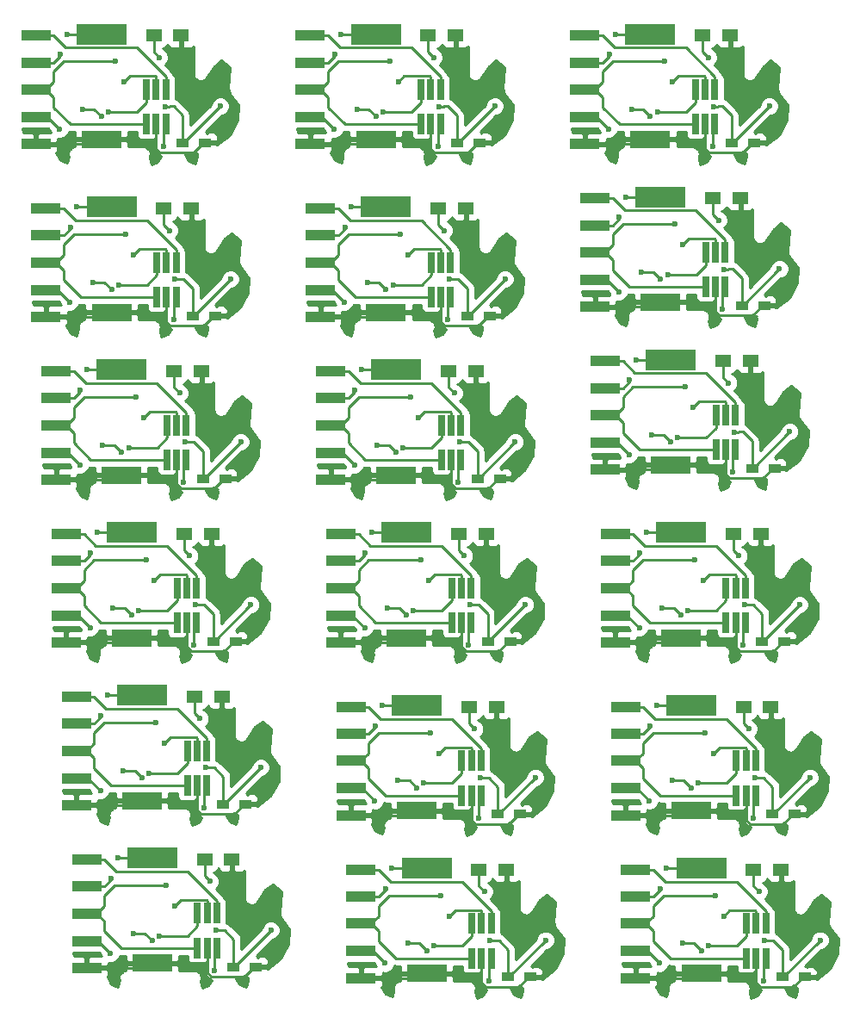
<source format=gbl>
%MOIN*%
%OFA0B0*%
%FSLAX46Y46*%
%IPPOS*%
%LPD*%
%ADD10C,0.0039370078740157488*%
%ADD11R,0.047244094488188976X0.035433070866141732*%
%ADD12R,0.059055118110236227X0.051181102362204731*%
%ADD13R,0.19685039370078741X0.07874015748031496*%
%ADD14R,0.15748031496062992X0.066929133858267723*%
%ADD15R,0.025590551181102365X0.07874015748031496*%
%ADD16R,0.11811023622047245X0.03937007874015748*%
%ADD17C,0.023622047244094488*%
%ADD18C,0.00984251968503937*%
%ADD19C,0.01*%
%ADD30C,0.0039370078740157488*%
%ADD31R,0.047244094488188976X0.035433070866141732*%
%ADD32R,0.059055118110236227X0.051181102362204731*%
%ADD33R,0.19685039370078741X0.07874015748031496*%
%ADD34R,0.15748031496062992X0.066929133858267723*%
%ADD35R,0.025590551181102365X0.07874015748031496*%
%ADD36R,0.11811023622047245X0.03937007874015748*%
%ADD37C,0.023622047244094488*%
%ADD38C,0.00984251968503937*%
%ADD39C,0.01*%
%ADD40C,0.0039370078740157488*%
%ADD41R,0.047244094488188976X0.035433070866141732*%
%ADD42R,0.059055118110236227X0.051181102362204731*%
%ADD43R,0.19685039370078741X0.07874015748031496*%
%ADD44R,0.15748031496062992X0.066929133858267723*%
%ADD45R,0.025590551181102365X0.07874015748031496*%
%ADD46R,0.11811023622047245X0.03937007874015748*%
%ADD47C,0.023622047244094488*%
%ADD48C,0.00984251968503937*%
%ADD49C,0.01*%
%ADD50C,0.0039370078740157488*%
%ADD51R,0.047244094488188976X0.035433070866141732*%
%ADD52R,0.059055118110236227X0.051181102362204731*%
%ADD53R,0.19685039370078741X0.07874015748031496*%
%ADD54R,0.15748031496062992X0.066929133858267723*%
%ADD55R,0.025590551181102365X0.07874015748031496*%
%ADD56R,0.11811023622047245X0.03937007874015748*%
%ADD57C,0.023622047244094488*%
%ADD58C,0.00984251968503937*%
%ADD59C,0.01*%
%ADD60C,0.0039370078740157488*%
%ADD61R,0.047244094488188976X0.035433070866141732*%
%ADD62R,0.059055118110236227X0.051181102362204731*%
%ADD63R,0.19685039370078741X0.07874015748031496*%
%ADD64R,0.15748031496062992X0.066929133858267723*%
%ADD65R,0.025590551181102365X0.07874015748031496*%
%ADD66R,0.11811023622047245X0.03937007874015748*%
%ADD67C,0.023622047244094488*%
%ADD68C,0.00984251968503937*%
%ADD69C,0.01*%
%ADD70C,0.0039370078740157488*%
%ADD71R,0.047244094488188976X0.035433070866141732*%
%ADD72R,0.059055118110236227X0.051181102362204731*%
%ADD73R,0.19685039370078741X0.07874015748031496*%
%ADD74R,0.15748031496062992X0.066929133858267723*%
%ADD75R,0.025590551181102365X0.07874015748031496*%
%ADD76R,0.11811023622047245X0.03937007874015748*%
%ADD77C,0.023622047244094488*%
%ADD78C,0.00984251968503937*%
%ADD79C,0.01*%
%ADD80C,0.0039370078740157488*%
%ADD81R,0.047244094488188976X0.035433070866141732*%
%ADD82R,0.059055118110236227X0.051181102362204731*%
%ADD83R,0.19685039370078741X0.07874015748031496*%
%ADD84R,0.15748031496062992X0.066929133858267723*%
%ADD85R,0.025590551181102365X0.07874015748031496*%
%ADD86R,0.11811023622047245X0.03937007874015748*%
%ADD87C,0.023622047244094488*%
%ADD88C,0.00984251968503937*%
%ADD89C,0.01*%
%ADD90C,0.0039370078740157488*%
%ADD91R,0.047244094488188976X0.035433070866141732*%
%ADD92R,0.059055118110236227X0.051181102362204731*%
%ADD93R,0.19685039370078741X0.07874015748031496*%
%ADD94R,0.15748031496062992X0.066929133858267723*%
%ADD95R,0.025590551181102365X0.07874015748031496*%
%ADD96R,0.11811023622047245X0.03937007874015748*%
%ADD97C,0.023622047244094488*%
%ADD98C,0.00984251968503937*%
%ADD99C,0.01*%
%ADD100C,0.0039370078740157488*%
%ADD101R,0.047244094488188976X0.035433070866141732*%
%ADD102R,0.059055118110236227X0.051181102362204731*%
%ADD103R,0.19685039370078741X0.07874015748031496*%
%ADD104R,0.15748031496062992X0.066929133858267723*%
%ADD105R,0.025590551181102365X0.07874015748031496*%
%ADD106R,0.11811023622047245X0.03937007874015748*%
%ADD107C,0.023622047244094488*%
%ADD108C,0.00984251968503937*%
%ADD109C,0.01*%
%ADD110C,0.0039370078740157488*%
%ADD111R,0.047244094488188976X0.035433070866141732*%
%ADD112R,0.059055118110236227X0.051181102362204731*%
%ADD113R,0.19685039370078741X0.07874015748031496*%
%ADD114R,0.15748031496062992X0.066929133858267723*%
%ADD115R,0.025590551181102365X0.07874015748031496*%
%ADD116R,0.11811023622047245X0.03937007874015748*%
%ADD117C,0.023622047244094488*%
%ADD118C,0.00984251968503937*%
%ADD119C,0.01*%
%ADD120C,0.0039370078740157488*%
%ADD121R,0.047244094488188976X0.035433070866141732*%
%ADD122R,0.059055118110236227X0.051181102362204731*%
%ADD123R,0.19685039370078741X0.07874015748031496*%
%ADD124R,0.15748031496062992X0.066929133858267723*%
%ADD125R,0.025590551181102365X0.07874015748031496*%
%ADD126R,0.11811023622047245X0.03937007874015748*%
%ADD127C,0.023622047244094488*%
%ADD128C,0.00984251968503937*%
%ADD129C,0.01*%
%ADD130C,0.0039370078740157488*%
%ADD131R,0.047244094488188976X0.035433070866141732*%
%ADD132R,0.059055118110236227X0.051181102362204731*%
%ADD133R,0.19685039370078741X0.07874015748031496*%
%ADD134R,0.15748031496062992X0.066929133858267723*%
%ADD135R,0.025590551181102365X0.07874015748031496*%
%ADD136R,0.11811023622047245X0.03937007874015748*%
%ADD137C,0.023622047244094488*%
%ADD138C,0.00984251968503937*%
%ADD139C,0.01*%
%ADD140C,0.0039370078740157488*%
%ADD141R,0.047244094488188976X0.035433070866141732*%
%ADD142R,0.059055118110236227X0.051181102362204731*%
%ADD143R,0.19685039370078741X0.07874015748031496*%
%ADD144R,0.15748031496062992X0.066929133858267723*%
%ADD145R,0.025590551181102365X0.07874015748031496*%
%ADD146R,0.11811023622047245X0.03937007874015748*%
%ADD147C,0.023622047244094488*%
%ADD148C,0.00984251968503937*%
%ADD149C,0.01*%
%ADD150C,0.0039370078740157488*%
%ADD151R,0.047244094488188976X0.035433070866141732*%
%ADD152R,0.059055118110236227X0.051181102362204731*%
%ADD153R,0.19685039370078741X0.07874015748031496*%
%ADD154R,0.15748031496062992X0.066929133858267723*%
%ADD155R,0.025590551181102365X0.07874015748031496*%
%ADD156R,0.11811023622047245X0.03937007874015748*%
%ADD157C,0.023622047244094488*%
%ADD158C,0.00984251968503937*%
%ADD159C,0.01*%
%ADD160C,0.0039370078740157488*%
%ADD161R,0.047244094488188976X0.035433070866141732*%
%ADD162R,0.059055118110236227X0.051181102362204731*%
%ADD163R,0.19685039370078741X0.07874015748031496*%
%ADD164R,0.15748031496062992X0.066929133858267723*%
%ADD165R,0.025590551181102365X0.07874015748031496*%
%ADD166R,0.11811023622047245X0.03937007874015748*%
%ADD167C,0.023622047244094488*%
%ADD168C,0.00984251968503937*%
%ADD169C,0.01*%
%ADD170C,0.0039370078740157488*%
%ADD171R,0.047244094488188976X0.035433070866141732*%
%ADD172R,0.059055118110236227X0.051181102362204731*%
%ADD173R,0.19685039370078741X0.07874015748031496*%
%ADD174R,0.15748031496062992X0.066929133858267723*%
%ADD175R,0.025590551181102365X0.07874015748031496*%
%ADD176R,0.11811023622047245X0.03937007874015748*%
%ADD177C,0.023622047244094488*%
%ADD178C,0.00984251968503937*%
%ADD179C,0.01*%
%ADD180C,0.0039370078740157488*%
%ADD181R,0.047244094488188976X0.035433070866141732*%
%ADD182R,0.059055118110236227X0.051181102362204731*%
%ADD183R,0.19685039370078741X0.07874015748031496*%
%ADD184R,0.15748031496062992X0.066929133858267723*%
%ADD185R,0.025590551181102365X0.07874015748031496*%
%ADD186R,0.11811023622047245X0.03937007874015748*%
%ADD187C,0.023622047244094488*%
%ADD188C,0.00984251968503937*%
%ADD189C,0.01*%
%ADD190C,0.0039370078740157488*%
%ADD191R,0.047244094488188976X0.035433070866141732*%
%ADD192R,0.059055118110236227X0.051181102362204731*%
%ADD193R,0.19685039370078741X0.07874015748031496*%
%ADD194R,0.15748031496062992X0.066929133858267723*%
%ADD195R,0.025590551181102365X0.07874015748031496*%
%ADD196R,0.11811023622047245X0.03937007874015748*%
%ADD197C,0.023622047244094488*%
%ADD198C,0.00984251968503937*%
%ADD199C,0.01*%
G01G01*
D10*
D11*
X0000196850Y0003070866D02*
X0000851860Y0002673069D03*
X0000938474Y0002673069D03*
D12*
X0000739655Y0003088423D03*
X0000845955Y0003088423D03*
D13*
X0000536900Y0003094329D03*
D14*
X0000536900Y0002686848D03*
D15*
X0000786900Y0002745510D03*
X0000749498Y0002745510D03*
X0000712096Y0002745510D03*
X0000712096Y0002880155D03*
X0000749498Y0002880155D03*
X0000786900Y0002880155D03*
D16*
X0000282962Y0002669132D03*
X0000282962Y0002773462D03*
X0000282962Y0002984092D03*
X0000282962Y0002879762D03*
X0000282962Y0003088423D03*
D17*
X0000592018Y0002988029D03*
X0000761309Y0003003777D03*
X0000564459Y0002793148D03*
X0000782962Y0002814329D03*
X0000997529Y0002815588D03*
X0000403041Y0003094329D03*
X0000375482Y0002726218D03*
X0000623514Y0002909289D03*
X0000536900Y0002775431D03*
X0000777057Y0002659289D03*
X0000464065Y0002802990D03*
X0000377451Y0003015588D03*
D18*
X0000592018Y0002988029D02*
X0000391230Y0002988029D01*
X0000391230Y0002988029D02*
X0000351860Y0002948659D01*
X0000351860Y0002948659D02*
X0000351860Y0002909289D01*
X0000351860Y0002909289D02*
X0000322333Y0002879762D01*
X0000322333Y0002879762D02*
X0000282962Y0002879762D01*
X0000739655Y0003088423D02*
X0000739655Y0003025431D01*
X0000739655Y0003025431D02*
X0000761309Y0003003777D01*
X0000712096Y0002745510D02*
X0000417214Y0002745510D01*
X0000417214Y0002745510D02*
X0000351860Y0002810864D01*
X0000351860Y0002810864D02*
X0000351860Y0002850234D01*
X0000351860Y0002850234D02*
X0000322333Y0002879762D01*
X0000938474Y0002673069D02*
X0000932569Y0002673069D01*
X0000894183Y0002634683D02*
X0000765246Y0002634683D01*
X0000932569Y0002673069D02*
X0000894183Y0002634683D01*
X0000765246Y0002634683D02*
X0000749498Y0002650431D01*
X0000749498Y0002696297D02*
X0000749498Y0002745510D01*
X0000749498Y0002650431D02*
X0000749498Y0002696297D01*
X0000282962Y0002669132D02*
X0000519183Y0002669132D01*
X0000519183Y0002669132D02*
X0000536900Y0002686848D01*
X0000749498Y0002696297D02*
X0000740049Y0002686848D01*
X0000740049Y0002686848D02*
X0000625482Y0002686848D01*
X0000625482Y0002686848D02*
X0000536900Y0002686848D01*
X0000712096Y0002880155D02*
X0000712096Y0002830943D01*
X0000712096Y0002830943D02*
X0000674301Y0002793148D01*
X0000674301Y0002793148D02*
X0000564459Y0002793148D01*
X0000816427Y0002814801D02*
X0000851860Y0002779368D01*
X0000851860Y0002779368D02*
X0000851860Y0002745431D01*
X0000800138Y0002814801D02*
X0000816427Y0002814801D01*
X0000782962Y0002814329D02*
X0000799666Y0002814329D01*
X0000799666Y0002814329D02*
X0000800138Y0002814801D01*
X0000851860Y0002745431D02*
X0000851860Y0002673069D01*
X0000997529Y0002815588D02*
X0000855010Y0002673069D01*
X0000855010Y0002673069D02*
X0000851860Y0002673069D01*
X0000536900Y0003094329D02*
X0000477844Y0003094329D01*
X0000477844Y0003094329D02*
X0000403041Y0003094329D01*
X0000375482Y0002726218D02*
X0000328238Y0002773462D01*
X0000328238Y0002773462D02*
X0000282962Y0002773462D01*
X0000749498Y0002880155D02*
X0000749498Y0002929368D01*
X0000646545Y0002932321D02*
X0000623514Y0002909289D01*
X0000749498Y0002929368D02*
X0000746545Y0002932321D01*
X0000746545Y0002932321D02*
X0000646545Y0002932321D01*
X0000786900Y0002880155D02*
X0000786900Y0002929368D01*
X0000786900Y0002929368D02*
X0000674104Y0003042163D01*
X0000674104Y0003042163D02*
X0000398120Y0003042163D01*
X0000398120Y0003042163D02*
X0000351860Y0003088423D01*
X0000351860Y0003088423D02*
X0000282962Y0003088423D01*
X0000777057Y0002659289D02*
X0000777057Y0002735667D01*
X0000777057Y0002735667D02*
X0000786900Y0002745510D01*
X0000494183Y0002802990D02*
X0000509340Y0002802990D01*
X0000509340Y0002802990D02*
X0000536900Y0002775431D01*
X0000464065Y0002802990D02*
X0000494183Y0002802990D01*
X0000282962Y0002984092D02*
X0000351860Y0002984092D01*
X0000351860Y0002984092D02*
X0000377451Y0003009683D01*
X0000377451Y0003009683D02*
X0000377451Y0003015588D01*
D19*
G36*
X0000338666Y0002720719D02*
X0000338665Y0002718928D01*
X0000340777Y0002713817D01*
X0000294212Y0002713817D01*
X0000287962Y0002707567D01*
X0000287962Y0002674132D01*
X0000360768Y0002674132D01*
X0000367018Y0002680382D01*
X0000367018Y0002689875D01*
X0000368128Y0002689414D01*
X0000382772Y0002689401D01*
X0000396307Y0002694993D01*
X0000406671Y0002705339D01*
X0000411406Y0002716744D01*
X0000417214Y0002715588D01*
X0000433159Y0002715588D01*
X0000433159Y0002698098D01*
X0000439409Y0002691848D01*
X0000531900Y0002691848D01*
X0000531900Y0002692636D01*
X0000541900Y0002692636D01*
X0000541900Y0002691848D01*
X0000634390Y0002691848D01*
X0000640640Y0002698098D01*
X0000640640Y0002715588D01*
X0000673811Y0002715588D01*
X0000673811Y0002706140D01*
X0000675555Y0002696875D01*
X0000681030Y0002688366D01*
X0000689384Y0002682658D01*
X0000699301Y0002680650D01*
X0000724892Y0002680650D01*
X0000730407Y0002681688D01*
X0000731730Y0002681140D01*
X0000738248Y0002681140D01*
X0000744498Y0002687390D01*
X0000744498Y0002681140D01*
X0000746841Y0002681140D01*
X0000745868Y0002680168D01*
X0000740252Y0002666644D01*
X0000740240Y0002651999D01*
X0000745832Y0002638465D01*
X0000756178Y0002628101D01*
X0000767578Y0002623367D01*
X0000755598Y0002600756D01*
X0000730072Y0002590607D01*
X0000723871Y0002617579D01*
X0000724500Y0002618836D01*
X0000724765Y0002619804D01*
X0000725323Y0002620639D01*
X0000726197Y0002625034D01*
X0000727380Y0002629355D01*
X0000727255Y0002630351D01*
X0000727451Y0002631337D01*
X0000726577Y0002635731D01*
X0000726016Y0002640176D01*
X0000725519Y0002641049D01*
X0000725323Y0002642034D01*
X0000722834Y0002645759D01*
X0000720615Y0002649651D01*
X0000719822Y0002650267D01*
X0000719264Y0002651102D01*
X0000715538Y0002653591D01*
X0000711999Y0002656338D01*
X0000711030Y0002656603D01*
X0000710195Y0002657161D01*
X0000705801Y0002658036D01*
X0000701479Y0002659219D01*
X0000700483Y0002659093D01*
X0000699498Y0002659289D01*
X0000640640Y0002659289D01*
X0000640640Y0002675598D01*
X0000634390Y0002681848D01*
X0000541900Y0002681848D01*
X0000541900Y0002681061D01*
X0000531900Y0002681061D01*
X0000531900Y0002681848D01*
X0000439409Y0002681848D01*
X0000433159Y0002675598D01*
X0000433159Y0002659107D01*
X0000429401Y0002657954D01*
X0000425415Y0002657161D01*
X0000424226Y0002656367D01*
X0000422860Y0002655948D01*
X0000419726Y0002653360D01*
X0000416346Y0002651102D01*
X0000415552Y0002649913D01*
X0000414450Y0002649003D01*
X0000412545Y0002645413D01*
X0000410287Y0002642034D01*
X0000410008Y0002640632D01*
X0000409338Y0002639369D01*
X0000408952Y0002635323D01*
X0000408159Y0002631337D01*
X0000408438Y0002629934D01*
X0000408302Y0002628511D01*
X0000409494Y0002624626D01*
X0000409640Y0002623893D01*
X0000403269Y0002596338D01*
X0000378007Y0002606596D01*
X0000362799Y0002634873D01*
X0000363212Y0002635285D01*
X0000367018Y0002644474D01*
X0000367018Y0002657882D01*
X0000360768Y0002664132D01*
X0000287962Y0002664132D01*
X0000287962Y0002663344D01*
X0000277962Y0002663344D01*
X0000277962Y0002664132D01*
X0000277175Y0002664132D01*
X0000277175Y0002674132D01*
X0000277962Y0002674132D01*
X0000277962Y0002707567D01*
X0000271712Y0002713817D01*
X0000235246Y0002713817D01*
X0000231963Y0002728288D01*
X0000331098Y0002728288D01*
X0000338666Y0002720719D01*
X0000338666Y0002720719D01*
G37*
X0000338666Y0002720719D02*
X0000338665Y0002718928D01*
X0000340777Y0002713817D01*
X0000294212Y0002713817D01*
X0000287962Y0002707567D01*
X0000287962Y0002674132D01*
X0000360768Y0002674132D01*
X0000367018Y0002680382D01*
X0000367018Y0002689875D01*
X0000368128Y0002689414D01*
X0000382772Y0002689401D01*
X0000396307Y0002694993D01*
X0000406671Y0002705339D01*
X0000411406Y0002716744D01*
X0000417214Y0002715588D01*
X0000433159Y0002715588D01*
X0000433159Y0002698098D01*
X0000439409Y0002691848D01*
X0000531900Y0002691848D01*
X0000531900Y0002692636D01*
X0000541900Y0002692636D01*
X0000541900Y0002691848D01*
X0000634390Y0002691848D01*
X0000640640Y0002698098D01*
X0000640640Y0002715588D01*
X0000673811Y0002715588D01*
X0000673811Y0002706140D01*
X0000675555Y0002696875D01*
X0000681030Y0002688366D01*
X0000689384Y0002682658D01*
X0000699301Y0002680650D01*
X0000724892Y0002680650D01*
X0000730407Y0002681688D01*
X0000731730Y0002681140D01*
X0000738248Y0002681140D01*
X0000744498Y0002687390D01*
X0000744498Y0002681140D01*
X0000746841Y0002681140D01*
X0000745868Y0002680168D01*
X0000740252Y0002666644D01*
X0000740240Y0002651999D01*
X0000745832Y0002638465D01*
X0000756178Y0002628101D01*
X0000767578Y0002623367D01*
X0000755598Y0002600756D01*
X0000730072Y0002590607D01*
X0000723871Y0002617579D01*
X0000724500Y0002618836D01*
X0000724765Y0002619804D01*
X0000725323Y0002620639D01*
X0000726197Y0002625034D01*
X0000727380Y0002629355D01*
X0000727255Y0002630351D01*
X0000727451Y0002631337D01*
X0000726577Y0002635731D01*
X0000726016Y0002640176D01*
X0000725519Y0002641049D01*
X0000725323Y0002642034D01*
X0000722834Y0002645759D01*
X0000720615Y0002649651D01*
X0000719822Y0002650267D01*
X0000719264Y0002651102D01*
X0000715538Y0002653591D01*
X0000711999Y0002656338D01*
X0000711030Y0002656603D01*
X0000710195Y0002657161D01*
X0000705801Y0002658036D01*
X0000701479Y0002659219D01*
X0000700483Y0002659093D01*
X0000699498Y0002659289D01*
X0000640640Y0002659289D01*
X0000640640Y0002675598D01*
X0000634390Y0002681848D01*
X0000541900Y0002681848D01*
X0000541900Y0002681061D01*
X0000531900Y0002681061D01*
X0000531900Y0002681848D01*
X0000439409Y0002681848D01*
X0000433159Y0002675598D01*
X0000433159Y0002659107D01*
X0000429401Y0002657954D01*
X0000425415Y0002657161D01*
X0000424226Y0002656367D01*
X0000422860Y0002655948D01*
X0000419726Y0002653360D01*
X0000416346Y0002651102D01*
X0000415552Y0002649913D01*
X0000414450Y0002649003D01*
X0000412545Y0002645413D01*
X0000410287Y0002642034D01*
X0000410008Y0002640632D01*
X0000409338Y0002639369D01*
X0000408952Y0002635323D01*
X0000408159Y0002631337D01*
X0000408438Y0002629934D01*
X0000408302Y0002628511D01*
X0000409494Y0002624626D01*
X0000409640Y0002623893D01*
X0000403269Y0002596338D01*
X0000378007Y0002606596D01*
X0000362799Y0002634873D01*
X0000363212Y0002635285D01*
X0000367018Y0002644474D01*
X0000367018Y0002657882D01*
X0000360768Y0002664132D01*
X0000287962Y0002664132D01*
X0000287962Y0002663344D01*
X0000277962Y0002663344D01*
X0000277962Y0002664132D01*
X0000277175Y0002664132D01*
X0000277175Y0002674132D01*
X0000277962Y0002674132D01*
X0000277962Y0002707567D01*
X0000271712Y0002713817D01*
X0000235246Y0002713817D01*
X0000231963Y0002728288D01*
X0000331098Y0002728288D01*
X0000338666Y0002720719D01*
G36*
X0000900691Y0002634158D02*
X0000907736Y0002631240D01*
X0000907442Y0002630168D01*
X0000907889Y0002626621D01*
X0000907849Y0002623046D01*
X0000908037Y0002622578D01*
X0000901533Y0002593893D01*
X0000875811Y0002604213D01*
X0000862456Y0002629862D01*
X0000875482Y0002629862D01*
X0000884747Y0002631606D01*
X0000893255Y0002637081D01*
X0000895087Y0002639762D01*
X0000900691Y0002634158D01*
X0000900691Y0002634158D01*
G37*
X0000900691Y0002634158D02*
X0000907736Y0002631240D01*
X0000907442Y0002630168D01*
X0000907889Y0002626621D01*
X0000907849Y0002623046D01*
X0000908037Y0002622578D01*
X0000901533Y0002593893D01*
X0000875811Y0002604213D01*
X0000862456Y0002629862D01*
X0000875482Y0002629862D01*
X0000884747Y0002631606D01*
X0000893255Y0002637081D01*
X0000895087Y0002639762D01*
X0000900691Y0002634158D01*
G36*
X0000850955Y0003093423D02*
X0000851742Y0003093423D01*
X0000851742Y0003083423D01*
X0000850955Y0003083423D01*
X0000850955Y0003044083D01*
X0000857205Y0003037833D01*
X0000880455Y0003037833D01*
X0000889644Y0003041639D01*
X0000893592Y0003045587D01*
X0000893592Y0002939604D01*
X0000894191Y0002936595D01*
X0000894261Y0002933527D01*
X0000895245Y0002931297D01*
X0000895720Y0002928907D01*
X0000897425Y0002926356D01*
X0000898664Y0002923548D01*
X0000900426Y0002921865D01*
X0000901780Y0002919839D01*
X0000904331Y0002918134D01*
X0000906550Y0002916014D01*
X0000908822Y0002915133D01*
X0000910848Y0002913779D01*
X0000913858Y0002913181D01*
X0000916719Y0002912071D01*
X0000919155Y0002912127D01*
X0000921545Y0002911651D01*
X0000924555Y0002912250D01*
X0000927623Y0002912320D01*
X0000929852Y0002913304D01*
X0000932242Y0002913779D01*
X0000934794Y0002915484D01*
X0000937601Y0002916723D01*
X0000939285Y0002918485D01*
X0000941311Y0002919839D01*
X0000943016Y0002922390D01*
X0000945135Y0002924609D01*
X0000974582Y0002970934D01*
X0001002771Y0002991517D01*
X0001036172Y0002965136D01*
X0001029511Y0002883208D01*
X0001030039Y0002878651D01*
X0001030277Y0002874070D01*
X0001030662Y0002873262D01*
X0001030765Y0002872374D01*
X0001032996Y0002868366D01*
X0001034970Y0002864225D01*
X0001068334Y0002819516D01*
X0001065582Y0002762948D01*
X0001034343Y0002704125D01*
X0000984614Y0002665847D01*
X0000983312Y0002665603D01*
X0000980846Y0002668069D01*
X0000943474Y0002668069D01*
X0000943474Y0002667281D01*
X0000933474Y0002667281D01*
X0000933474Y0002668069D01*
X0000932687Y0002668069D01*
X0000932687Y0002678069D01*
X0000933474Y0002678069D01*
X0000933474Y0002678856D01*
X0000943474Y0002678856D01*
X0000943474Y0002678069D01*
X0000980846Y0002678069D01*
X0000987096Y0002684319D01*
X0000987096Y0002695758D01*
X0000983290Y0002704947D01*
X0000976258Y0002711979D01*
X0000967069Y0002715785D01*
X0000949724Y0002715785D01*
X0000943474Y0002709535D01*
X0000943474Y0002715785D01*
X0000940041Y0002715785D01*
X0001003029Y0002778773D01*
X0001004819Y0002778771D01*
X0001018354Y0002784363D01*
X0001028718Y0002794709D01*
X0001034334Y0002808234D01*
X0001034347Y0002822878D01*
X0001028755Y0002836413D01*
X0001018408Y0002846777D01*
X0001004884Y0002852393D01*
X0000990239Y0002852406D01*
X0000976705Y0002846813D01*
X0000966341Y0002836467D01*
X0000960725Y0002822943D01*
X0000960723Y0002821097D01*
X0000881781Y0002742155D01*
X0000881781Y0002779368D01*
X0000881114Y0002782721D01*
X0000879504Y0002790818D01*
X0000873018Y0002800526D01*
X0000837585Y0002835959D01*
X0000827877Y0002842445D01*
X0000825185Y0002842980D01*
X0000825185Y0002919525D01*
X0000823441Y0002928790D01*
X0000817966Y0002937299D01*
X0000814815Y0002939452D01*
X0000814543Y0002940818D01*
X0000814543Y0002940818D01*
X0000808057Y0002950526D01*
X0000784084Y0002974499D01*
X0000792498Y0002982898D01*
X0000798114Y0002996423D01*
X0000798126Y0003011067D01*
X0000792534Y0003024602D01*
X0000782188Y0003034966D01*
X0000774194Y0003038286D01*
X0000778447Y0003039086D01*
X0000786956Y0003044561D01*
X0000792665Y0003052916D01*
X0000792931Y0003054230D01*
X0000795233Y0003048671D01*
X0000802266Y0003041639D01*
X0000811454Y0003037833D01*
X0000834705Y0003037833D01*
X0000840955Y0003044083D01*
X0000840955Y0003083423D01*
X0000840167Y0003083423D01*
X0000840167Y0003093423D01*
X0000840955Y0003093423D01*
X0000840955Y0003094211D01*
X0000850955Y0003094211D01*
X0000850955Y0003093423D01*
X0000850955Y0003093423D01*
G37*
X0000850955Y0003093423D02*
X0000851742Y0003093423D01*
X0000851742Y0003083423D01*
X0000850955Y0003083423D01*
X0000850955Y0003044083D01*
X0000857205Y0003037833D01*
X0000880455Y0003037833D01*
X0000889644Y0003041639D01*
X0000893592Y0003045587D01*
X0000893592Y0002939604D01*
X0000894191Y0002936595D01*
X0000894261Y0002933527D01*
X0000895245Y0002931297D01*
X0000895720Y0002928907D01*
X0000897425Y0002926356D01*
X0000898664Y0002923548D01*
X0000900426Y0002921865D01*
X0000901780Y0002919839D01*
X0000904331Y0002918134D01*
X0000906550Y0002916014D01*
X0000908822Y0002915133D01*
X0000910848Y0002913779D01*
X0000913858Y0002913181D01*
X0000916719Y0002912071D01*
X0000919155Y0002912127D01*
X0000921545Y0002911651D01*
X0000924555Y0002912250D01*
X0000927623Y0002912320D01*
X0000929852Y0002913304D01*
X0000932242Y0002913779D01*
X0000934794Y0002915484D01*
X0000937601Y0002916723D01*
X0000939285Y0002918485D01*
X0000941311Y0002919839D01*
X0000943016Y0002922390D01*
X0000945135Y0002924609D01*
X0000974582Y0002970934D01*
X0001002771Y0002991517D01*
X0001036172Y0002965136D01*
X0001029511Y0002883208D01*
X0001030039Y0002878651D01*
X0001030277Y0002874070D01*
X0001030662Y0002873262D01*
X0001030765Y0002872374D01*
X0001032996Y0002868366D01*
X0001034970Y0002864225D01*
X0001068334Y0002819516D01*
X0001065582Y0002762948D01*
X0001034343Y0002704125D01*
X0000984614Y0002665847D01*
X0000983312Y0002665603D01*
X0000980846Y0002668069D01*
X0000943474Y0002668069D01*
X0000943474Y0002667281D01*
X0000933474Y0002667281D01*
X0000933474Y0002668069D01*
X0000932687Y0002668069D01*
X0000932687Y0002678069D01*
X0000933474Y0002678069D01*
X0000933474Y0002678856D01*
X0000943474Y0002678856D01*
X0000943474Y0002678069D01*
X0000980846Y0002678069D01*
X0000987096Y0002684319D01*
X0000987096Y0002695758D01*
X0000983290Y0002704947D01*
X0000976258Y0002711979D01*
X0000967069Y0002715785D01*
X0000949724Y0002715785D01*
X0000943474Y0002709535D01*
X0000943474Y0002715785D01*
X0000940041Y0002715785D01*
X0001003029Y0002778773D01*
X0001004819Y0002778771D01*
X0001018354Y0002784363D01*
X0001028718Y0002794709D01*
X0001034334Y0002808234D01*
X0001034347Y0002822878D01*
X0001028755Y0002836413D01*
X0001018408Y0002846777D01*
X0001004884Y0002852393D01*
X0000990239Y0002852406D01*
X0000976705Y0002846813D01*
X0000966341Y0002836467D01*
X0000960725Y0002822943D01*
X0000960723Y0002821097D01*
X0000881781Y0002742155D01*
X0000881781Y0002779368D01*
X0000881114Y0002782721D01*
X0000879504Y0002790818D01*
X0000873018Y0002800526D01*
X0000837585Y0002835959D01*
X0000827877Y0002842445D01*
X0000825185Y0002842980D01*
X0000825185Y0002919525D01*
X0000823441Y0002928790D01*
X0000817966Y0002937299D01*
X0000814815Y0002939452D01*
X0000814543Y0002940818D01*
X0000814543Y0002940818D01*
X0000808057Y0002950526D01*
X0000784084Y0002974499D01*
X0000792498Y0002982898D01*
X0000798114Y0002996423D01*
X0000798126Y0003011067D01*
X0000792534Y0003024602D01*
X0000782188Y0003034966D01*
X0000774194Y0003038286D01*
X0000778447Y0003039086D01*
X0000786956Y0003044561D01*
X0000792665Y0003052916D01*
X0000792931Y0003054230D01*
X0000795233Y0003048671D01*
X0000802266Y0003041639D01*
X0000811454Y0003037833D01*
X0000834705Y0003037833D01*
X0000840955Y0003044083D01*
X0000840955Y0003083423D01*
X0000840167Y0003083423D01*
X0000840167Y0003093423D01*
X0000840955Y0003093423D01*
X0000840955Y0003094211D01*
X0000850955Y0003094211D01*
X0000850955Y0003093423D01*
G04 next file*
G04 #@! TF.FileFunction,Copper,L2,Bot,Signal*
G04 Gerber Fmt 4.6, Leading zero omitted, Abs format (unit mm)*
G04 Created by KiCad (PCBNEW 4.0.4-stable) date 08/29/17 21:10:05*
G01G01*
G04 APERTURE LIST*
G04 APERTURE END LIST*
D30*
D31*
X0000157480Y0003740157D02*
X0000812490Y0003342360D03*
X0000899104Y0003342360D03*
D32*
X0000700285Y0003757714D03*
X0000806585Y0003757714D03*
D33*
X0000497529Y0003763620D03*
D34*
X0000497529Y0003356140D03*
D35*
X0000747529Y0003414801D03*
X0000710128Y0003414801D03*
X0000672726Y0003414801D03*
X0000672726Y0003549447D03*
X0000710128Y0003549447D03*
X0000747529Y0003549447D03*
D36*
X0000243592Y0003338423D03*
X0000243592Y0003442754D03*
X0000243592Y0003653384D03*
X0000243592Y0003549053D03*
X0000243592Y0003757714D03*
D37*
X0000552648Y0003657321D03*
X0000721939Y0003673069D03*
X0000525088Y0003462439D03*
X0000743592Y0003483620D03*
X0000958159Y0003484880D03*
X0000363671Y0003763620D03*
X0000336112Y0003395510D03*
X0000584144Y0003578581D03*
X0000497529Y0003444722D03*
X0000737687Y0003328581D03*
X0000424695Y0003472281D03*
X0000338081Y0003684880D03*
D38*
X0000552648Y0003657321D02*
X0000351860Y0003657321D01*
X0000351860Y0003657321D02*
X0000312490Y0003617951D01*
X0000312490Y0003617951D02*
X0000312490Y0003578581D01*
X0000312490Y0003578581D02*
X0000282962Y0003549053D01*
X0000282962Y0003549053D02*
X0000243592Y0003549053D01*
X0000700285Y0003757714D02*
X0000700285Y0003694722D01*
X0000700285Y0003694722D02*
X0000721939Y0003673069D01*
X0000672726Y0003414801D02*
X0000377844Y0003414801D01*
X0000377844Y0003414801D02*
X0000312490Y0003480155D01*
X0000312490Y0003480155D02*
X0000312490Y0003519525D01*
X0000312490Y0003519525D02*
X0000282962Y0003549053D01*
X0000899104Y0003342360D02*
X0000893199Y0003342360D01*
X0000854813Y0003303974D02*
X0000725876Y0003303974D01*
X0000893199Y0003342360D02*
X0000854813Y0003303974D01*
X0000725876Y0003303974D02*
X0000710128Y0003319722D01*
X0000710128Y0003365588D02*
X0000710128Y0003414801D01*
X0000710128Y0003319722D02*
X0000710128Y0003365588D01*
X0000243592Y0003338423D02*
X0000479813Y0003338423D01*
X0000479813Y0003338423D02*
X0000497529Y0003356140D01*
X0000710128Y0003365588D02*
X0000700679Y0003356140D01*
X0000700679Y0003356140D02*
X0000586112Y0003356140D01*
X0000586112Y0003356140D02*
X0000497529Y0003356140D01*
X0000672726Y0003549447D02*
X0000672726Y0003500234D01*
X0000672726Y0003500234D02*
X0000634931Y0003462439D01*
X0000634931Y0003462439D02*
X0000525088Y0003462439D01*
X0000777057Y0003484092D02*
X0000812490Y0003448659D01*
X0000812490Y0003448659D02*
X0000812490Y0003414722D01*
X0000760768Y0003484092D02*
X0000777057Y0003484092D01*
X0000743592Y0003483620D02*
X0000760296Y0003483620D01*
X0000760296Y0003483620D02*
X0000760768Y0003484092D01*
X0000812490Y0003414722D02*
X0000812490Y0003342360D01*
X0000958159Y0003484880D02*
X0000815640Y0003342360D01*
X0000815640Y0003342360D02*
X0000812490Y0003342360D01*
X0000497529Y0003763620D02*
X0000438474Y0003763620D01*
X0000438474Y0003763620D02*
X0000363671Y0003763620D01*
X0000336112Y0003395510D02*
X0000288868Y0003442754D01*
X0000288868Y0003442754D02*
X0000243592Y0003442754D01*
X0000710128Y0003549447D02*
X0000710128Y0003598659D01*
X0000607175Y0003601612D02*
X0000584144Y0003578581D01*
X0000710128Y0003598659D02*
X0000707175Y0003601612D01*
X0000707175Y0003601612D02*
X0000607175Y0003601612D01*
X0000747529Y0003549447D02*
X0000747529Y0003598659D01*
X0000747529Y0003598659D02*
X0000634734Y0003711455D01*
X0000634734Y0003711455D02*
X0000358750Y0003711455D01*
X0000358750Y0003711455D02*
X0000312490Y0003757714D01*
X0000312490Y0003757714D02*
X0000243592Y0003757714D01*
X0000737687Y0003328581D02*
X0000737687Y0003404959D01*
X0000737687Y0003404959D02*
X0000747529Y0003414801D01*
X0000454813Y0003472281D02*
X0000469970Y0003472281D01*
X0000469970Y0003472281D02*
X0000497529Y0003444722D01*
X0000424695Y0003472281D02*
X0000454813Y0003472281D01*
X0000243592Y0003653384D02*
X0000312490Y0003653384D01*
X0000312490Y0003653384D02*
X0000338081Y0003678974D01*
X0000338081Y0003678974D02*
X0000338081Y0003684880D01*
D39*
G36*
X0000299296Y0003390011D02*
X0000299295Y0003388220D01*
X0000301407Y0003383108D01*
X0000254842Y0003383108D01*
X0000248592Y0003376858D01*
X0000248592Y0003343423D01*
X0000321397Y0003343423D01*
X0000327648Y0003349673D01*
X0000327648Y0003359166D01*
X0000328758Y0003358705D01*
X0000343402Y0003358692D01*
X0000356937Y0003364285D01*
X0000367301Y0003374631D01*
X0000372036Y0003386035D01*
X0000377844Y0003384880D01*
X0000393789Y0003384880D01*
X0000393789Y0003367390D01*
X0000400039Y0003361140D01*
X0000492529Y0003361140D01*
X0000492529Y0003361927D01*
X0000502529Y0003361927D01*
X0000502529Y0003361140D01*
X0000595020Y0003361140D01*
X0000601270Y0003367390D01*
X0000601270Y0003384880D01*
X0000634441Y0003384880D01*
X0000634441Y0003375431D01*
X0000636184Y0003366167D01*
X0000641660Y0003357658D01*
X0000650014Y0003351949D01*
X0000659931Y0003349941D01*
X0000685522Y0003349941D01*
X0000691037Y0003350979D01*
X0000692360Y0003350431D01*
X0000698878Y0003350431D01*
X0000705128Y0003356681D01*
X0000705128Y0003350431D01*
X0000707471Y0003350431D01*
X0000706498Y0003349460D01*
X0000700882Y0003335935D01*
X0000700870Y0003321291D01*
X0000706462Y0003307756D01*
X0000716808Y0003297392D01*
X0000728208Y0003292658D01*
X0000716228Y0003270047D01*
X0000690702Y0003259898D01*
X0000684501Y0003286870D01*
X0000685130Y0003288127D01*
X0000685395Y0003289096D01*
X0000685953Y0003289931D01*
X0000686827Y0003294325D01*
X0000688010Y0003298646D01*
X0000687885Y0003299643D01*
X0000688081Y0003300628D01*
X0000687207Y0003305022D01*
X0000686646Y0003309467D01*
X0000686149Y0003310340D01*
X0000685953Y0003311325D01*
X0000683464Y0003315050D01*
X0000681245Y0003318943D01*
X0000680451Y0003319558D01*
X0000679893Y0003320393D01*
X0000676168Y0003322883D01*
X0000672629Y0003325630D01*
X0000671660Y0003325895D01*
X0000670825Y0003326453D01*
X0000666430Y0003327327D01*
X0000662109Y0003328510D01*
X0000661113Y0003328385D01*
X0000660128Y0003328581D01*
X0000601270Y0003328581D01*
X0000601270Y0003344890D01*
X0000595020Y0003351140D01*
X0000502529Y0003351140D01*
X0000502529Y0003350352D01*
X0000492529Y0003350352D01*
X0000492529Y0003351140D01*
X0000400039Y0003351140D01*
X0000393789Y0003344890D01*
X0000393789Y0003328398D01*
X0000390031Y0003327246D01*
X0000386045Y0003326453D01*
X0000384856Y0003325659D01*
X0000383490Y0003325239D01*
X0000380356Y0003322652D01*
X0000376976Y0003320393D01*
X0000376182Y0003319205D01*
X0000375080Y0003318295D01*
X0000373175Y0003314704D01*
X0000370917Y0003311325D01*
X0000370638Y0003309923D01*
X0000369968Y0003308660D01*
X0000369582Y0003304614D01*
X0000368789Y0003300628D01*
X0000369068Y0003299226D01*
X0000368932Y0003297803D01*
X0000370124Y0003293917D01*
X0000370270Y0003293184D01*
X0000363899Y0003265630D01*
X0000338637Y0003275887D01*
X0000323429Y0003304164D01*
X0000323842Y0003304577D01*
X0000327648Y0003313765D01*
X0000327648Y0003327173D01*
X0000321397Y0003333423D01*
X0000248592Y0003333423D01*
X0000248592Y0003332636D01*
X0000238592Y0003332636D01*
X0000238592Y0003333423D01*
X0000237805Y0003333423D01*
X0000237805Y0003343423D01*
X0000238592Y0003343423D01*
X0000238592Y0003376858D01*
X0000232342Y0003383108D01*
X0000195876Y0003383108D01*
X0000192593Y0003397579D01*
X0000291728Y0003397579D01*
X0000299296Y0003390011D01*
X0000299296Y0003390011D01*
G37*
X0000299296Y0003390011D02*
X0000299295Y0003388220D01*
X0000301407Y0003383108D01*
X0000254842Y0003383108D01*
X0000248592Y0003376858D01*
X0000248592Y0003343423D01*
X0000321397Y0003343423D01*
X0000327648Y0003349673D01*
X0000327648Y0003359166D01*
X0000328758Y0003358705D01*
X0000343402Y0003358692D01*
X0000356937Y0003364285D01*
X0000367301Y0003374631D01*
X0000372036Y0003386035D01*
X0000377844Y0003384880D01*
X0000393789Y0003384880D01*
X0000393789Y0003367390D01*
X0000400039Y0003361140D01*
X0000492529Y0003361140D01*
X0000492529Y0003361927D01*
X0000502529Y0003361927D01*
X0000502529Y0003361140D01*
X0000595020Y0003361140D01*
X0000601270Y0003367390D01*
X0000601270Y0003384880D01*
X0000634441Y0003384880D01*
X0000634441Y0003375431D01*
X0000636184Y0003366167D01*
X0000641660Y0003357658D01*
X0000650014Y0003351949D01*
X0000659931Y0003349941D01*
X0000685522Y0003349941D01*
X0000691037Y0003350979D01*
X0000692360Y0003350431D01*
X0000698878Y0003350431D01*
X0000705128Y0003356681D01*
X0000705128Y0003350431D01*
X0000707471Y0003350431D01*
X0000706498Y0003349460D01*
X0000700882Y0003335935D01*
X0000700870Y0003321291D01*
X0000706462Y0003307756D01*
X0000716808Y0003297392D01*
X0000728208Y0003292658D01*
X0000716228Y0003270047D01*
X0000690702Y0003259898D01*
X0000684501Y0003286870D01*
X0000685130Y0003288127D01*
X0000685395Y0003289096D01*
X0000685953Y0003289931D01*
X0000686827Y0003294325D01*
X0000688010Y0003298646D01*
X0000687885Y0003299643D01*
X0000688081Y0003300628D01*
X0000687207Y0003305022D01*
X0000686646Y0003309467D01*
X0000686149Y0003310340D01*
X0000685953Y0003311325D01*
X0000683464Y0003315050D01*
X0000681245Y0003318943D01*
X0000680451Y0003319558D01*
X0000679893Y0003320393D01*
X0000676168Y0003322883D01*
X0000672629Y0003325630D01*
X0000671660Y0003325895D01*
X0000670825Y0003326453D01*
X0000666430Y0003327327D01*
X0000662109Y0003328510D01*
X0000661113Y0003328385D01*
X0000660128Y0003328581D01*
X0000601270Y0003328581D01*
X0000601270Y0003344890D01*
X0000595020Y0003351140D01*
X0000502529Y0003351140D01*
X0000502529Y0003350352D01*
X0000492529Y0003350352D01*
X0000492529Y0003351140D01*
X0000400039Y0003351140D01*
X0000393789Y0003344890D01*
X0000393789Y0003328398D01*
X0000390031Y0003327246D01*
X0000386045Y0003326453D01*
X0000384856Y0003325659D01*
X0000383490Y0003325239D01*
X0000380356Y0003322652D01*
X0000376976Y0003320393D01*
X0000376182Y0003319205D01*
X0000375080Y0003318295D01*
X0000373175Y0003314704D01*
X0000370917Y0003311325D01*
X0000370638Y0003309923D01*
X0000369968Y0003308660D01*
X0000369582Y0003304614D01*
X0000368789Y0003300628D01*
X0000369068Y0003299226D01*
X0000368932Y0003297803D01*
X0000370124Y0003293917D01*
X0000370270Y0003293184D01*
X0000363899Y0003265630D01*
X0000338637Y0003275887D01*
X0000323429Y0003304164D01*
X0000323842Y0003304577D01*
X0000327648Y0003313765D01*
X0000327648Y0003327173D01*
X0000321397Y0003333423D01*
X0000248592Y0003333423D01*
X0000248592Y0003332636D01*
X0000238592Y0003332636D01*
X0000238592Y0003333423D01*
X0000237805Y0003333423D01*
X0000237805Y0003343423D01*
X0000238592Y0003343423D01*
X0000238592Y0003376858D01*
X0000232342Y0003383108D01*
X0000195876Y0003383108D01*
X0000192593Y0003397579D01*
X0000291728Y0003397579D01*
X0000299296Y0003390011D01*
G36*
X0000861321Y0003303450D02*
X0000868366Y0003300532D01*
X0000868072Y0003299460D01*
X0000868519Y0003295913D01*
X0000868479Y0003292338D01*
X0000868667Y0003291869D01*
X0000862162Y0003263185D01*
X0000836441Y0003273504D01*
X0000823086Y0003299154D01*
X0000836112Y0003299154D01*
X0000845377Y0003300897D01*
X0000853885Y0003306372D01*
X0000855717Y0003309053D01*
X0000861321Y0003303450D01*
X0000861321Y0003303450D01*
G37*
X0000861321Y0003303450D02*
X0000868366Y0003300532D01*
X0000868072Y0003299460D01*
X0000868519Y0003295913D01*
X0000868479Y0003292338D01*
X0000868667Y0003291869D01*
X0000862162Y0003263185D01*
X0000836441Y0003273504D01*
X0000823086Y0003299154D01*
X0000836112Y0003299154D01*
X0000845377Y0003300897D01*
X0000853885Y0003306372D01*
X0000855717Y0003309053D01*
X0000861321Y0003303450D01*
G36*
X0000811585Y0003762714D02*
X0000812372Y0003762714D01*
X0000812372Y0003752714D01*
X0000811585Y0003752714D01*
X0000811585Y0003713374D01*
X0000817835Y0003707124D01*
X0000841085Y0003707124D01*
X0000850273Y0003710930D01*
X0000854222Y0003714879D01*
X0000854222Y0003608896D01*
X0000854821Y0003605886D01*
X0000854891Y0003602818D01*
X0000855875Y0003600588D01*
X0000856350Y0003598199D01*
X0000858055Y0003595647D01*
X0000859294Y0003592840D01*
X0000861056Y0003591156D01*
X0000862410Y0003589130D01*
X0000864961Y0003587425D01*
X0000867180Y0003585305D01*
X0000869452Y0003584424D01*
X0000871478Y0003583071D01*
X0000874488Y0003582472D01*
X0000877349Y0003581363D01*
X0000879785Y0003581418D01*
X0000882175Y0003580943D01*
X0000885185Y0003581541D01*
X0000888253Y0003581611D01*
X0000890482Y0003582595D01*
X0000892872Y0003583071D01*
X0000895424Y0003584775D01*
X0000898231Y0003586014D01*
X0000899914Y0003587776D01*
X0000901941Y0003589130D01*
X0000903646Y0003591681D01*
X0000905765Y0003593900D01*
X0000935212Y0003640226D01*
X0000963401Y0003660808D01*
X0000996802Y0003634428D01*
X0000990141Y0003552499D01*
X0000990668Y0003547943D01*
X0000990907Y0003543362D01*
X0000991292Y0003542554D01*
X0000991395Y0003541665D01*
X0000993626Y0003537657D01*
X0000995600Y0003533516D01*
X0001028964Y0003488807D01*
X0001026212Y0003432239D01*
X0000994973Y0003373416D01*
X0000945244Y0003335138D01*
X0000943942Y0003334894D01*
X0000941476Y0003337360D01*
X0000904104Y0003337360D01*
X0000904104Y0003336573D01*
X0000894104Y0003336573D01*
X0000894104Y0003337360D01*
X0000893317Y0003337360D01*
X0000893317Y0003347360D01*
X0000894104Y0003347360D01*
X0000894104Y0003348148D01*
X0000904104Y0003348148D01*
X0000904104Y0003347360D01*
X0000941476Y0003347360D01*
X0000947726Y0003353610D01*
X0000947726Y0003365050D01*
X0000943920Y0003374238D01*
X0000936888Y0003381271D01*
X0000927699Y0003385077D01*
X0000910354Y0003385077D01*
X0000904104Y0003378827D01*
X0000904104Y0003385077D01*
X0000900671Y0003385077D01*
X0000963659Y0003448064D01*
X0000965449Y0003448062D01*
X0000978984Y0003453655D01*
X0000989348Y0003464001D01*
X0000994964Y0003477525D01*
X0000994977Y0003492170D01*
X0000989384Y0003505704D01*
X0000979038Y0003516068D01*
X0000965514Y0003521684D01*
X0000950869Y0003521697D01*
X0000937335Y0003516105D01*
X0000926971Y0003505759D01*
X0000921355Y0003492234D01*
X0000921353Y0003490389D01*
X0000842411Y0003411447D01*
X0000842411Y0003448659D01*
X0000841744Y0003452012D01*
X0000840134Y0003460110D01*
X0000833648Y0003469817D01*
X0000798215Y0003505250D01*
X0000788507Y0003511736D01*
X0000785814Y0003512272D01*
X0000785814Y0003588817D01*
X0000784071Y0003598081D01*
X0000778596Y0003606590D01*
X0000775445Y0003608743D01*
X0000775173Y0003610110D01*
X0000775173Y0003610110D01*
X0000768687Y0003619817D01*
X0000744713Y0003643790D01*
X0000753128Y0003652190D01*
X0000758744Y0003665715D01*
X0000758756Y0003680359D01*
X0000753164Y0003693893D01*
X0000742818Y0003704257D01*
X0000734824Y0003707577D01*
X0000739077Y0003708377D01*
X0000747586Y0003713853D01*
X0000753294Y0003722207D01*
X0000753561Y0003723521D01*
X0000755863Y0003717963D01*
X0000762896Y0003710930D01*
X0000772084Y0003707124D01*
X0000795335Y0003707124D01*
X0000801585Y0003713374D01*
X0000801585Y0003752714D01*
X0000800797Y0003752714D01*
X0000800797Y0003762714D01*
X0000801585Y0003762714D01*
X0000801585Y0003763502D01*
X0000811585Y0003763502D01*
X0000811585Y0003762714D01*
X0000811585Y0003762714D01*
G37*
X0000811585Y0003762714D02*
X0000812372Y0003762714D01*
X0000812372Y0003752714D01*
X0000811585Y0003752714D01*
X0000811585Y0003713374D01*
X0000817835Y0003707124D01*
X0000841085Y0003707124D01*
X0000850273Y0003710930D01*
X0000854222Y0003714879D01*
X0000854222Y0003608896D01*
X0000854821Y0003605886D01*
X0000854891Y0003602818D01*
X0000855875Y0003600588D01*
X0000856350Y0003598199D01*
X0000858055Y0003595647D01*
X0000859294Y0003592840D01*
X0000861056Y0003591156D01*
X0000862410Y0003589130D01*
X0000864961Y0003587425D01*
X0000867180Y0003585305D01*
X0000869452Y0003584424D01*
X0000871478Y0003583071D01*
X0000874488Y0003582472D01*
X0000877349Y0003581363D01*
X0000879785Y0003581418D01*
X0000882175Y0003580943D01*
X0000885185Y0003581541D01*
X0000888253Y0003581611D01*
X0000890482Y0003582595D01*
X0000892872Y0003583071D01*
X0000895424Y0003584775D01*
X0000898231Y0003586014D01*
X0000899914Y0003587776D01*
X0000901941Y0003589130D01*
X0000903646Y0003591681D01*
X0000905765Y0003593900D01*
X0000935212Y0003640226D01*
X0000963401Y0003660808D01*
X0000996802Y0003634428D01*
X0000990141Y0003552499D01*
X0000990668Y0003547943D01*
X0000990907Y0003543362D01*
X0000991292Y0003542554D01*
X0000991395Y0003541665D01*
X0000993626Y0003537657D01*
X0000995600Y0003533516D01*
X0001028964Y0003488807D01*
X0001026212Y0003432239D01*
X0000994973Y0003373416D01*
X0000945244Y0003335138D01*
X0000943942Y0003334894D01*
X0000941476Y0003337360D01*
X0000904104Y0003337360D01*
X0000904104Y0003336573D01*
X0000894104Y0003336573D01*
X0000894104Y0003337360D01*
X0000893317Y0003337360D01*
X0000893317Y0003347360D01*
X0000894104Y0003347360D01*
X0000894104Y0003348148D01*
X0000904104Y0003348148D01*
X0000904104Y0003347360D01*
X0000941476Y0003347360D01*
X0000947726Y0003353610D01*
X0000947726Y0003365050D01*
X0000943920Y0003374238D01*
X0000936888Y0003381271D01*
X0000927699Y0003385077D01*
X0000910354Y0003385077D01*
X0000904104Y0003378827D01*
X0000904104Y0003385077D01*
X0000900671Y0003385077D01*
X0000963659Y0003448064D01*
X0000965449Y0003448062D01*
X0000978984Y0003453655D01*
X0000989348Y0003464001D01*
X0000994964Y0003477525D01*
X0000994977Y0003492170D01*
X0000989384Y0003505704D01*
X0000979038Y0003516068D01*
X0000965514Y0003521684D01*
X0000950869Y0003521697D01*
X0000937335Y0003516105D01*
X0000926971Y0003505759D01*
X0000921355Y0003492234D01*
X0000921353Y0003490389D01*
X0000842411Y0003411447D01*
X0000842411Y0003448659D01*
X0000841744Y0003452012D01*
X0000840134Y0003460110D01*
X0000833648Y0003469817D01*
X0000798215Y0003505250D01*
X0000788507Y0003511736D01*
X0000785814Y0003512272D01*
X0000785814Y0003588817D01*
X0000784071Y0003598081D01*
X0000778596Y0003606590D01*
X0000775445Y0003608743D01*
X0000775173Y0003610110D01*
X0000775173Y0003610110D01*
X0000768687Y0003619817D01*
X0000744713Y0003643790D01*
X0000753128Y0003652190D01*
X0000758744Y0003665715D01*
X0000758756Y0003680359D01*
X0000753164Y0003693893D01*
X0000742818Y0003704257D01*
X0000734824Y0003707577D01*
X0000739077Y0003708377D01*
X0000747586Y0003713853D01*
X0000753294Y0003722207D01*
X0000753561Y0003723521D01*
X0000755863Y0003717963D01*
X0000762896Y0003710930D01*
X0000772084Y0003707124D01*
X0000795335Y0003707124D01*
X0000801585Y0003713374D01*
X0000801585Y0003752714D01*
X0000800797Y0003752714D01*
X0000800797Y0003762714D01*
X0000801585Y0003762714D01*
X0000801585Y0003763502D01*
X0000811585Y0003763502D01*
X0000811585Y0003762714D01*
G04 next file*
G04 #@! TF.FileFunction,Copper,L2,Bot,Signal*
G04 Gerber Fmt 4.6, Leading zero omitted, Abs format (unit mm)*
G04 Created by KiCad (PCBNEW 4.0.4-stable) date 08/29/17 21:10:05*
G01G01*
G04 APERTURE LIST*
G04 APERTURE END LIST*
D40*
D41*
X0000236220Y0002440944D02*
X0000891230Y0002043148D03*
X0000977844Y0002043148D03*
D42*
X0000779025Y0002458502D03*
X0000885325Y0002458502D03*
D43*
X0000576270Y0002464407D03*
D44*
X0000576270Y0002056927D03*
D45*
X0000826270Y0002115588D03*
X0000788868Y0002115588D03*
X0000751466Y0002115588D03*
X0000751466Y0002250234D03*
X0000788868Y0002250234D03*
X0000826270Y0002250234D03*
D46*
X0000322333Y0002039211D03*
X0000322333Y0002143541D03*
X0000322333Y0002354171D03*
X0000322333Y0002249840D03*
X0000322333Y0002458502D03*
D47*
X0000631388Y0002358108D03*
X0000800679Y0002373856D03*
X0000603829Y0002163226D03*
X0000822333Y0002184407D03*
X0001036900Y0002185667D03*
X0000442411Y0002464407D03*
X0000414852Y0002096297D03*
X0000662884Y0002279368D03*
X0000576270Y0002145510D03*
X0000816427Y0002029368D03*
X0000503435Y0002173069D03*
X0000416821Y0002385667D03*
D48*
X0000631388Y0002358108D02*
X0000430600Y0002358108D01*
X0000430600Y0002358108D02*
X0000391230Y0002318738D01*
X0000391230Y0002318738D02*
X0000391230Y0002279368D01*
X0000391230Y0002279368D02*
X0000361703Y0002249840D01*
X0000361703Y0002249840D02*
X0000322333Y0002249840D01*
X0000779025Y0002458502D02*
X0000779025Y0002395510D01*
X0000779025Y0002395510D02*
X0000800679Y0002373856D01*
X0000751466Y0002115588D02*
X0000456585Y0002115588D01*
X0000456585Y0002115588D02*
X0000391230Y0002180943D01*
X0000391230Y0002180943D02*
X0000391230Y0002220313D01*
X0000391230Y0002220313D02*
X0000361703Y0002249840D01*
X0000977844Y0002043148D02*
X0000971939Y0002043148D01*
X0000933553Y0002004762D02*
X0000804616Y0002004762D01*
X0000971939Y0002043148D02*
X0000933553Y0002004762D01*
X0000804616Y0002004762D02*
X0000788868Y0002020510D01*
X0000788868Y0002066376D02*
X0000788868Y0002115588D01*
X0000788868Y0002020510D02*
X0000788868Y0002066376D01*
X0000322333Y0002039211D02*
X0000558553Y0002039211D01*
X0000558553Y0002039211D02*
X0000576270Y0002056927D01*
X0000788868Y0002066376D02*
X0000779419Y0002056927D01*
X0000779419Y0002056927D02*
X0000664852Y0002056927D01*
X0000664852Y0002056927D02*
X0000576270Y0002056927D01*
X0000751466Y0002250234D02*
X0000751466Y0002201022D01*
X0000751466Y0002201022D02*
X0000713671Y0002163226D01*
X0000713671Y0002163226D02*
X0000603829Y0002163226D01*
X0000855797Y0002184880D02*
X0000891230Y0002149447D01*
X0000891230Y0002149447D02*
X0000891230Y0002115510D01*
X0000839508Y0002184880D02*
X0000855797Y0002184880D01*
X0000822333Y0002184407D02*
X0000839036Y0002184407D01*
X0000839036Y0002184407D02*
X0000839508Y0002184880D01*
X0000891230Y0002115510D02*
X0000891230Y0002043148D01*
X0001036900Y0002185667D02*
X0000894380Y0002043148D01*
X0000894380Y0002043148D02*
X0000891230Y0002043148D01*
X0000576270Y0002464407D02*
X0000517214Y0002464407D01*
X0000517214Y0002464407D02*
X0000442411Y0002464407D01*
X0000414852Y0002096297D02*
X0000367608Y0002143541D01*
X0000367608Y0002143541D02*
X0000322333Y0002143541D01*
X0000788868Y0002250234D02*
X0000788868Y0002299447D01*
X0000685915Y0002302400D02*
X0000662884Y0002279368D01*
X0000788868Y0002299447D02*
X0000785915Y0002302400D01*
X0000785915Y0002302400D02*
X0000685915Y0002302400D01*
X0000826270Y0002250234D02*
X0000826270Y0002299447D01*
X0000826270Y0002299447D02*
X0000713474Y0002412242D01*
X0000713474Y0002412242D02*
X0000437490Y0002412242D01*
X0000437490Y0002412242D02*
X0000391230Y0002458502D01*
X0000391230Y0002458502D02*
X0000322333Y0002458502D01*
X0000816427Y0002029368D02*
X0000816427Y0002105746D01*
X0000816427Y0002105746D02*
X0000826270Y0002115588D01*
X0000533553Y0002173069D02*
X0000548711Y0002173069D01*
X0000548711Y0002173069D02*
X0000576270Y0002145510D01*
X0000503435Y0002173069D02*
X0000533553Y0002173069D01*
X0000322333Y0002354171D02*
X0000391230Y0002354171D01*
X0000391230Y0002354171D02*
X0000416821Y0002379762D01*
X0000416821Y0002379762D02*
X0000416821Y0002385667D01*
D49*
G36*
X0000378036Y0002090798D02*
X0000378035Y0002089007D01*
X0000380147Y0002083896D01*
X0000333583Y0002083896D01*
X0000327333Y0002077646D01*
X0000327333Y0002044211D01*
X0000400138Y0002044211D01*
X0000406388Y0002050461D01*
X0000406388Y0002059954D01*
X0000407498Y0002059492D01*
X0000422142Y0002059480D01*
X0000435677Y0002065072D01*
X0000446041Y0002075418D01*
X0000450776Y0002086823D01*
X0000456585Y0002085667D01*
X0000472529Y0002085667D01*
X0000472529Y0002068177D01*
X0000478779Y0002061927D01*
X0000571270Y0002061927D01*
X0000571270Y0002062714D01*
X0000581270Y0002062714D01*
X0000581270Y0002061927D01*
X0000673760Y0002061927D01*
X0000680010Y0002068177D01*
X0000680010Y0002085667D01*
X0000713181Y0002085667D01*
X0000713181Y0002076218D01*
X0000714925Y0002066954D01*
X0000720400Y0002058445D01*
X0000728754Y0002052737D01*
X0000738671Y0002050729D01*
X0000764262Y0002050729D01*
X0000769777Y0002051766D01*
X0000771100Y0002051218D01*
X0000777618Y0002051218D01*
X0000783868Y0002057468D01*
X0000783868Y0002051218D01*
X0000786211Y0002051218D01*
X0000785238Y0002050247D01*
X0000779622Y0002036722D01*
X0000779610Y0002022078D01*
X0000785202Y0002008543D01*
X0000795548Y0001998179D01*
X0000806948Y0001993446D01*
X0000794968Y0001970834D01*
X0000769442Y0001960686D01*
X0000763241Y0001987658D01*
X0000763870Y0001988914D01*
X0000764135Y0001989883D01*
X0000764693Y0001990718D01*
X0000765567Y0001995113D01*
X0000766750Y0001999434D01*
X0000766625Y0002000430D01*
X0000766821Y0002001415D01*
X0000765947Y0002005810D01*
X0000765386Y0002010255D01*
X0000764889Y0002011127D01*
X0000764693Y0002012112D01*
X0000762204Y0002015838D01*
X0000759985Y0002019730D01*
X0000759192Y0002020346D01*
X0000758634Y0002021181D01*
X0000754908Y0002023670D01*
X0000751369Y0002026417D01*
X0000750400Y0002026682D01*
X0000749565Y0002027240D01*
X0000745171Y0002028114D01*
X0000740850Y0002029298D01*
X0000739853Y0002029172D01*
X0000738868Y0002029368D01*
X0000680010Y0002029368D01*
X0000680010Y0002045677D01*
X0000673760Y0002051927D01*
X0000581270Y0002051927D01*
X0000581270Y0002051140D01*
X0000571270Y0002051140D01*
X0000571270Y0002051927D01*
X0000478779Y0002051927D01*
X0000472529Y0002045677D01*
X0000472529Y0002029186D01*
X0000468771Y0002028033D01*
X0000464785Y0002027240D01*
X0000463597Y0002026446D01*
X0000462230Y0002026027D01*
X0000459096Y0002023439D01*
X0000455717Y0002021181D01*
X0000454922Y0002019992D01*
X0000453820Y0002019082D01*
X0000451915Y0002015492D01*
X0000449657Y0002012112D01*
X0000449378Y0002010710D01*
X0000448708Y0002009447D01*
X0000448322Y0002005401D01*
X0000447529Y0002001415D01*
X0000447808Y0002000013D01*
X0000447673Y0001998590D01*
X0000448864Y0001994704D01*
X0000449010Y0001993971D01*
X0000442639Y0001966417D01*
X0000417377Y0001976675D01*
X0000402169Y0002004952D01*
X0000402582Y0002005364D01*
X0000406388Y0002014553D01*
X0000406388Y0002027961D01*
X0000400138Y0002034211D01*
X0000327333Y0002034211D01*
X0000327333Y0002033423D01*
X0000317333Y0002033423D01*
X0000317333Y0002034211D01*
X0000316545Y0002034211D01*
X0000316545Y0002044211D01*
X0000317333Y0002044211D01*
X0000317333Y0002077646D01*
X0000311083Y0002083896D01*
X0000274616Y0002083896D01*
X0000271333Y0002098366D01*
X0000370468Y0002098366D01*
X0000378036Y0002090798D01*
X0000378036Y0002090798D01*
G37*
X0000378036Y0002090798D02*
X0000378035Y0002089007D01*
X0000380147Y0002083896D01*
X0000333583Y0002083896D01*
X0000327333Y0002077646D01*
X0000327333Y0002044211D01*
X0000400138Y0002044211D01*
X0000406388Y0002050461D01*
X0000406388Y0002059954D01*
X0000407498Y0002059492D01*
X0000422142Y0002059480D01*
X0000435677Y0002065072D01*
X0000446041Y0002075418D01*
X0000450776Y0002086823D01*
X0000456585Y0002085667D01*
X0000472529Y0002085667D01*
X0000472529Y0002068177D01*
X0000478779Y0002061927D01*
X0000571270Y0002061927D01*
X0000571270Y0002062714D01*
X0000581270Y0002062714D01*
X0000581270Y0002061927D01*
X0000673760Y0002061927D01*
X0000680010Y0002068177D01*
X0000680010Y0002085667D01*
X0000713181Y0002085667D01*
X0000713181Y0002076218D01*
X0000714925Y0002066954D01*
X0000720400Y0002058445D01*
X0000728754Y0002052737D01*
X0000738671Y0002050729D01*
X0000764262Y0002050729D01*
X0000769777Y0002051766D01*
X0000771100Y0002051218D01*
X0000777618Y0002051218D01*
X0000783868Y0002057468D01*
X0000783868Y0002051218D01*
X0000786211Y0002051218D01*
X0000785238Y0002050247D01*
X0000779622Y0002036722D01*
X0000779610Y0002022078D01*
X0000785202Y0002008543D01*
X0000795548Y0001998179D01*
X0000806948Y0001993446D01*
X0000794968Y0001970834D01*
X0000769442Y0001960686D01*
X0000763241Y0001987658D01*
X0000763870Y0001988914D01*
X0000764135Y0001989883D01*
X0000764693Y0001990718D01*
X0000765567Y0001995113D01*
X0000766750Y0001999434D01*
X0000766625Y0002000430D01*
X0000766821Y0002001415D01*
X0000765947Y0002005810D01*
X0000765386Y0002010255D01*
X0000764889Y0002011127D01*
X0000764693Y0002012112D01*
X0000762204Y0002015838D01*
X0000759985Y0002019730D01*
X0000759192Y0002020346D01*
X0000758634Y0002021181D01*
X0000754908Y0002023670D01*
X0000751369Y0002026417D01*
X0000750400Y0002026682D01*
X0000749565Y0002027240D01*
X0000745171Y0002028114D01*
X0000740850Y0002029298D01*
X0000739853Y0002029172D01*
X0000738868Y0002029368D01*
X0000680010Y0002029368D01*
X0000680010Y0002045677D01*
X0000673760Y0002051927D01*
X0000581270Y0002051927D01*
X0000581270Y0002051140D01*
X0000571270Y0002051140D01*
X0000571270Y0002051927D01*
X0000478779Y0002051927D01*
X0000472529Y0002045677D01*
X0000472529Y0002029186D01*
X0000468771Y0002028033D01*
X0000464785Y0002027240D01*
X0000463597Y0002026446D01*
X0000462230Y0002026027D01*
X0000459096Y0002023439D01*
X0000455717Y0002021181D01*
X0000454922Y0002019992D01*
X0000453820Y0002019082D01*
X0000451915Y0002015492D01*
X0000449657Y0002012112D01*
X0000449378Y0002010710D01*
X0000448708Y0002009447D01*
X0000448322Y0002005401D01*
X0000447529Y0002001415D01*
X0000447808Y0002000013D01*
X0000447673Y0001998590D01*
X0000448864Y0001994704D01*
X0000449010Y0001993971D01*
X0000442639Y0001966417D01*
X0000417377Y0001976675D01*
X0000402169Y0002004952D01*
X0000402582Y0002005364D01*
X0000406388Y0002014553D01*
X0000406388Y0002027961D01*
X0000400138Y0002034211D01*
X0000327333Y0002034211D01*
X0000327333Y0002033423D01*
X0000317333Y0002033423D01*
X0000317333Y0002034211D01*
X0000316545Y0002034211D01*
X0000316545Y0002044211D01*
X0000317333Y0002044211D01*
X0000317333Y0002077646D01*
X0000311083Y0002083896D01*
X0000274616Y0002083896D01*
X0000271333Y0002098366D01*
X0000370468Y0002098366D01*
X0000378036Y0002090798D01*
G36*
X0000940061Y0002004237D02*
X0000947106Y0002001319D01*
X0000946812Y0002000247D01*
X0000947260Y0001996700D01*
X0000947219Y0001993125D01*
X0000947407Y0001992656D01*
X0000940903Y0001963972D01*
X0000915181Y0001974292D01*
X0000901826Y0001999941D01*
X0000914852Y0001999941D01*
X0000924117Y0002001684D01*
X0000932626Y0002007160D01*
X0000934457Y0002009841D01*
X0000940061Y0002004237D01*
X0000940061Y0002004237D01*
G37*
X0000940061Y0002004237D02*
X0000947106Y0002001319D01*
X0000946812Y0002000247D01*
X0000947260Y0001996700D01*
X0000947219Y0001993125D01*
X0000947407Y0001992656D01*
X0000940903Y0001963972D01*
X0000915181Y0001974292D01*
X0000901826Y0001999941D01*
X0000914852Y0001999941D01*
X0000924117Y0002001684D01*
X0000932626Y0002007160D01*
X0000934457Y0002009841D01*
X0000940061Y0002004237D01*
G36*
X0000890325Y0002463502D02*
X0000891112Y0002463502D01*
X0000891112Y0002453502D01*
X0000890325Y0002453502D01*
X0000890325Y0002414161D01*
X0000896575Y0002407911D01*
X0000919825Y0002407911D01*
X0000929014Y0002411717D01*
X0000932962Y0002415666D01*
X0000932962Y0002309683D01*
X0000933561Y0002306673D01*
X0000933631Y0002303605D01*
X0000934615Y0002301376D01*
X0000935090Y0002298986D01*
X0000936795Y0002296434D01*
X0000938034Y0002293627D01*
X0000939796Y0002291944D01*
X0000941150Y0002289917D01*
X0000943701Y0002288213D01*
X0000945920Y0002286093D01*
X0000948192Y0002285212D01*
X0000950218Y0002283858D01*
X0000953228Y0002283259D01*
X0000956089Y0002282150D01*
X0000958525Y0002282206D01*
X0000960915Y0002281730D01*
X0000963925Y0002282329D01*
X0000966993Y0002282399D01*
X0000969222Y0002283383D01*
X0000971612Y0002283858D01*
X0000974164Y0002285563D01*
X0000976971Y0002286802D01*
X0000978655Y0002288563D01*
X0000980681Y0002289917D01*
X0000982386Y0002292469D01*
X0000984505Y0002294688D01*
X0001013953Y0002341013D01*
X0001042141Y0002361595D01*
X0001075542Y0002335215D01*
X0001068881Y0002253287D01*
X0001069409Y0002248730D01*
X0001069647Y0002244149D01*
X0001070032Y0002243341D01*
X0001070135Y0002242452D01*
X0001072366Y0002238445D01*
X0001074340Y0002234303D01*
X0001107704Y0002189595D01*
X0001104952Y0002133027D01*
X0001073713Y0002074204D01*
X0001023984Y0002035925D01*
X0001022682Y0002035682D01*
X0001020216Y0002038148D01*
X0000982844Y0002038148D01*
X0000982844Y0002037360D01*
X0000972844Y0002037360D01*
X0000972844Y0002038148D01*
X0000972057Y0002038148D01*
X0000972057Y0002048148D01*
X0000972844Y0002048148D01*
X0000972844Y0002048935D01*
X0000982844Y0002048935D01*
X0000982844Y0002048148D01*
X0001020216Y0002048148D01*
X0001026466Y0002054398D01*
X0001026466Y0002065837D01*
X0001022660Y0002075025D01*
X0001015628Y0002082058D01*
X0001006439Y0002085864D01*
X0000989094Y0002085864D01*
X0000982844Y0002079614D01*
X0000982844Y0002085864D01*
X0000979411Y0002085864D01*
X0001042399Y0002148851D01*
X0001044190Y0002148850D01*
X0001057724Y0002154442D01*
X0001068088Y0002164788D01*
X0001073704Y0002178313D01*
X0001073717Y0002192957D01*
X0001068125Y0002206492D01*
X0001057779Y0002216856D01*
X0001044254Y0002222472D01*
X0001029609Y0002222485D01*
X0001016075Y0002216892D01*
X0001005711Y0002206546D01*
X0001000095Y0002193021D01*
X0001000093Y0002191176D01*
X0000921151Y0002112234D01*
X0000921151Y0002149447D01*
X0000920485Y0002152800D01*
X0000918874Y0002160897D01*
X0000912388Y0002170604D01*
X0000876955Y0002206037D01*
X0000867247Y0002212523D01*
X0000864555Y0002213059D01*
X0000864555Y0002289604D01*
X0000862811Y0002298869D01*
X0000857336Y0002307377D01*
X0000854185Y0002309531D01*
X0000853913Y0002310897D01*
X0000853913Y0002310897D01*
X0000847427Y0002320604D01*
X0000823454Y0002344578D01*
X0000831868Y0002352977D01*
X0000837484Y0002366502D01*
X0000837496Y0002381146D01*
X0000831904Y0002394681D01*
X0000821558Y0002405045D01*
X0000813564Y0002408364D01*
X0000817817Y0002409165D01*
X0000826326Y0002414640D01*
X0000832035Y0002422994D01*
X0000832301Y0002424309D01*
X0000834603Y0002418750D01*
X0000841636Y0002411717D01*
X0000850824Y0002407911D01*
X0000874075Y0002407911D01*
X0000880325Y0002414161D01*
X0000880325Y0002453502D01*
X0000879537Y0002453502D01*
X0000879537Y0002463502D01*
X0000880325Y0002463502D01*
X0000880325Y0002464289D01*
X0000890325Y0002464289D01*
X0000890325Y0002463502D01*
X0000890325Y0002463502D01*
G37*
X0000890325Y0002463502D02*
X0000891112Y0002463502D01*
X0000891112Y0002453502D01*
X0000890325Y0002453502D01*
X0000890325Y0002414161D01*
X0000896575Y0002407911D01*
X0000919825Y0002407911D01*
X0000929014Y0002411717D01*
X0000932962Y0002415666D01*
X0000932962Y0002309683D01*
X0000933561Y0002306673D01*
X0000933631Y0002303605D01*
X0000934615Y0002301376D01*
X0000935090Y0002298986D01*
X0000936795Y0002296434D01*
X0000938034Y0002293627D01*
X0000939796Y0002291944D01*
X0000941150Y0002289917D01*
X0000943701Y0002288213D01*
X0000945920Y0002286093D01*
X0000948192Y0002285212D01*
X0000950218Y0002283858D01*
X0000953228Y0002283259D01*
X0000956089Y0002282150D01*
X0000958525Y0002282206D01*
X0000960915Y0002281730D01*
X0000963925Y0002282329D01*
X0000966993Y0002282399D01*
X0000969222Y0002283383D01*
X0000971612Y0002283858D01*
X0000974164Y0002285563D01*
X0000976971Y0002286802D01*
X0000978655Y0002288563D01*
X0000980681Y0002289917D01*
X0000982386Y0002292469D01*
X0000984505Y0002294688D01*
X0001013953Y0002341013D01*
X0001042141Y0002361595D01*
X0001075542Y0002335215D01*
X0001068881Y0002253287D01*
X0001069409Y0002248730D01*
X0001069647Y0002244149D01*
X0001070032Y0002243341D01*
X0001070135Y0002242452D01*
X0001072366Y0002238445D01*
X0001074340Y0002234303D01*
X0001107704Y0002189595D01*
X0001104952Y0002133027D01*
X0001073713Y0002074204D01*
X0001023984Y0002035925D01*
X0001022682Y0002035682D01*
X0001020216Y0002038148D01*
X0000982844Y0002038148D01*
X0000982844Y0002037360D01*
X0000972844Y0002037360D01*
X0000972844Y0002038148D01*
X0000972057Y0002038148D01*
X0000972057Y0002048148D01*
X0000972844Y0002048148D01*
X0000972844Y0002048935D01*
X0000982844Y0002048935D01*
X0000982844Y0002048148D01*
X0001020216Y0002048148D01*
X0001026466Y0002054398D01*
X0001026466Y0002065837D01*
X0001022660Y0002075025D01*
X0001015628Y0002082058D01*
X0001006439Y0002085864D01*
X0000989094Y0002085864D01*
X0000982844Y0002079614D01*
X0000982844Y0002085864D01*
X0000979411Y0002085864D01*
X0001042399Y0002148851D01*
X0001044190Y0002148850D01*
X0001057724Y0002154442D01*
X0001068088Y0002164788D01*
X0001073704Y0002178313D01*
X0001073717Y0002192957D01*
X0001068125Y0002206492D01*
X0001057779Y0002216856D01*
X0001044254Y0002222472D01*
X0001029609Y0002222485D01*
X0001016075Y0002216892D01*
X0001005711Y0002206546D01*
X0001000095Y0002193021D01*
X0001000093Y0002191176D01*
X0000921151Y0002112234D01*
X0000921151Y0002149447D01*
X0000920485Y0002152800D01*
X0000918874Y0002160897D01*
X0000912388Y0002170604D01*
X0000876955Y0002206037D01*
X0000867247Y0002212523D01*
X0000864555Y0002213059D01*
X0000864555Y0002289604D01*
X0000862811Y0002298869D01*
X0000857336Y0002307377D01*
X0000854185Y0002309531D01*
X0000853913Y0002310897D01*
X0000853913Y0002310897D01*
X0000847427Y0002320604D01*
X0000823454Y0002344578D01*
X0000831868Y0002352977D01*
X0000837484Y0002366502D01*
X0000837496Y0002381146D01*
X0000831904Y0002394681D01*
X0000821558Y0002405045D01*
X0000813564Y0002408364D01*
X0000817817Y0002409165D01*
X0000826326Y0002414640D01*
X0000832035Y0002422994D01*
X0000832301Y0002424309D01*
X0000834603Y0002418750D01*
X0000841636Y0002411717D01*
X0000850824Y0002407911D01*
X0000874075Y0002407911D01*
X0000880325Y0002414161D01*
X0000880325Y0002453502D01*
X0000879537Y0002453502D01*
X0000879537Y0002463502D01*
X0000880325Y0002463502D01*
X0000880325Y0002464289D01*
X0000890325Y0002464289D01*
X0000890325Y0002463502D01*
G04 next file*
G04 #@! TF.FileFunction,Copper,L2,Bot,Signal*
G04 Gerber Fmt 4.6, Leading zero omitted, Abs format (unit mm)*
G04 Created by KiCad (PCBNEW 4.0.4-stable) date 08/29/17 21:10:05*
G01G01*
G04 APERTURE LIST*
G04 APERTURE END LIST*
D50*
D51*
X0000275590Y0001811023D02*
X0000930600Y0001413226D03*
X0001017214Y0001413226D03*
D52*
X0000818396Y0001828581D03*
X0000924695Y0001828581D03*
D53*
X0000615640Y0001834486D03*
D54*
X0000615640Y0001427006D03*
D55*
X0000865640Y0001485667D03*
X0000828238Y0001485667D03*
X0000790837Y0001485667D03*
X0000790837Y0001620313D03*
X0000828238Y0001620313D03*
X0000865640Y0001620313D03*
D56*
X0000361703Y0001409289D03*
X0000361703Y0001513620D03*
X0000361703Y0001724250D03*
X0000361703Y0001619919D03*
X0000361703Y0001828581D03*
D57*
X0000670758Y0001728187D03*
X0000840049Y0001743935D03*
X0000643199Y0001533305D03*
X0000861703Y0001554486D03*
X0001076270Y0001555746D03*
X0000481781Y0001834486D03*
X0000454222Y0001466376D03*
X0000702254Y0001649447D03*
X0000615640Y0001515588D03*
X0000855797Y0001399447D03*
X0000542805Y0001543148D03*
X0000456191Y0001755746D03*
D58*
X0000670758Y0001728187D02*
X0000469970Y0001728187D01*
X0000469970Y0001728187D02*
X0000430600Y0001688817D01*
X0000430600Y0001688817D02*
X0000430600Y0001649447D01*
X0000430600Y0001649447D02*
X0000401073Y0001619919D01*
X0000401073Y0001619919D02*
X0000361703Y0001619919D01*
X0000818396Y0001828581D02*
X0000818396Y0001765588D01*
X0000818396Y0001765588D02*
X0000840049Y0001743935D01*
X0000790837Y0001485667D02*
X0000495955Y0001485667D01*
X0000495955Y0001485667D02*
X0000430600Y0001551022D01*
X0000430600Y0001551022D02*
X0000430600Y0001590392D01*
X0000430600Y0001590392D02*
X0000401073Y0001619919D01*
X0001017214Y0001413226D02*
X0001011309Y0001413226D01*
X0000972923Y0001374840D02*
X0000843986Y0001374840D01*
X0001011309Y0001413226D02*
X0000972923Y0001374840D01*
X0000843986Y0001374840D02*
X0000828238Y0001390588D01*
X0000828238Y0001436455D02*
X0000828238Y0001485667D01*
X0000828238Y0001390588D02*
X0000828238Y0001436455D01*
X0000361703Y0001409289D02*
X0000597923Y0001409289D01*
X0000597923Y0001409289D02*
X0000615640Y0001427006D01*
X0000828238Y0001436455D02*
X0000818789Y0001427006D01*
X0000818789Y0001427006D02*
X0000704222Y0001427006D01*
X0000704222Y0001427006D02*
X0000615640Y0001427006D01*
X0000790837Y0001620313D02*
X0000790837Y0001571100D01*
X0000790837Y0001571100D02*
X0000753041Y0001533305D01*
X0000753041Y0001533305D02*
X0000643199Y0001533305D01*
X0000895167Y0001554959D02*
X0000930600Y0001519525D01*
X0000930600Y0001519525D02*
X0000930600Y0001485588D01*
X0000878878Y0001554959D02*
X0000895167Y0001554959D01*
X0000861703Y0001554486D02*
X0000878406Y0001554486D01*
X0000878406Y0001554486D02*
X0000878878Y0001554959D01*
X0000930600Y0001485588D02*
X0000930600Y0001413226D01*
X0001076270Y0001555746D02*
X0000933750Y0001413226D01*
X0000933750Y0001413226D02*
X0000930600Y0001413226D01*
X0000615640Y0001834486D02*
X0000556585Y0001834486D01*
X0000556585Y0001834486D02*
X0000481781Y0001834486D01*
X0000454222Y0001466376D02*
X0000406978Y0001513620D01*
X0000406978Y0001513620D02*
X0000361703Y0001513620D01*
X0000828238Y0001620313D02*
X0000828238Y0001669525D01*
X0000725285Y0001672478D02*
X0000702254Y0001649447D01*
X0000828238Y0001669525D02*
X0000825285Y0001672478D01*
X0000825285Y0001672478D02*
X0000725285Y0001672478D01*
X0000865640Y0001620313D02*
X0000865640Y0001669525D01*
X0000865640Y0001669525D02*
X0000752844Y0001782321D01*
X0000752844Y0001782321D02*
X0000476860Y0001782321D01*
X0000476860Y0001782321D02*
X0000430600Y0001828581D01*
X0000430600Y0001828581D02*
X0000361703Y0001828581D01*
X0000855797Y0001399447D02*
X0000855797Y0001475825D01*
X0000855797Y0001475825D02*
X0000865640Y0001485667D01*
X0000572923Y0001543148D02*
X0000588081Y0001543148D01*
X0000588081Y0001543148D02*
X0000615640Y0001515588D01*
X0000542805Y0001543148D02*
X0000572923Y0001543148D01*
X0000361703Y0001724250D02*
X0000430600Y0001724250D01*
X0000430600Y0001724250D02*
X0000456191Y0001749840D01*
X0000456191Y0001749840D02*
X0000456191Y0001755746D01*
D59*
G36*
X0000417407Y0001460877D02*
X0000417405Y0001459086D01*
X0000419517Y0001453974D01*
X0000372953Y0001453974D01*
X0000366703Y0001447724D01*
X0000366703Y0001414289D01*
X0000439508Y0001414289D01*
X0000445758Y0001420539D01*
X0000445758Y0001430032D01*
X0000446868Y0001429571D01*
X0000461512Y0001429558D01*
X0000475047Y0001435151D01*
X0000485411Y0001445497D01*
X0000490147Y0001456901D01*
X0000495955Y0001455746D01*
X0000511900Y0001455746D01*
X0000511900Y0001438256D01*
X0000518150Y0001432006D01*
X0000610640Y0001432006D01*
X0000610640Y0001432793D01*
X0000620640Y0001432793D01*
X0000620640Y0001432006D01*
X0000713130Y0001432006D01*
X0000719380Y0001438256D01*
X0000719380Y0001455746D01*
X0000752551Y0001455746D01*
X0000752551Y0001446297D01*
X0000754295Y0001437033D01*
X0000759770Y0001428524D01*
X0000768124Y0001422816D01*
X0000778041Y0001420807D01*
X0000803632Y0001420807D01*
X0000809147Y0001421845D01*
X0000810470Y0001421297D01*
X0000816988Y0001421297D01*
X0000823238Y0001427547D01*
X0000823238Y0001421297D01*
X0000825582Y0001421297D01*
X0000824608Y0001420326D01*
X0000818992Y0001406801D01*
X0000818980Y0001392157D01*
X0000824572Y0001378622D01*
X0000834918Y0001368258D01*
X0000846318Y0001363524D01*
X0000834338Y0001340913D01*
X0000808812Y0001330764D01*
X0000802611Y0001357736D01*
X0000803240Y0001358993D01*
X0000803505Y0001359962D01*
X0000804063Y0001360797D01*
X0000804937Y0001365191D01*
X0000806120Y0001369512D01*
X0000805995Y0001370509D01*
X0000806191Y0001371494D01*
X0000805317Y0001375888D01*
X0000804756Y0001380333D01*
X0000804259Y0001381206D01*
X0000804063Y0001382191D01*
X0000801574Y0001385916D01*
X0000799355Y0001389809D01*
X0000798562Y0001390424D01*
X0000798004Y0001391260D01*
X0000794278Y0001393749D01*
X0000790739Y0001396496D01*
X0000789770Y0001396761D01*
X0000788935Y0001397319D01*
X0000784541Y0001398193D01*
X0000780220Y0001399376D01*
X0000779223Y0001399251D01*
X0000778238Y0001399447D01*
X0000719380Y0001399447D01*
X0000719380Y0001415756D01*
X0000713130Y0001422006D01*
X0000620640Y0001422006D01*
X0000620640Y0001421218D01*
X0000610640Y0001421218D01*
X0000610640Y0001422006D01*
X0000518150Y0001422006D01*
X0000511900Y0001415756D01*
X0000511900Y0001399264D01*
X0000508141Y0001398112D01*
X0000504155Y0001397319D01*
X0000502967Y0001396525D01*
X0000501600Y0001396106D01*
X0000498466Y0001393518D01*
X0000495087Y0001391260D01*
X0000494292Y0001390071D01*
X0000493190Y0001389161D01*
X0000491285Y0001385570D01*
X0000489027Y0001382191D01*
X0000488748Y0001380789D01*
X0000488078Y0001379526D01*
X0000487692Y0001375480D01*
X0000486900Y0001371494D01*
X0000487178Y0001370092D01*
X0000487043Y0001368669D01*
X0000488234Y0001364783D01*
X0000488380Y0001364050D01*
X0000482009Y0001336496D01*
X0000456747Y0001346754D01*
X0000441540Y0001375031D01*
X0000441952Y0001375443D01*
X0000445758Y0001384631D01*
X0000445758Y0001398039D01*
X0000439508Y0001404289D01*
X0000366703Y0001404289D01*
X0000366703Y0001403502D01*
X0000356703Y0001403502D01*
X0000356703Y0001404289D01*
X0000355915Y0001404289D01*
X0000355915Y0001414289D01*
X0000356703Y0001414289D01*
X0000356703Y0001447724D01*
X0000350453Y0001453974D01*
X0000313986Y0001453974D01*
X0000310703Y0001468445D01*
X0000409838Y0001468445D01*
X0000417407Y0001460877D01*
X0000417407Y0001460877D01*
G37*
X0000417407Y0001460877D02*
X0000417405Y0001459086D01*
X0000419517Y0001453974D01*
X0000372953Y0001453974D01*
X0000366703Y0001447724D01*
X0000366703Y0001414289D01*
X0000439508Y0001414289D01*
X0000445758Y0001420539D01*
X0000445758Y0001430032D01*
X0000446868Y0001429571D01*
X0000461512Y0001429558D01*
X0000475047Y0001435151D01*
X0000485411Y0001445497D01*
X0000490147Y0001456901D01*
X0000495955Y0001455746D01*
X0000511900Y0001455746D01*
X0000511900Y0001438256D01*
X0000518150Y0001432006D01*
X0000610640Y0001432006D01*
X0000610640Y0001432793D01*
X0000620640Y0001432793D01*
X0000620640Y0001432006D01*
X0000713130Y0001432006D01*
X0000719380Y0001438256D01*
X0000719380Y0001455746D01*
X0000752551Y0001455746D01*
X0000752551Y0001446297D01*
X0000754295Y0001437033D01*
X0000759770Y0001428524D01*
X0000768124Y0001422816D01*
X0000778041Y0001420807D01*
X0000803632Y0001420807D01*
X0000809147Y0001421845D01*
X0000810470Y0001421297D01*
X0000816988Y0001421297D01*
X0000823238Y0001427547D01*
X0000823238Y0001421297D01*
X0000825582Y0001421297D01*
X0000824608Y0001420326D01*
X0000818992Y0001406801D01*
X0000818980Y0001392157D01*
X0000824572Y0001378622D01*
X0000834918Y0001368258D01*
X0000846318Y0001363524D01*
X0000834338Y0001340913D01*
X0000808812Y0001330764D01*
X0000802611Y0001357736D01*
X0000803240Y0001358993D01*
X0000803505Y0001359962D01*
X0000804063Y0001360797D01*
X0000804937Y0001365191D01*
X0000806120Y0001369512D01*
X0000805995Y0001370509D01*
X0000806191Y0001371494D01*
X0000805317Y0001375888D01*
X0000804756Y0001380333D01*
X0000804259Y0001381206D01*
X0000804063Y0001382191D01*
X0000801574Y0001385916D01*
X0000799355Y0001389809D01*
X0000798562Y0001390424D01*
X0000798004Y0001391260D01*
X0000794278Y0001393749D01*
X0000790739Y0001396496D01*
X0000789770Y0001396761D01*
X0000788935Y0001397319D01*
X0000784541Y0001398193D01*
X0000780220Y0001399376D01*
X0000779223Y0001399251D01*
X0000778238Y0001399447D01*
X0000719380Y0001399447D01*
X0000719380Y0001415756D01*
X0000713130Y0001422006D01*
X0000620640Y0001422006D01*
X0000620640Y0001421218D01*
X0000610640Y0001421218D01*
X0000610640Y0001422006D01*
X0000518150Y0001422006D01*
X0000511900Y0001415756D01*
X0000511900Y0001399264D01*
X0000508141Y0001398112D01*
X0000504155Y0001397319D01*
X0000502967Y0001396525D01*
X0000501600Y0001396106D01*
X0000498466Y0001393518D01*
X0000495087Y0001391260D01*
X0000494292Y0001390071D01*
X0000493190Y0001389161D01*
X0000491285Y0001385570D01*
X0000489027Y0001382191D01*
X0000488748Y0001380789D01*
X0000488078Y0001379526D01*
X0000487692Y0001375480D01*
X0000486900Y0001371494D01*
X0000487178Y0001370092D01*
X0000487043Y0001368669D01*
X0000488234Y0001364783D01*
X0000488380Y0001364050D01*
X0000482009Y0001336496D01*
X0000456747Y0001346754D01*
X0000441540Y0001375031D01*
X0000441952Y0001375443D01*
X0000445758Y0001384631D01*
X0000445758Y0001398039D01*
X0000439508Y0001404289D01*
X0000366703Y0001404289D01*
X0000366703Y0001403502D01*
X0000356703Y0001403502D01*
X0000356703Y0001404289D01*
X0000355915Y0001404289D01*
X0000355915Y0001414289D01*
X0000356703Y0001414289D01*
X0000356703Y0001447724D01*
X0000350453Y0001453974D01*
X0000313986Y0001453974D01*
X0000310703Y0001468445D01*
X0000409838Y0001468445D01*
X0000417407Y0001460877D01*
G36*
X0000979431Y0001374316D02*
X0000986476Y0001371398D01*
X0000986182Y0001370326D01*
X0000986630Y0001366779D01*
X0000986589Y0001363204D01*
X0000986777Y0001362735D01*
X0000980273Y0001334051D01*
X0000954551Y0001344370D01*
X0000941196Y0001370020D01*
X0000954222Y0001370020D01*
X0000963487Y0001371763D01*
X0000971996Y0001377238D01*
X0000973827Y0001379919D01*
X0000979431Y0001374316D01*
X0000979431Y0001374316D01*
G37*
X0000979431Y0001374316D02*
X0000986476Y0001371398D01*
X0000986182Y0001370326D01*
X0000986630Y0001366779D01*
X0000986589Y0001363204D01*
X0000986777Y0001362735D01*
X0000980273Y0001334051D01*
X0000954551Y0001344370D01*
X0000941196Y0001370020D01*
X0000954222Y0001370020D01*
X0000963487Y0001371763D01*
X0000971996Y0001377238D01*
X0000973827Y0001379919D01*
X0000979431Y0001374316D01*
G36*
X0000929695Y0001833581D02*
X0000930482Y0001833581D01*
X0000930482Y0001823581D01*
X0000929695Y0001823581D01*
X0000929695Y0001784240D01*
X0000935945Y0001777990D01*
X0000959195Y0001777990D01*
X0000968384Y0001781796D01*
X0000972333Y0001785745D01*
X0000972333Y0001679762D01*
X0000972931Y0001676752D01*
X0000973001Y0001673684D01*
X0000973985Y0001671455D01*
X0000974460Y0001669065D01*
X0000976165Y0001666513D01*
X0000977404Y0001663706D01*
X0000979166Y0001662022D01*
X0000980520Y0001659996D01*
X0000983071Y0001658291D01*
X0000985290Y0001656172D01*
X0000987562Y0001655291D01*
X0000989588Y0001653937D01*
X0000992598Y0001653338D01*
X0000995459Y0001652229D01*
X0000997895Y0001652284D01*
X0001000285Y0001651809D01*
X0001003295Y0001652408D01*
X0001006363Y0001652478D01*
X0001008592Y0001653461D01*
X0001010982Y0001653937D01*
X0001013534Y0001655642D01*
X0001016341Y0001656880D01*
X0001018025Y0001658642D01*
X0001020051Y0001659996D01*
X0001021756Y0001662548D01*
X0001023876Y0001664766D01*
X0001053323Y0001711092D01*
X0001081511Y0001731674D01*
X0001114912Y0001705294D01*
X0001108251Y0001623365D01*
X0001108779Y0001618809D01*
X0001109017Y0001614228D01*
X0001109402Y0001613420D01*
X0001109505Y0001612531D01*
X0001111736Y0001608523D01*
X0001113710Y0001604382D01*
X0001147075Y0001559673D01*
X0001144323Y0001503105D01*
X0001113083Y0001444282D01*
X0001063354Y0001406004D01*
X0001062052Y0001405760D01*
X0001059587Y0001408226D01*
X0001022214Y0001408226D01*
X0001022214Y0001407439D01*
X0001012214Y0001407439D01*
X0001012214Y0001408226D01*
X0001011427Y0001408226D01*
X0001011427Y0001418226D01*
X0001012214Y0001418226D01*
X0001012214Y0001419014D01*
X0001022214Y0001419014D01*
X0001022214Y0001418226D01*
X0001059587Y0001418226D01*
X0001065837Y0001424476D01*
X0001065837Y0001435916D01*
X0001062030Y0001445104D01*
X0001054998Y0001452137D01*
X0001045809Y0001455943D01*
X0001028464Y0001455943D01*
X0001022215Y0001449693D01*
X0001022215Y0001455943D01*
X0001018782Y0001455943D01*
X0001081769Y0001518930D01*
X0001083560Y0001518928D01*
X0001097094Y0001524521D01*
X0001107458Y0001534867D01*
X0001113074Y0001548392D01*
X0001113087Y0001563036D01*
X0001107495Y0001576570D01*
X0001097149Y0001586935D01*
X0001083624Y0001592551D01*
X0001068980Y0001592563D01*
X0001055445Y0001586971D01*
X0001045081Y0001576625D01*
X0001039465Y0001563100D01*
X0001039463Y0001561255D01*
X0000960522Y0001482313D01*
X0000960522Y0001519525D01*
X0000959855Y0001522879D01*
X0000958244Y0001530976D01*
X0000951758Y0001540683D01*
X0000916325Y0001576116D01*
X0000906618Y0001582602D01*
X0000903925Y0001583138D01*
X0000903925Y0001659683D01*
X0000902181Y0001668947D01*
X0000896706Y0001677456D01*
X0000893555Y0001679609D01*
X0000893283Y0001680976D01*
X0000893283Y0001680976D01*
X0000886797Y0001690683D01*
X0000862824Y0001714657D01*
X0000871238Y0001723056D01*
X0000876854Y0001736581D01*
X0000876867Y0001751225D01*
X0000871274Y0001764759D01*
X0000860928Y0001775124D01*
X0000852934Y0001778443D01*
X0000857188Y0001779244D01*
X0000865696Y0001784719D01*
X0000871405Y0001793073D01*
X0000871671Y0001794387D01*
X0000873973Y0001788829D01*
X0000881006Y0001781796D01*
X0000890194Y0001777990D01*
X0000913445Y0001777990D01*
X0000919695Y0001784240D01*
X0000919695Y0001823581D01*
X0000918907Y0001823581D01*
X0000918907Y0001833581D01*
X0000919695Y0001833581D01*
X0000919695Y0001834368D01*
X0000929695Y0001834368D01*
X0000929695Y0001833581D01*
X0000929695Y0001833581D01*
G37*
X0000929695Y0001833581D02*
X0000930482Y0001833581D01*
X0000930482Y0001823581D01*
X0000929695Y0001823581D01*
X0000929695Y0001784240D01*
X0000935945Y0001777990D01*
X0000959195Y0001777990D01*
X0000968384Y0001781796D01*
X0000972333Y0001785745D01*
X0000972333Y0001679762D01*
X0000972931Y0001676752D01*
X0000973001Y0001673684D01*
X0000973985Y0001671455D01*
X0000974460Y0001669065D01*
X0000976165Y0001666513D01*
X0000977404Y0001663706D01*
X0000979166Y0001662022D01*
X0000980520Y0001659996D01*
X0000983071Y0001658291D01*
X0000985290Y0001656172D01*
X0000987562Y0001655291D01*
X0000989588Y0001653937D01*
X0000992598Y0001653338D01*
X0000995459Y0001652229D01*
X0000997895Y0001652284D01*
X0001000285Y0001651809D01*
X0001003295Y0001652408D01*
X0001006363Y0001652478D01*
X0001008592Y0001653461D01*
X0001010982Y0001653937D01*
X0001013534Y0001655642D01*
X0001016341Y0001656880D01*
X0001018025Y0001658642D01*
X0001020051Y0001659996D01*
X0001021756Y0001662548D01*
X0001023876Y0001664766D01*
X0001053323Y0001711092D01*
X0001081511Y0001731674D01*
X0001114912Y0001705294D01*
X0001108251Y0001623365D01*
X0001108779Y0001618809D01*
X0001109017Y0001614228D01*
X0001109402Y0001613420D01*
X0001109505Y0001612531D01*
X0001111736Y0001608523D01*
X0001113710Y0001604382D01*
X0001147075Y0001559673D01*
X0001144323Y0001503105D01*
X0001113083Y0001444282D01*
X0001063354Y0001406004D01*
X0001062052Y0001405760D01*
X0001059587Y0001408226D01*
X0001022214Y0001408226D01*
X0001022214Y0001407439D01*
X0001012214Y0001407439D01*
X0001012214Y0001408226D01*
X0001011427Y0001408226D01*
X0001011427Y0001418226D01*
X0001012214Y0001418226D01*
X0001012214Y0001419014D01*
X0001022214Y0001419014D01*
X0001022214Y0001418226D01*
X0001059587Y0001418226D01*
X0001065837Y0001424476D01*
X0001065837Y0001435916D01*
X0001062030Y0001445104D01*
X0001054998Y0001452137D01*
X0001045809Y0001455943D01*
X0001028464Y0001455943D01*
X0001022215Y0001449693D01*
X0001022215Y0001455943D01*
X0001018782Y0001455943D01*
X0001081769Y0001518930D01*
X0001083560Y0001518928D01*
X0001097094Y0001524521D01*
X0001107458Y0001534867D01*
X0001113074Y0001548392D01*
X0001113087Y0001563036D01*
X0001107495Y0001576570D01*
X0001097149Y0001586935D01*
X0001083624Y0001592551D01*
X0001068980Y0001592563D01*
X0001055445Y0001586971D01*
X0001045081Y0001576625D01*
X0001039465Y0001563100D01*
X0001039463Y0001561255D01*
X0000960522Y0001482313D01*
X0000960522Y0001519525D01*
X0000959855Y0001522879D01*
X0000958244Y0001530976D01*
X0000951758Y0001540683D01*
X0000916325Y0001576116D01*
X0000906618Y0001582602D01*
X0000903925Y0001583138D01*
X0000903925Y0001659683D01*
X0000902181Y0001668947D01*
X0000896706Y0001677456D01*
X0000893555Y0001679609D01*
X0000893283Y0001680976D01*
X0000893283Y0001680976D01*
X0000886797Y0001690683D01*
X0000862824Y0001714657D01*
X0000871238Y0001723056D01*
X0000876854Y0001736581D01*
X0000876867Y0001751225D01*
X0000871274Y0001764759D01*
X0000860928Y0001775124D01*
X0000852934Y0001778443D01*
X0000857188Y0001779244D01*
X0000865696Y0001784719D01*
X0000871405Y0001793073D01*
X0000871671Y0001794387D01*
X0000873973Y0001788829D01*
X0000881006Y0001781796D01*
X0000890194Y0001777990D01*
X0000913445Y0001777990D01*
X0000919695Y0001784240D01*
X0000919695Y0001823581D01*
X0000918907Y0001823581D01*
X0000918907Y0001833581D01*
X0000919695Y0001833581D01*
X0000919695Y0001834368D01*
X0000929695Y0001834368D01*
X0000929695Y0001833581D01*
G04 next file*
G04 #@! TF.FileFunction,Copper,L2,Bot,Signal*
G04 Gerber Fmt 4.6, Leading zero omitted, Abs format (unit mm)*
G04 Created by KiCad (PCBNEW 4.0.4-stable) date 08/29/17 21:10:05*
G01G01*
G04 APERTURE LIST*
G04 APERTURE END LIST*
D60*
D61*
X0000314960Y0001181102D02*
X0000969970Y0000783305D03*
X0001056585Y0000783305D03*
D62*
X0000857766Y0001198659D03*
X0000964065Y0001198659D03*
D63*
X0000655010Y0001204565D03*
D64*
X0000655010Y0000797085D03*
D65*
X0000905010Y0000855746D03*
X0000867608Y0000855746D03*
X0000830207Y0000855746D03*
X0000830207Y0000990392D03*
X0000867608Y0000990392D03*
X0000905010Y0000990392D03*
D66*
X0000401073Y0000779368D03*
X0000401073Y0000883699D03*
X0000401073Y0001094329D03*
X0000401073Y0000989998D03*
X0000401073Y0001198659D03*
D67*
X0000710128Y0001098266D03*
X0000879419Y0001114014D03*
X0000682569Y0000903384D03*
X0000901073Y0000924565D03*
X0001115640Y0000925825D03*
X0000521151Y0001204565D03*
X0000493592Y0000836455D03*
X0000741624Y0001019525D03*
X0000655010Y0000885667D03*
X0000895167Y0000769525D03*
X0000582175Y0000913226D03*
X0000495561Y0001125825D03*
D68*
X0000710128Y0001098266D02*
X0000509340Y0001098266D01*
X0000509340Y0001098266D02*
X0000469970Y0001058896D01*
X0000469970Y0001058896D02*
X0000469970Y0001019525D01*
X0000469970Y0001019525D02*
X0000440443Y0000989998D01*
X0000440443Y0000989998D02*
X0000401073Y0000989998D01*
X0000857766Y0001198659D02*
X0000857766Y0001135667D01*
X0000857766Y0001135667D02*
X0000879419Y0001114014D01*
X0000830207Y0000855746D02*
X0000535325Y0000855746D01*
X0000535325Y0000855746D02*
X0000469970Y0000921100D01*
X0000469970Y0000921100D02*
X0000469970Y0000960470D01*
X0000469970Y0000960470D02*
X0000440443Y0000989998D01*
X0001056585Y0000783305D02*
X0001050679Y0000783305D01*
X0001012293Y0000744919D02*
X0000883356Y0000744919D01*
X0001050679Y0000783305D02*
X0001012293Y0000744919D01*
X0000883356Y0000744919D02*
X0000867608Y0000760667D01*
X0000867608Y0000806533D02*
X0000867608Y0000855746D01*
X0000867608Y0000760667D02*
X0000867608Y0000806533D01*
X0000401073Y0000779368D02*
X0000637293Y0000779368D01*
X0000637293Y0000779368D02*
X0000655010Y0000797085D01*
X0000867608Y0000806533D02*
X0000858159Y0000797085D01*
X0000858159Y0000797085D02*
X0000743592Y0000797085D01*
X0000743592Y0000797085D02*
X0000655010Y0000797085D01*
X0000830207Y0000990392D02*
X0000830207Y0000941179D01*
X0000830207Y0000941179D02*
X0000792411Y0000903384D01*
X0000792411Y0000903384D02*
X0000682569Y0000903384D01*
X0000934537Y0000925037D02*
X0000969970Y0000889604D01*
X0000969970Y0000889604D02*
X0000969970Y0000855667D01*
X0000918249Y0000925037D02*
X0000934537Y0000925037D01*
X0000901073Y0000924565D02*
X0000917776Y0000924565D01*
X0000917776Y0000924565D02*
X0000918249Y0000925037D01*
X0000969970Y0000855667D02*
X0000969970Y0000783305D01*
X0001115640Y0000925825D02*
X0000973120Y0000783305D01*
X0000973120Y0000783305D02*
X0000969970Y0000783305D01*
X0000655010Y0001204565D02*
X0000595955Y0001204565D01*
X0000595955Y0001204565D02*
X0000521151Y0001204565D01*
X0000493592Y0000836455D02*
X0000446348Y0000883699D01*
X0000446348Y0000883699D02*
X0000401073Y0000883699D01*
X0000867608Y0000990392D02*
X0000867608Y0001039604D01*
X0000764655Y0001042557D02*
X0000741624Y0001019525D01*
X0000867608Y0001039604D02*
X0000864655Y0001042557D01*
X0000864655Y0001042557D02*
X0000764655Y0001042557D01*
X0000905010Y0000990392D02*
X0000905010Y0001039604D01*
X0000905010Y0001039604D02*
X0000792215Y0001152399D01*
X0000792215Y0001152399D02*
X0000516230Y0001152399D01*
X0000516230Y0001152399D02*
X0000469970Y0001198659D01*
X0000469970Y0001198659D02*
X0000401073Y0001198659D01*
X0000895167Y0000769525D02*
X0000895167Y0000845903D01*
X0000895167Y0000845903D02*
X0000905010Y0000855746D01*
X0000612293Y0000913226D02*
X0000627451Y0000913226D01*
X0000627451Y0000913226D02*
X0000655010Y0000885667D01*
X0000582175Y0000913226D02*
X0000612293Y0000913226D01*
X0000401073Y0001094329D02*
X0000469970Y0001094329D01*
X0000469970Y0001094329D02*
X0000495561Y0001119919D01*
X0000495561Y0001119919D02*
X0000495561Y0001125825D01*
D69*
G36*
X0000456777Y0000830955D02*
X0000456775Y0000829165D01*
X0000458887Y0000824053D01*
X0000412323Y0000824053D01*
X0000406073Y0000817803D01*
X0000406073Y0000784368D01*
X0000478878Y0000784368D01*
X0000485128Y0000790618D01*
X0000485128Y0000800111D01*
X0000486238Y0000799650D01*
X0000500882Y0000799637D01*
X0000514417Y0000805230D01*
X0000524781Y0000815576D01*
X0000529517Y0000826980D01*
X0000535325Y0000825825D01*
X0000551270Y0000825825D01*
X0000551270Y0000808335D01*
X0000557520Y0000802085D01*
X0000650010Y0000802085D01*
X0000650010Y0000802872D01*
X0000660010Y0000802872D01*
X0000660010Y0000802085D01*
X0000752500Y0000802085D01*
X0000758750Y0000808335D01*
X0000758750Y0000825825D01*
X0000791922Y0000825825D01*
X0000791922Y0000816376D01*
X0000793665Y0000807111D01*
X0000799140Y0000798603D01*
X0000807494Y0000792894D01*
X0000817411Y0000790886D01*
X0000843002Y0000790886D01*
X0000848517Y0000791924D01*
X0000849840Y0000791376D01*
X0000856358Y0000791376D01*
X0000862608Y0000797626D01*
X0000862608Y0000791376D01*
X0000864952Y0000791376D01*
X0000863979Y0000790405D01*
X0000858363Y0000776880D01*
X0000858350Y0000762235D01*
X0000863942Y0000748701D01*
X0000874288Y0000738337D01*
X0000885688Y0000733603D01*
X0000873708Y0000710992D01*
X0000848182Y0000700843D01*
X0000841981Y0000727815D01*
X0000842610Y0000729072D01*
X0000842875Y0000730041D01*
X0000843433Y0000730876D01*
X0000844307Y0000735270D01*
X0000845491Y0000739591D01*
X0000845365Y0000740588D01*
X0000845561Y0000741573D01*
X0000844687Y0000745967D01*
X0000844126Y0000750412D01*
X0000843629Y0000751285D01*
X0000843433Y0000752270D01*
X0000840944Y0000755995D01*
X0000838725Y0000759887D01*
X0000837932Y0000760503D01*
X0000837374Y0000761338D01*
X0000833648Y0000763827D01*
X0000830109Y0000766574D01*
X0000829140Y0000766840D01*
X0000828305Y0000767398D01*
X0000823911Y0000768272D01*
X0000819590Y0000769455D01*
X0000818593Y0000769330D01*
X0000817608Y0000769525D01*
X0000758750Y0000769525D01*
X0000758750Y0000785835D01*
X0000752500Y0000792085D01*
X0000660010Y0000792085D01*
X0000660010Y0000791297D01*
X0000650010Y0000791297D01*
X0000650010Y0000792085D01*
X0000557520Y0000792085D01*
X0000551270Y0000785835D01*
X0000551270Y0000769343D01*
X0000547512Y0000768191D01*
X0000543525Y0000767398D01*
X0000542337Y0000766603D01*
X0000540970Y0000766184D01*
X0000537836Y0000763596D01*
X0000534457Y0000761338D01*
X0000533662Y0000760150D01*
X0000532560Y0000759239D01*
X0000530655Y0000755649D01*
X0000528397Y0000752270D01*
X0000528119Y0000750868D01*
X0000527448Y0000749605D01*
X0000527062Y0000745559D01*
X0000526270Y0000741573D01*
X0000526548Y0000740171D01*
X0000526413Y0000738748D01*
X0000527604Y0000734862D01*
X0000527750Y0000734129D01*
X0000521379Y0000706574D01*
X0000496117Y0000716832D01*
X0000480910Y0000745109D01*
X0000481322Y0000745522D01*
X0000485128Y0000754710D01*
X0000485128Y0000768118D01*
X0000478878Y0000774368D01*
X0000406073Y0000774368D01*
X0000406073Y0000773581D01*
X0000396073Y0000773581D01*
X0000396073Y0000774368D01*
X0000395285Y0000774368D01*
X0000395285Y0000784368D01*
X0000396073Y0000784368D01*
X0000396073Y0000817803D01*
X0000389823Y0000824053D01*
X0000353356Y0000824053D01*
X0000350073Y0000838524D01*
X0000449208Y0000838524D01*
X0000456777Y0000830955D01*
X0000456777Y0000830955D01*
G37*
X0000456777Y0000830955D02*
X0000456775Y0000829165D01*
X0000458887Y0000824053D01*
X0000412323Y0000824053D01*
X0000406073Y0000817803D01*
X0000406073Y0000784368D01*
X0000478878Y0000784368D01*
X0000485128Y0000790618D01*
X0000485128Y0000800111D01*
X0000486238Y0000799650D01*
X0000500882Y0000799637D01*
X0000514417Y0000805230D01*
X0000524781Y0000815576D01*
X0000529517Y0000826980D01*
X0000535325Y0000825825D01*
X0000551270Y0000825825D01*
X0000551270Y0000808335D01*
X0000557520Y0000802085D01*
X0000650010Y0000802085D01*
X0000650010Y0000802872D01*
X0000660010Y0000802872D01*
X0000660010Y0000802085D01*
X0000752500Y0000802085D01*
X0000758750Y0000808335D01*
X0000758750Y0000825825D01*
X0000791922Y0000825825D01*
X0000791922Y0000816376D01*
X0000793665Y0000807111D01*
X0000799140Y0000798603D01*
X0000807494Y0000792894D01*
X0000817411Y0000790886D01*
X0000843002Y0000790886D01*
X0000848517Y0000791924D01*
X0000849840Y0000791376D01*
X0000856358Y0000791376D01*
X0000862608Y0000797626D01*
X0000862608Y0000791376D01*
X0000864952Y0000791376D01*
X0000863979Y0000790405D01*
X0000858363Y0000776880D01*
X0000858350Y0000762235D01*
X0000863942Y0000748701D01*
X0000874288Y0000738337D01*
X0000885688Y0000733603D01*
X0000873708Y0000710992D01*
X0000848182Y0000700843D01*
X0000841981Y0000727815D01*
X0000842610Y0000729072D01*
X0000842875Y0000730041D01*
X0000843433Y0000730876D01*
X0000844307Y0000735270D01*
X0000845491Y0000739591D01*
X0000845365Y0000740588D01*
X0000845561Y0000741573D01*
X0000844687Y0000745967D01*
X0000844126Y0000750412D01*
X0000843629Y0000751285D01*
X0000843433Y0000752270D01*
X0000840944Y0000755995D01*
X0000838725Y0000759887D01*
X0000837932Y0000760503D01*
X0000837374Y0000761338D01*
X0000833648Y0000763827D01*
X0000830109Y0000766574D01*
X0000829140Y0000766840D01*
X0000828305Y0000767398D01*
X0000823911Y0000768272D01*
X0000819590Y0000769455D01*
X0000818593Y0000769330D01*
X0000817608Y0000769525D01*
X0000758750Y0000769525D01*
X0000758750Y0000785835D01*
X0000752500Y0000792085D01*
X0000660010Y0000792085D01*
X0000660010Y0000791297D01*
X0000650010Y0000791297D01*
X0000650010Y0000792085D01*
X0000557520Y0000792085D01*
X0000551270Y0000785835D01*
X0000551270Y0000769343D01*
X0000547512Y0000768191D01*
X0000543525Y0000767398D01*
X0000542337Y0000766603D01*
X0000540970Y0000766184D01*
X0000537836Y0000763596D01*
X0000534457Y0000761338D01*
X0000533662Y0000760150D01*
X0000532560Y0000759239D01*
X0000530655Y0000755649D01*
X0000528397Y0000752270D01*
X0000528119Y0000750868D01*
X0000527448Y0000749605D01*
X0000527062Y0000745559D01*
X0000526270Y0000741573D01*
X0000526548Y0000740171D01*
X0000526413Y0000738748D01*
X0000527604Y0000734862D01*
X0000527750Y0000734129D01*
X0000521379Y0000706574D01*
X0000496117Y0000716832D01*
X0000480910Y0000745109D01*
X0000481322Y0000745522D01*
X0000485128Y0000754710D01*
X0000485128Y0000768118D01*
X0000478878Y0000774368D01*
X0000406073Y0000774368D01*
X0000406073Y0000773581D01*
X0000396073Y0000773581D01*
X0000396073Y0000774368D01*
X0000395285Y0000774368D01*
X0000395285Y0000784368D01*
X0000396073Y0000784368D01*
X0000396073Y0000817803D01*
X0000389823Y0000824053D01*
X0000353356Y0000824053D01*
X0000350073Y0000838524D01*
X0000449208Y0000838524D01*
X0000456777Y0000830955D01*
G36*
X0001018801Y0000744395D02*
X0001025846Y0000741476D01*
X0001025553Y0000740405D01*
X0001026000Y0000736858D01*
X0001025959Y0000733282D01*
X0001026147Y0000732814D01*
X0001019643Y0000704130D01*
X0000993921Y0000714449D01*
X0000980566Y0000740099D01*
X0000993592Y0000740099D01*
X0001002857Y0000741842D01*
X0001011366Y0000747317D01*
X0001013197Y0000749998D01*
X0001018801Y0000744395D01*
X0001018801Y0000744395D01*
G37*
X0001018801Y0000744395D02*
X0001025846Y0000741476D01*
X0001025553Y0000740405D01*
X0001026000Y0000736858D01*
X0001025959Y0000733282D01*
X0001026147Y0000732814D01*
X0001019643Y0000704130D01*
X0000993921Y0000714449D01*
X0000980566Y0000740099D01*
X0000993592Y0000740099D01*
X0001002857Y0000741842D01*
X0001011366Y0000747317D01*
X0001013197Y0000749998D01*
X0001018801Y0000744395D01*
G36*
X0000969065Y0001203659D02*
X0000969852Y0001203659D01*
X0000969852Y0001193659D01*
X0000969065Y0001193659D01*
X0000969065Y0001154319D01*
X0000975315Y0001148069D01*
X0000998565Y0001148069D01*
X0001007754Y0001151875D01*
X0001011703Y0001155824D01*
X0001011703Y0001049840D01*
X0001012301Y0001046831D01*
X0001012371Y0001043763D01*
X0001013355Y0001041533D01*
X0001013830Y0001039143D01*
X0001015535Y0001036592D01*
X0001016774Y0001033784D01*
X0001018536Y0001032101D01*
X0001019890Y0001030075D01*
X0001022441Y0001028370D01*
X0001024660Y0001026250D01*
X0001026932Y0001025369D01*
X0001028958Y0001024015D01*
X0001031968Y0001023417D01*
X0001034829Y0001022308D01*
X0001037265Y0001022363D01*
X0001039655Y0001021888D01*
X0001042665Y0001022486D01*
X0001045733Y0001022556D01*
X0001047962Y0001023540D01*
X0001050352Y0001024015D01*
X0001052904Y0001025720D01*
X0001055711Y0001026959D01*
X0001057395Y0001028721D01*
X0001059421Y0001030075D01*
X0001061126Y0001032626D01*
X0001063246Y0001034845D01*
X0001092693Y0001081170D01*
X0001120882Y0001101753D01*
X0001154282Y0001075373D01*
X0001147621Y0000993444D01*
X0001148149Y0000988887D01*
X0001148387Y0000984307D01*
X0001148772Y0000983499D01*
X0001148875Y0000982610D01*
X0001151106Y0000978602D01*
X0001153080Y0000974461D01*
X0001186445Y0000929752D01*
X0001183693Y0000873184D01*
X0001152453Y0000814361D01*
X0001102724Y0000776083D01*
X0001101422Y0000775839D01*
X0001098957Y0000778305D01*
X0001061585Y0000778305D01*
X0001061585Y0000777518D01*
X0001051585Y0000777518D01*
X0001051585Y0000778305D01*
X0001050797Y0000778305D01*
X0001050797Y0000788305D01*
X0001051585Y0000788305D01*
X0001051585Y0000789092D01*
X0001061585Y0000789092D01*
X0001061585Y0000788305D01*
X0001098957Y0000788305D01*
X0001105207Y0000794555D01*
X0001105207Y0000805994D01*
X0001101401Y0000815183D01*
X0001094368Y0000822216D01*
X0001085179Y0000826022D01*
X0001067835Y0000826022D01*
X0001061585Y0000819772D01*
X0001061585Y0000826022D01*
X0001058152Y0000826022D01*
X0001121139Y0000889009D01*
X0001122930Y0000889007D01*
X0001136464Y0000894600D01*
X0001146828Y0000904946D01*
X0001152444Y0000918470D01*
X0001152457Y0000933115D01*
X0001146865Y0000946649D01*
X0001136519Y0000957013D01*
X0001122994Y0000962629D01*
X0001108350Y0000962642D01*
X0001094815Y0000957050D01*
X0001084451Y0000946704D01*
X0001078835Y0000933179D01*
X0001078833Y0000931333D01*
X0000999892Y0000852392D01*
X0000999892Y0000889604D01*
X0000999225Y0000892957D01*
X0000997614Y0000901055D01*
X0000991128Y0000910762D01*
X0000955695Y0000946195D01*
X0000945988Y0000952681D01*
X0000943295Y0000953217D01*
X0000943295Y0001029762D01*
X0000941552Y0001039026D01*
X0000936076Y0001047535D01*
X0000932925Y0001049688D01*
X0000932653Y0001051055D01*
X0000932653Y0001051055D01*
X0000926167Y0001060762D01*
X0000902194Y0001084735D01*
X0000910608Y0001093135D01*
X0000916224Y0001106659D01*
X0000916237Y0001121304D01*
X0000910644Y0001134838D01*
X0000900298Y0001145202D01*
X0000892304Y0001148522D01*
X0000896558Y0001149322D01*
X0000905066Y0001154798D01*
X0000910775Y0001163152D01*
X0000911041Y0001164466D01*
X0000913343Y0001158907D01*
X0000920376Y0001151875D01*
X0000929565Y0001148069D01*
X0000952815Y0001148069D01*
X0000959065Y0001154319D01*
X0000959065Y0001193659D01*
X0000958277Y0001193659D01*
X0000958277Y0001203659D01*
X0000959065Y0001203659D01*
X0000959065Y0001204447D01*
X0000969065Y0001204447D01*
X0000969065Y0001203659D01*
X0000969065Y0001203659D01*
G37*
X0000969065Y0001203659D02*
X0000969852Y0001203659D01*
X0000969852Y0001193659D01*
X0000969065Y0001193659D01*
X0000969065Y0001154319D01*
X0000975315Y0001148069D01*
X0000998565Y0001148069D01*
X0001007754Y0001151875D01*
X0001011703Y0001155824D01*
X0001011703Y0001049840D01*
X0001012301Y0001046831D01*
X0001012371Y0001043763D01*
X0001013355Y0001041533D01*
X0001013830Y0001039143D01*
X0001015535Y0001036592D01*
X0001016774Y0001033784D01*
X0001018536Y0001032101D01*
X0001019890Y0001030075D01*
X0001022441Y0001028370D01*
X0001024660Y0001026250D01*
X0001026932Y0001025369D01*
X0001028958Y0001024015D01*
X0001031968Y0001023417D01*
X0001034829Y0001022308D01*
X0001037265Y0001022363D01*
X0001039655Y0001021888D01*
X0001042665Y0001022486D01*
X0001045733Y0001022556D01*
X0001047962Y0001023540D01*
X0001050352Y0001024015D01*
X0001052904Y0001025720D01*
X0001055711Y0001026959D01*
X0001057395Y0001028721D01*
X0001059421Y0001030075D01*
X0001061126Y0001032626D01*
X0001063246Y0001034845D01*
X0001092693Y0001081170D01*
X0001120882Y0001101753D01*
X0001154282Y0001075373D01*
X0001147621Y0000993444D01*
X0001148149Y0000988887D01*
X0001148387Y0000984307D01*
X0001148772Y0000983499D01*
X0001148875Y0000982610D01*
X0001151106Y0000978602D01*
X0001153080Y0000974461D01*
X0001186445Y0000929752D01*
X0001183693Y0000873184D01*
X0001152453Y0000814361D01*
X0001102724Y0000776083D01*
X0001101422Y0000775839D01*
X0001098957Y0000778305D01*
X0001061585Y0000778305D01*
X0001061585Y0000777518D01*
X0001051585Y0000777518D01*
X0001051585Y0000778305D01*
X0001050797Y0000778305D01*
X0001050797Y0000788305D01*
X0001051585Y0000788305D01*
X0001051585Y0000789092D01*
X0001061585Y0000789092D01*
X0001061585Y0000788305D01*
X0001098957Y0000788305D01*
X0001105207Y0000794555D01*
X0001105207Y0000805994D01*
X0001101401Y0000815183D01*
X0001094368Y0000822216D01*
X0001085179Y0000826022D01*
X0001067835Y0000826022D01*
X0001061585Y0000819772D01*
X0001061585Y0000826022D01*
X0001058152Y0000826022D01*
X0001121139Y0000889009D01*
X0001122930Y0000889007D01*
X0001136464Y0000894600D01*
X0001146828Y0000904946D01*
X0001152444Y0000918470D01*
X0001152457Y0000933115D01*
X0001146865Y0000946649D01*
X0001136519Y0000957013D01*
X0001122994Y0000962629D01*
X0001108350Y0000962642D01*
X0001094815Y0000957050D01*
X0001084451Y0000946704D01*
X0001078835Y0000933179D01*
X0001078833Y0000931333D01*
X0000999892Y0000852392D01*
X0000999892Y0000889604D01*
X0000999225Y0000892957D01*
X0000997614Y0000901055D01*
X0000991128Y0000910762D01*
X0000955695Y0000946195D01*
X0000945988Y0000952681D01*
X0000943295Y0000953217D01*
X0000943295Y0001029762D01*
X0000941552Y0001039026D01*
X0000936076Y0001047535D01*
X0000932925Y0001049688D01*
X0000932653Y0001051055D01*
X0000932653Y0001051055D01*
X0000926167Y0001060762D01*
X0000902194Y0001084735D01*
X0000910608Y0001093135D01*
X0000916224Y0001106659D01*
X0000916237Y0001121304D01*
X0000910644Y0001134838D01*
X0000900298Y0001145202D01*
X0000892304Y0001148522D01*
X0000896558Y0001149322D01*
X0000905066Y0001154798D01*
X0000910775Y0001163152D01*
X0000911041Y0001164466D01*
X0000913343Y0001158907D01*
X0000920376Y0001151875D01*
X0000929565Y0001148069D01*
X0000952815Y0001148069D01*
X0000959065Y0001154319D01*
X0000959065Y0001193659D01*
X0000958277Y0001193659D01*
X0000958277Y0001203659D01*
X0000959065Y0001203659D01*
X0000959065Y0001204447D01*
X0000969065Y0001204447D01*
X0000969065Y0001203659D01*
G04 next file*
G04 #@! TF.FileFunction,Copper,L2,Bot,Signal*
G04 Gerber Fmt 4.6, Leading zero omitted, Abs format (unit mm)*
G04 Created by KiCad (PCBNEW 4.0.4-stable) date 08/29/17 21:10:05*
G01G01*
G04 APERTURE LIST*
G04 APERTURE END LIST*
D70*
D71*
X0000354330Y0000551181D02*
X0001009340Y0000153384D03*
X0001095955Y0000153384D03*
D72*
X0000897136Y0000568738D03*
X0001003435Y0000568738D03*
D73*
X0000694380Y0000574644D03*
D74*
X0000694380Y0000167163D03*
D75*
X0000944380Y0000225825D03*
X0000906978Y0000225825D03*
X0000869577Y0000225825D03*
X0000869577Y0000360470D03*
X0000906978Y0000360470D03*
X0000944380Y0000360470D03*
D76*
X0000440443Y0000149447D03*
X0000440443Y0000253777D03*
X0000440443Y0000464407D03*
X0000440443Y0000360077D03*
X0000440443Y0000568738D03*
D77*
X0000749498Y0000468344D03*
X0000918789Y0000484092D03*
X0000721939Y0000273462D03*
X0000940443Y0000294644D03*
X0001155010Y0000295903D03*
X0000560522Y0000574644D03*
X0000532962Y0000206533D03*
X0000780994Y0000389604D03*
X0000694380Y0000255746D03*
X0000934537Y0000139604D03*
X0000621545Y0000283305D03*
X0000534931Y0000495903D03*
D78*
X0000749498Y0000468344D02*
X0000548711Y0000468344D01*
X0000548711Y0000468344D02*
X0000509340Y0000428974D01*
X0000509340Y0000428974D02*
X0000509340Y0000389604D01*
X0000509340Y0000389604D02*
X0000479813Y0000360077D01*
X0000479813Y0000360077D02*
X0000440443Y0000360077D01*
X0000897136Y0000568738D02*
X0000897136Y0000505746D01*
X0000897136Y0000505746D02*
X0000918789Y0000484092D01*
X0000869577Y0000225825D02*
X0000574695Y0000225825D01*
X0000574695Y0000225825D02*
X0000509340Y0000291179D01*
X0000509340Y0000291179D02*
X0000509340Y0000330549D01*
X0000509340Y0000330549D02*
X0000479813Y0000360077D01*
X0001095955Y0000153384D02*
X0001090049Y0000153384D01*
X0001051663Y0000114998D02*
X0000922726Y0000114998D01*
X0001090049Y0000153384D02*
X0001051663Y0000114998D01*
X0000922726Y0000114998D02*
X0000906978Y0000130746D01*
X0000906978Y0000176612D02*
X0000906978Y0000225825D01*
X0000906978Y0000130746D02*
X0000906978Y0000176612D01*
X0000440443Y0000149447D02*
X0000676663Y0000149447D01*
X0000676663Y0000149447D02*
X0000694380Y0000167163D01*
X0000906978Y0000176612D02*
X0000897529Y0000167163D01*
X0000897529Y0000167163D02*
X0000782962Y0000167163D01*
X0000782962Y0000167163D02*
X0000694380Y0000167163D01*
X0000869577Y0000360470D02*
X0000869577Y0000311258D01*
X0000869577Y0000311258D02*
X0000831781Y0000273462D01*
X0000831781Y0000273462D02*
X0000721939Y0000273462D01*
X0000973907Y0000295116D02*
X0001009340Y0000259683D01*
X0001009340Y0000259683D02*
X0001009340Y0000225746D01*
X0000957619Y0000295116D02*
X0000973907Y0000295116D01*
X0000940443Y0000294644D02*
X0000957146Y0000294644D01*
X0000957146Y0000294644D02*
X0000957619Y0000295116D01*
X0001009340Y0000225746D02*
X0001009340Y0000153384D01*
X0001155010Y0000295903D02*
X0001012490Y0000153384D01*
X0001012490Y0000153384D02*
X0001009340Y0000153384D01*
X0000694380Y0000574644D02*
X0000635325Y0000574644D01*
X0000635325Y0000574644D02*
X0000560522Y0000574644D01*
X0000532962Y0000206533D02*
X0000485718Y0000253777D01*
X0000485718Y0000253777D02*
X0000440443Y0000253777D01*
X0000906978Y0000360470D02*
X0000906978Y0000409683D01*
X0000804026Y0000412636D02*
X0000780994Y0000389604D01*
X0000906978Y0000409683D02*
X0000904025Y0000412636D01*
X0000904025Y0000412636D02*
X0000804026Y0000412636D01*
X0000944380Y0000360470D02*
X0000944380Y0000409683D01*
X0000944380Y0000409683D02*
X0000831585Y0000522478D01*
X0000831585Y0000522478D02*
X0000555600Y0000522478D01*
X0000555600Y0000522478D02*
X0000509340Y0000568738D01*
X0000509340Y0000568738D02*
X0000440443Y0000568738D01*
X0000934537Y0000139604D02*
X0000934537Y0000215982D01*
X0000934537Y0000215982D02*
X0000944380Y0000225825D01*
X0000651663Y0000283305D02*
X0000666821Y0000283305D01*
X0000666821Y0000283305D02*
X0000694380Y0000255746D01*
X0000621545Y0000283305D02*
X0000651663Y0000283305D01*
X0000440443Y0000464407D02*
X0000509340Y0000464407D01*
X0000509340Y0000464407D02*
X0000534931Y0000489998D01*
X0000534931Y0000489998D02*
X0000534931Y0000495903D01*
D79*
G36*
X0000496147Y0000201034D02*
X0000496145Y0000199243D01*
X0000498257Y0000194132D01*
X0000451693Y0000194132D01*
X0000445443Y0000187882D01*
X0000445443Y0000154447D01*
X0000518248Y0000154447D01*
X0000524498Y0000160697D01*
X0000524498Y0000170190D01*
X0000525608Y0000169729D01*
X0000540253Y0000169716D01*
X0000553787Y0000175308D01*
X0000564151Y0000185654D01*
X0000568887Y0000197059D01*
X0000574695Y0000195903D01*
X0000590640Y0000195903D01*
X0000590640Y0000178413D01*
X0000596890Y0000172163D01*
X0000689380Y0000172163D01*
X0000689380Y0000172951D01*
X0000699380Y0000172951D01*
X0000699380Y0000172163D01*
X0000791870Y0000172163D01*
X0000798120Y0000178413D01*
X0000798120Y0000195903D01*
X0000831292Y0000195903D01*
X0000831292Y0000186455D01*
X0000833035Y0000177190D01*
X0000838510Y0000168681D01*
X0000846864Y0000162973D01*
X0000856781Y0000160965D01*
X0000882372Y0000160965D01*
X0000887887Y0000162003D01*
X0000889210Y0000161455D01*
X0000895728Y0000161455D01*
X0000901978Y0000167705D01*
X0000901978Y0000161455D01*
X0000904322Y0000161455D01*
X0000903349Y0000160483D01*
X0000897733Y0000146958D01*
X0000897720Y0000132314D01*
X0000903312Y0000118780D01*
X0000913658Y0000108416D01*
X0000925058Y0000103682D01*
X0000913078Y0000081071D01*
X0000887552Y0000070922D01*
X0000881352Y0000097894D01*
X0000881980Y0000099151D01*
X0000882245Y0000100119D01*
X0000882803Y0000100954D01*
X0000883677Y0000105349D01*
X0000884861Y0000109670D01*
X0000884735Y0000110666D01*
X0000884931Y0000111651D01*
X0000884057Y0000116046D01*
X0000883497Y0000120491D01*
X0000882999Y0000121364D01*
X0000882803Y0000122349D01*
X0000880314Y0000126074D01*
X0000878095Y0000129966D01*
X0000877302Y0000130582D01*
X0000876744Y0000131417D01*
X0000873018Y0000133906D01*
X0000869479Y0000136653D01*
X0000868510Y0000136918D01*
X0000867675Y0000137476D01*
X0000863281Y0000138350D01*
X0000858960Y0000139534D01*
X0000857963Y0000139408D01*
X0000856978Y0000139604D01*
X0000798120Y0000139604D01*
X0000798120Y0000155913D01*
X0000791870Y0000162163D01*
X0000699380Y0000162163D01*
X0000699380Y0000161376D01*
X0000689380Y0000161376D01*
X0000689380Y0000162163D01*
X0000596890Y0000162163D01*
X0000590640Y0000155913D01*
X0000590640Y0000139422D01*
X0000586882Y0000138269D01*
X0000582895Y0000137476D01*
X0000581707Y0000136682D01*
X0000580340Y0000136263D01*
X0000577206Y0000133675D01*
X0000573827Y0000131417D01*
X0000573033Y0000130228D01*
X0000571930Y0000129318D01*
X0000570025Y0000125728D01*
X0000567767Y0000122349D01*
X0000567489Y0000120946D01*
X0000566819Y0000119684D01*
X0000566433Y0000115638D01*
X0000565640Y0000111651D01*
X0000565919Y0000110249D01*
X0000565783Y0000108826D01*
X0000566975Y0000104941D01*
X0000567120Y0000104208D01*
X0000560749Y0000076653D01*
X0000535488Y0000086911D01*
X0000520280Y0000115188D01*
X0000520692Y0000115600D01*
X0000524498Y0000124789D01*
X0000524498Y0000138197D01*
X0000518248Y0000144447D01*
X0000445443Y0000144447D01*
X0000445443Y0000143659D01*
X0000435443Y0000143659D01*
X0000435443Y0000144447D01*
X0000434655Y0000144447D01*
X0000434655Y0000154447D01*
X0000435443Y0000154447D01*
X0000435443Y0000187882D01*
X0000429193Y0000194132D01*
X0000392726Y0000194132D01*
X0000389443Y0000208603D01*
X0000488578Y0000208603D01*
X0000496147Y0000201034D01*
X0000496147Y0000201034D01*
G37*
X0000496147Y0000201034D02*
X0000496145Y0000199243D01*
X0000498257Y0000194132D01*
X0000451693Y0000194132D01*
X0000445443Y0000187882D01*
X0000445443Y0000154447D01*
X0000518248Y0000154447D01*
X0000524498Y0000160697D01*
X0000524498Y0000170190D01*
X0000525608Y0000169729D01*
X0000540253Y0000169716D01*
X0000553787Y0000175308D01*
X0000564151Y0000185654D01*
X0000568887Y0000197059D01*
X0000574695Y0000195903D01*
X0000590640Y0000195903D01*
X0000590640Y0000178413D01*
X0000596890Y0000172163D01*
X0000689380Y0000172163D01*
X0000689380Y0000172951D01*
X0000699380Y0000172951D01*
X0000699380Y0000172163D01*
X0000791870Y0000172163D01*
X0000798120Y0000178413D01*
X0000798120Y0000195903D01*
X0000831292Y0000195903D01*
X0000831292Y0000186455D01*
X0000833035Y0000177190D01*
X0000838510Y0000168681D01*
X0000846864Y0000162973D01*
X0000856781Y0000160965D01*
X0000882372Y0000160965D01*
X0000887887Y0000162003D01*
X0000889210Y0000161455D01*
X0000895728Y0000161455D01*
X0000901978Y0000167705D01*
X0000901978Y0000161455D01*
X0000904322Y0000161455D01*
X0000903349Y0000160483D01*
X0000897733Y0000146958D01*
X0000897720Y0000132314D01*
X0000903312Y0000118780D01*
X0000913658Y0000108416D01*
X0000925058Y0000103682D01*
X0000913078Y0000081071D01*
X0000887552Y0000070922D01*
X0000881352Y0000097894D01*
X0000881980Y0000099151D01*
X0000882245Y0000100119D01*
X0000882803Y0000100954D01*
X0000883677Y0000105349D01*
X0000884861Y0000109670D01*
X0000884735Y0000110666D01*
X0000884931Y0000111651D01*
X0000884057Y0000116046D01*
X0000883497Y0000120491D01*
X0000882999Y0000121364D01*
X0000882803Y0000122349D01*
X0000880314Y0000126074D01*
X0000878095Y0000129966D01*
X0000877302Y0000130582D01*
X0000876744Y0000131417D01*
X0000873018Y0000133906D01*
X0000869479Y0000136653D01*
X0000868510Y0000136918D01*
X0000867675Y0000137476D01*
X0000863281Y0000138350D01*
X0000858960Y0000139534D01*
X0000857963Y0000139408D01*
X0000856978Y0000139604D01*
X0000798120Y0000139604D01*
X0000798120Y0000155913D01*
X0000791870Y0000162163D01*
X0000699380Y0000162163D01*
X0000699380Y0000161376D01*
X0000689380Y0000161376D01*
X0000689380Y0000162163D01*
X0000596890Y0000162163D01*
X0000590640Y0000155913D01*
X0000590640Y0000139422D01*
X0000586882Y0000138269D01*
X0000582895Y0000137476D01*
X0000581707Y0000136682D01*
X0000580340Y0000136263D01*
X0000577206Y0000133675D01*
X0000573827Y0000131417D01*
X0000573033Y0000130228D01*
X0000571930Y0000129318D01*
X0000570025Y0000125728D01*
X0000567767Y0000122349D01*
X0000567489Y0000120946D01*
X0000566819Y0000119684D01*
X0000566433Y0000115638D01*
X0000565640Y0000111651D01*
X0000565919Y0000110249D01*
X0000565783Y0000108826D01*
X0000566975Y0000104941D01*
X0000567120Y0000104208D01*
X0000560749Y0000076653D01*
X0000535488Y0000086911D01*
X0000520280Y0000115188D01*
X0000520692Y0000115600D01*
X0000524498Y0000124789D01*
X0000524498Y0000138197D01*
X0000518248Y0000144447D01*
X0000445443Y0000144447D01*
X0000445443Y0000143659D01*
X0000435443Y0000143659D01*
X0000435443Y0000144447D01*
X0000434655Y0000144447D01*
X0000434655Y0000154447D01*
X0000435443Y0000154447D01*
X0000435443Y0000187882D01*
X0000429193Y0000194132D01*
X0000392726Y0000194132D01*
X0000389443Y0000208603D01*
X0000488578Y0000208603D01*
X0000496147Y0000201034D01*
G36*
X0001058171Y0000114473D02*
X0001065216Y0000111555D01*
X0001064923Y0000110483D01*
X0001065370Y0000106936D01*
X0001065329Y0000103361D01*
X0001065517Y0000102893D01*
X0001059013Y0000074208D01*
X0001033291Y0000084528D01*
X0001019936Y0000110177D01*
X0001032962Y0000110177D01*
X0001042227Y0000111921D01*
X0001050736Y0000117396D01*
X0001052568Y0000120077D01*
X0001058171Y0000114473D01*
X0001058171Y0000114473D01*
G37*
X0001058171Y0000114473D02*
X0001065216Y0000111555D01*
X0001064923Y0000110483D01*
X0001065370Y0000106936D01*
X0001065329Y0000103361D01*
X0001065517Y0000102893D01*
X0001059013Y0000074208D01*
X0001033291Y0000084528D01*
X0001019936Y0000110177D01*
X0001032962Y0000110177D01*
X0001042227Y0000111921D01*
X0001050736Y0000117396D01*
X0001052568Y0000120077D01*
X0001058171Y0000114473D01*
G36*
X0001008435Y0000573738D02*
X0001009222Y0000573738D01*
X0001009222Y0000563738D01*
X0001008435Y0000563738D01*
X0001008435Y0000524398D01*
X0001014685Y0000518148D01*
X0001037935Y0000518148D01*
X0001047124Y0000521954D01*
X0001051073Y0000525902D01*
X0001051073Y0000419919D01*
X0001051671Y0000416910D01*
X0001051741Y0000413842D01*
X0001052725Y0000411612D01*
X0001053201Y0000409222D01*
X0001054905Y0000406671D01*
X0001056144Y0000403863D01*
X0001057906Y0000402180D01*
X0001059260Y0000400154D01*
X0001061811Y0000398449D01*
X0001064030Y0000396329D01*
X0001066302Y0000395448D01*
X0001068328Y0000394094D01*
X0001071338Y0000393496D01*
X0001074199Y0000392386D01*
X0001076635Y0000392442D01*
X0001079025Y0000391966D01*
X0001082035Y0000392565D01*
X0001085103Y0000392635D01*
X0001087333Y0000393619D01*
X0001089723Y0000394094D01*
X0001092274Y0000395799D01*
X0001095082Y0000397038D01*
X0001096765Y0000398800D01*
X0001098791Y0000400154D01*
X0001100496Y0000402705D01*
X0001102616Y0000404924D01*
X0001132063Y0000451249D01*
X0001160252Y0000471831D01*
X0001193652Y0000445451D01*
X0001186991Y0000363523D01*
X0001187519Y0000358966D01*
X0001187758Y0000354385D01*
X0001188143Y0000353577D01*
X0001188245Y0000352689D01*
X0001190476Y0000348681D01*
X0001192450Y0000344540D01*
X0001225815Y0000299831D01*
X0001223063Y0000243263D01*
X0001191823Y0000184440D01*
X0001142094Y0000146162D01*
X0001140792Y0000145918D01*
X0001138327Y0000148384D01*
X0001100955Y0000148384D01*
X0001100955Y0000147596D01*
X0001090955Y0000147596D01*
X0001090955Y0000148384D01*
X0001090167Y0000148384D01*
X0001090167Y0000158384D01*
X0001090955Y0000158384D01*
X0001090955Y0000159171D01*
X0001100955Y0000159171D01*
X0001100955Y0000158384D01*
X0001138327Y0000158384D01*
X0001144577Y0000164634D01*
X0001144577Y0000176073D01*
X0001140771Y0000185262D01*
X0001133738Y0000192294D01*
X0001124549Y0000196100D01*
X0001107205Y0000196100D01*
X0001100955Y0000189850D01*
X0001100955Y0000196100D01*
X0001097522Y0000196100D01*
X0001160509Y0000259088D01*
X0001162300Y0000259086D01*
X0001175834Y0000264678D01*
X0001186198Y0000275024D01*
X0001191814Y0000288549D01*
X0001191827Y0000303193D01*
X0001186235Y0000316728D01*
X0001175889Y0000327092D01*
X0001162364Y0000332708D01*
X0001147720Y0000332721D01*
X0001134185Y0000327128D01*
X0001123821Y0000316782D01*
X0001118205Y0000303258D01*
X0001118203Y0000301412D01*
X0001039262Y0000222470D01*
X0001039262Y0000259683D01*
X0001038595Y0000263036D01*
X0001036984Y0000271133D01*
X0001030498Y0000280840D01*
X0000995065Y0000316274D01*
X0000985358Y0000322760D01*
X0000982665Y0000323295D01*
X0000982665Y0000399840D01*
X0000980922Y0000409105D01*
X0000975446Y0000417614D01*
X0000972295Y0000419767D01*
X0000972023Y0000421133D01*
X0000972023Y0000421133D01*
X0000965537Y0000430840D01*
X0000941564Y0000454814D01*
X0000949978Y0000463213D01*
X0000955594Y0000476738D01*
X0000955607Y0000491382D01*
X0000950014Y0000504917D01*
X0000939668Y0000515281D01*
X0000931674Y0000518601D01*
X0000935928Y0000519401D01*
X0000944437Y0000524876D01*
X0000950145Y0000533231D01*
X0000950411Y0000534545D01*
X0000952713Y0000528986D01*
X0000959746Y0000521954D01*
X0000968935Y0000518148D01*
X0000992185Y0000518148D01*
X0000998435Y0000524398D01*
X0000998435Y0000563738D01*
X0000997648Y0000563738D01*
X0000997648Y0000573738D01*
X0000998435Y0000573738D01*
X0000998435Y0000574525D01*
X0001008435Y0000574525D01*
X0001008435Y0000573738D01*
X0001008435Y0000573738D01*
G37*
X0001008435Y0000573738D02*
X0001009222Y0000573738D01*
X0001009222Y0000563738D01*
X0001008435Y0000563738D01*
X0001008435Y0000524398D01*
X0001014685Y0000518148D01*
X0001037935Y0000518148D01*
X0001047124Y0000521954D01*
X0001051073Y0000525902D01*
X0001051073Y0000419919D01*
X0001051671Y0000416910D01*
X0001051741Y0000413842D01*
X0001052725Y0000411612D01*
X0001053201Y0000409222D01*
X0001054905Y0000406671D01*
X0001056144Y0000403863D01*
X0001057906Y0000402180D01*
X0001059260Y0000400154D01*
X0001061811Y0000398449D01*
X0001064030Y0000396329D01*
X0001066302Y0000395448D01*
X0001068328Y0000394094D01*
X0001071338Y0000393496D01*
X0001074199Y0000392386D01*
X0001076635Y0000392442D01*
X0001079025Y0000391966D01*
X0001082035Y0000392565D01*
X0001085103Y0000392635D01*
X0001087333Y0000393619D01*
X0001089723Y0000394094D01*
X0001092274Y0000395799D01*
X0001095082Y0000397038D01*
X0001096765Y0000398800D01*
X0001098791Y0000400154D01*
X0001100496Y0000402705D01*
X0001102616Y0000404924D01*
X0001132063Y0000451249D01*
X0001160252Y0000471831D01*
X0001193652Y0000445451D01*
X0001186991Y0000363523D01*
X0001187519Y0000358966D01*
X0001187758Y0000354385D01*
X0001188143Y0000353577D01*
X0001188245Y0000352689D01*
X0001190476Y0000348681D01*
X0001192450Y0000344540D01*
X0001225815Y0000299831D01*
X0001223063Y0000243263D01*
X0001191823Y0000184440D01*
X0001142094Y0000146162D01*
X0001140792Y0000145918D01*
X0001138327Y0000148384D01*
X0001100955Y0000148384D01*
X0001100955Y0000147596D01*
X0001090955Y0000147596D01*
X0001090955Y0000148384D01*
X0001090167Y0000148384D01*
X0001090167Y0000158384D01*
X0001090955Y0000158384D01*
X0001090955Y0000159171D01*
X0001100955Y0000159171D01*
X0001100955Y0000158384D01*
X0001138327Y0000158384D01*
X0001144577Y0000164634D01*
X0001144577Y0000176073D01*
X0001140771Y0000185262D01*
X0001133738Y0000192294D01*
X0001124549Y0000196100D01*
X0001107205Y0000196100D01*
X0001100955Y0000189850D01*
X0001100955Y0000196100D01*
X0001097522Y0000196100D01*
X0001160509Y0000259088D01*
X0001162300Y0000259086D01*
X0001175834Y0000264678D01*
X0001186198Y0000275024D01*
X0001191814Y0000288549D01*
X0001191827Y0000303193D01*
X0001186235Y0000316728D01*
X0001175889Y0000327092D01*
X0001162364Y0000332708D01*
X0001147720Y0000332721D01*
X0001134185Y0000327128D01*
X0001123821Y0000316782D01*
X0001118205Y0000303258D01*
X0001118203Y0000301412D01*
X0001039262Y0000222470D01*
X0001039262Y0000259683D01*
X0001038595Y0000263036D01*
X0001036984Y0000271133D01*
X0001030498Y0000280840D01*
X0000995065Y0000316274D01*
X0000985358Y0000322760D01*
X0000982665Y0000323295D01*
X0000982665Y0000399840D01*
X0000980922Y0000409105D01*
X0000975446Y0000417614D01*
X0000972295Y0000419767D01*
X0000972023Y0000421133D01*
X0000972023Y0000421133D01*
X0000965537Y0000430840D01*
X0000941564Y0000454814D01*
X0000949978Y0000463213D01*
X0000955594Y0000476738D01*
X0000955607Y0000491382D01*
X0000950014Y0000504917D01*
X0000939668Y0000515281D01*
X0000931674Y0000518601D01*
X0000935928Y0000519401D01*
X0000944437Y0000524876D01*
X0000950145Y0000533231D01*
X0000950411Y0000534545D01*
X0000952713Y0000528986D01*
X0000959746Y0000521954D01*
X0000968935Y0000518148D01*
X0000992185Y0000518148D01*
X0000998435Y0000524398D01*
X0000998435Y0000563738D01*
X0000997648Y0000563738D01*
X0000997648Y0000573738D01*
X0000998435Y0000573738D01*
X0000998435Y0000574525D01*
X0001008435Y0000574525D01*
X0001008435Y0000573738D01*
G04 next file*
G04 #@! TF.FileFunction,Copper,L2,Bot,Signal*
G04 Gerber Fmt 4.6, Leading zero omitted, Abs format (unit mm)*
G04 Created by KiCad (PCBNEW 4.0.4-stable) date 08/29/17 21:10:05*
G01G01*
G04 APERTURE LIST*
G04 APERTURE END LIST*
D80*
D81*
X0001220472Y0003740157D02*
X0001875482Y0003342360D03*
X0001962096Y0003342360D03*
D82*
X0001763277Y0003757714D03*
X0001869577Y0003757714D03*
D83*
X0001560522Y0003763620D03*
D84*
X0001560522Y0003356140D03*
D85*
X0001810522Y0003414801D03*
X0001773120Y0003414801D03*
X0001735718Y0003414801D03*
X0001735718Y0003549447D03*
X0001773120Y0003549447D03*
X0001810522Y0003549447D03*
D86*
X0001306585Y0003338423D03*
X0001306585Y0003442754D03*
X0001306585Y0003653384D03*
X0001306585Y0003549053D03*
X0001306585Y0003757714D03*
D87*
X0001615640Y0003657321D03*
X0001784931Y0003673069D03*
X0001588081Y0003462439D03*
X0001806585Y0003483620D03*
X0002021151Y0003484880D03*
X0001426663Y0003763620D03*
X0001399104Y0003395510D03*
X0001647136Y0003578581D03*
X0001560522Y0003444722D03*
X0001800679Y0003328581D03*
X0001487687Y0003472281D03*
X0001401073Y0003684880D03*
D88*
X0001615640Y0003657321D02*
X0001414852Y0003657321D01*
X0001414852Y0003657321D02*
X0001375482Y0003617951D01*
X0001375482Y0003617951D02*
X0001375482Y0003578581D01*
X0001375482Y0003578581D02*
X0001345955Y0003549053D01*
X0001345955Y0003549053D02*
X0001306585Y0003549053D01*
X0001763277Y0003757714D02*
X0001763277Y0003694722D01*
X0001763277Y0003694722D02*
X0001784931Y0003673069D01*
X0001735718Y0003414801D02*
X0001440837Y0003414801D01*
X0001440837Y0003414801D02*
X0001375482Y0003480155D01*
X0001375482Y0003480155D02*
X0001375482Y0003519525D01*
X0001375482Y0003519525D02*
X0001345955Y0003549053D01*
X0001962096Y0003342360D02*
X0001956191Y0003342360D01*
X0001917805Y0003303974D02*
X0001788868Y0003303974D01*
X0001956191Y0003342360D02*
X0001917805Y0003303974D01*
X0001788868Y0003303974D02*
X0001773120Y0003319722D01*
X0001773120Y0003365588D02*
X0001773120Y0003414801D01*
X0001773120Y0003319722D02*
X0001773120Y0003365588D01*
X0001306585Y0003338423D02*
X0001542805Y0003338423D01*
X0001542805Y0003338423D02*
X0001560522Y0003356140D01*
X0001773120Y0003365588D02*
X0001763671Y0003356140D01*
X0001763671Y0003356140D02*
X0001649104Y0003356140D01*
X0001649104Y0003356140D02*
X0001560522Y0003356140D01*
X0001735718Y0003549447D02*
X0001735718Y0003500234D01*
X0001735718Y0003500234D02*
X0001697923Y0003462439D01*
X0001697923Y0003462439D02*
X0001588081Y0003462439D01*
X0001840049Y0003484092D02*
X0001875482Y0003448659D01*
X0001875482Y0003448659D02*
X0001875482Y0003414722D01*
X0001823760Y0003484092D02*
X0001840049Y0003484092D01*
X0001806585Y0003483620D02*
X0001823288Y0003483620D01*
X0001823288Y0003483620D02*
X0001823760Y0003484092D01*
X0001875482Y0003414722D02*
X0001875482Y0003342360D01*
X0002021151Y0003484880D02*
X0001878632Y0003342360D01*
X0001878632Y0003342360D02*
X0001875482Y0003342360D01*
X0001560522Y0003763620D02*
X0001501466Y0003763620D01*
X0001501466Y0003763620D02*
X0001426663Y0003763620D01*
X0001399104Y0003395510D02*
X0001351860Y0003442754D01*
X0001351860Y0003442754D02*
X0001306585Y0003442754D01*
X0001773120Y0003549447D02*
X0001773120Y0003598659D01*
X0001670167Y0003601612D02*
X0001647136Y0003578581D01*
X0001773120Y0003598659D02*
X0001770167Y0003601612D01*
X0001770167Y0003601612D02*
X0001670167Y0003601612D01*
X0001810522Y0003549447D02*
X0001810522Y0003598659D01*
X0001810522Y0003598659D02*
X0001697726Y0003711455D01*
X0001697726Y0003711455D02*
X0001421742Y0003711455D01*
X0001421742Y0003711455D02*
X0001375482Y0003757714D01*
X0001375482Y0003757714D02*
X0001306585Y0003757714D01*
X0001800679Y0003328581D02*
X0001800679Y0003404959D01*
X0001800679Y0003404959D02*
X0001810522Y0003414801D01*
X0001517805Y0003472281D02*
X0001532962Y0003472281D01*
X0001532962Y0003472281D02*
X0001560522Y0003444722D01*
X0001487687Y0003472281D02*
X0001517805Y0003472281D01*
X0001306585Y0003653384D02*
X0001375482Y0003653384D01*
X0001375482Y0003653384D02*
X0001401073Y0003678974D01*
X0001401073Y0003678974D02*
X0001401073Y0003684880D01*
D89*
G36*
X0001362288Y0003390011D02*
X0001362287Y0003388220D01*
X0001364399Y0003383108D01*
X0001317835Y0003383108D01*
X0001311585Y0003376858D01*
X0001311585Y0003343423D01*
X0001384390Y0003343423D01*
X0001390640Y0003349673D01*
X0001390640Y0003359166D01*
X0001391750Y0003358705D01*
X0001406394Y0003358692D01*
X0001419929Y0003364285D01*
X0001430293Y0003374631D01*
X0001435028Y0003386035D01*
X0001440837Y0003384880D01*
X0001456781Y0003384880D01*
X0001456781Y0003367390D01*
X0001463031Y0003361140D01*
X0001555522Y0003361140D01*
X0001555522Y0003361927D01*
X0001565522Y0003361927D01*
X0001565522Y0003361140D01*
X0001658012Y0003361140D01*
X0001664262Y0003367390D01*
X0001664262Y0003384880D01*
X0001697433Y0003384880D01*
X0001697433Y0003375431D01*
X0001699177Y0003366167D01*
X0001704652Y0003357658D01*
X0001713006Y0003351949D01*
X0001722923Y0003349941D01*
X0001748514Y0003349941D01*
X0001754029Y0003350979D01*
X0001755352Y0003350431D01*
X0001761870Y0003350431D01*
X0001768120Y0003356681D01*
X0001768120Y0003350431D01*
X0001770463Y0003350431D01*
X0001769490Y0003349460D01*
X0001763874Y0003335935D01*
X0001763862Y0003321291D01*
X0001769454Y0003307756D01*
X0001779800Y0003297392D01*
X0001791200Y0003292658D01*
X0001779220Y0003270047D01*
X0001753694Y0003259898D01*
X0001747493Y0003286870D01*
X0001748122Y0003288127D01*
X0001748387Y0003289096D01*
X0001748945Y0003289931D01*
X0001749819Y0003294325D01*
X0001751002Y0003298646D01*
X0001750877Y0003299643D01*
X0001751073Y0003300628D01*
X0001750199Y0003305022D01*
X0001749638Y0003309467D01*
X0001749141Y0003310340D01*
X0001748945Y0003311325D01*
X0001746456Y0003315050D01*
X0001744237Y0003318943D01*
X0001743444Y0003319558D01*
X0001742886Y0003320393D01*
X0001739160Y0003322883D01*
X0001735621Y0003325630D01*
X0001734652Y0003325895D01*
X0001733817Y0003326453D01*
X0001729423Y0003327327D01*
X0001725102Y0003328510D01*
X0001724105Y0003328385D01*
X0001723120Y0003328581D01*
X0001664262Y0003328581D01*
X0001664262Y0003344890D01*
X0001658012Y0003351140D01*
X0001565522Y0003351140D01*
X0001565522Y0003350352D01*
X0001555522Y0003350352D01*
X0001555522Y0003351140D01*
X0001463031Y0003351140D01*
X0001456781Y0003344890D01*
X0001456781Y0003328398D01*
X0001453023Y0003327246D01*
X0001449037Y0003326453D01*
X0001447848Y0003325659D01*
X0001446482Y0003325239D01*
X0001443348Y0003322652D01*
X0001439969Y0003320393D01*
X0001439174Y0003319205D01*
X0001438072Y0003318295D01*
X0001436167Y0003314704D01*
X0001433909Y0003311325D01*
X0001433630Y0003309923D01*
X0001432960Y0003308660D01*
X0001432574Y0003304614D01*
X0001431781Y0003300628D01*
X0001432060Y0003299226D01*
X0001431925Y0003297803D01*
X0001433116Y0003293917D01*
X0001433262Y0003293184D01*
X0001426891Y0003265630D01*
X0001401629Y0003275887D01*
X0001386421Y0003304164D01*
X0001386834Y0003304577D01*
X0001390640Y0003313765D01*
X0001390640Y0003327173D01*
X0001384390Y0003333423D01*
X0001311585Y0003333423D01*
X0001311585Y0003332636D01*
X0001301585Y0003332636D01*
X0001301585Y0003333423D01*
X0001300797Y0003333423D01*
X0001300797Y0003343423D01*
X0001301585Y0003343423D01*
X0001301585Y0003376858D01*
X0001295335Y0003383108D01*
X0001258868Y0003383108D01*
X0001255585Y0003397579D01*
X0001354720Y0003397579D01*
X0001362288Y0003390011D01*
X0001362288Y0003390011D01*
G37*
X0001362288Y0003390011D02*
X0001362287Y0003388220D01*
X0001364399Y0003383108D01*
X0001317835Y0003383108D01*
X0001311585Y0003376858D01*
X0001311585Y0003343423D01*
X0001384390Y0003343423D01*
X0001390640Y0003349673D01*
X0001390640Y0003359166D01*
X0001391750Y0003358705D01*
X0001406394Y0003358692D01*
X0001419929Y0003364285D01*
X0001430293Y0003374631D01*
X0001435028Y0003386035D01*
X0001440837Y0003384880D01*
X0001456781Y0003384880D01*
X0001456781Y0003367390D01*
X0001463031Y0003361140D01*
X0001555522Y0003361140D01*
X0001555522Y0003361927D01*
X0001565522Y0003361927D01*
X0001565522Y0003361140D01*
X0001658012Y0003361140D01*
X0001664262Y0003367390D01*
X0001664262Y0003384880D01*
X0001697433Y0003384880D01*
X0001697433Y0003375431D01*
X0001699177Y0003366167D01*
X0001704652Y0003357658D01*
X0001713006Y0003351949D01*
X0001722923Y0003349941D01*
X0001748514Y0003349941D01*
X0001754029Y0003350979D01*
X0001755352Y0003350431D01*
X0001761870Y0003350431D01*
X0001768120Y0003356681D01*
X0001768120Y0003350431D01*
X0001770463Y0003350431D01*
X0001769490Y0003349460D01*
X0001763874Y0003335935D01*
X0001763862Y0003321291D01*
X0001769454Y0003307756D01*
X0001779800Y0003297392D01*
X0001791200Y0003292658D01*
X0001779220Y0003270047D01*
X0001753694Y0003259898D01*
X0001747493Y0003286870D01*
X0001748122Y0003288127D01*
X0001748387Y0003289096D01*
X0001748945Y0003289931D01*
X0001749819Y0003294325D01*
X0001751002Y0003298646D01*
X0001750877Y0003299643D01*
X0001751073Y0003300628D01*
X0001750199Y0003305022D01*
X0001749638Y0003309467D01*
X0001749141Y0003310340D01*
X0001748945Y0003311325D01*
X0001746456Y0003315050D01*
X0001744237Y0003318943D01*
X0001743444Y0003319558D01*
X0001742886Y0003320393D01*
X0001739160Y0003322883D01*
X0001735621Y0003325630D01*
X0001734652Y0003325895D01*
X0001733817Y0003326453D01*
X0001729423Y0003327327D01*
X0001725102Y0003328510D01*
X0001724105Y0003328385D01*
X0001723120Y0003328581D01*
X0001664262Y0003328581D01*
X0001664262Y0003344890D01*
X0001658012Y0003351140D01*
X0001565522Y0003351140D01*
X0001565522Y0003350352D01*
X0001555522Y0003350352D01*
X0001555522Y0003351140D01*
X0001463031Y0003351140D01*
X0001456781Y0003344890D01*
X0001456781Y0003328398D01*
X0001453023Y0003327246D01*
X0001449037Y0003326453D01*
X0001447848Y0003325659D01*
X0001446482Y0003325239D01*
X0001443348Y0003322652D01*
X0001439969Y0003320393D01*
X0001439174Y0003319205D01*
X0001438072Y0003318295D01*
X0001436167Y0003314704D01*
X0001433909Y0003311325D01*
X0001433630Y0003309923D01*
X0001432960Y0003308660D01*
X0001432574Y0003304614D01*
X0001431781Y0003300628D01*
X0001432060Y0003299226D01*
X0001431925Y0003297803D01*
X0001433116Y0003293917D01*
X0001433262Y0003293184D01*
X0001426891Y0003265630D01*
X0001401629Y0003275887D01*
X0001386421Y0003304164D01*
X0001386834Y0003304577D01*
X0001390640Y0003313765D01*
X0001390640Y0003327173D01*
X0001384390Y0003333423D01*
X0001311585Y0003333423D01*
X0001311585Y0003332636D01*
X0001301585Y0003332636D01*
X0001301585Y0003333423D01*
X0001300797Y0003333423D01*
X0001300797Y0003343423D01*
X0001301585Y0003343423D01*
X0001301585Y0003376858D01*
X0001295335Y0003383108D01*
X0001258868Y0003383108D01*
X0001255585Y0003397579D01*
X0001354720Y0003397579D01*
X0001362288Y0003390011D01*
G36*
X0001924313Y0003303450D02*
X0001931358Y0003300532D01*
X0001931064Y0003299460D01*
X0001931512Y0003295913D01*
X0001931471Y0003292338D01*
X0001931659Y0003291869D01*
X0001925155Y0003263185D01*
X0001899433Y0003273504D01*
X0001886078Y0003299154D01*
X0001899104Y0003299154D01*
X0001908369Y0003300897D01*
X0001916877Y0003306372D01*
X0001918709Y0003309053D01*
X0001924313Y0003303450D01*
X0001924313Y0003303450D01*
G37*
X0001924313Y0003303450D02*
X0001931358Y0003300532D01*
X0001931064Y0003299460D01*
X0001931512Y0003295913D01*
X0001931471Y0003292338D01*
X0001931659Y0003291869D01*
X0001925155Y0003263185D01*
X0001899433Y0003273504D01*
X0001886078Y0003299154D01*
X0001899104Y0003299154D01*
X0001908369Y0003300897D01*
X0001916877Y0003306372D01*
X0001918709Y0003309053D01*
X0001924313Y0003303450D01*
G36*
X0001874577Y0003762714D02*
X0001875364Y0003762714D01*
X0001875364Y0003752714D01*
X0001874577Y0003752714D01*
X0001874577Y0003713374D01*
X0001880827Y0003707124D01*
X0001904077Y0003707124D01*
X0001913266Y0003710930D01*
X0001917214Y0003714879D01*
X0001917214Y0003608896D01*
X0001917813Y0003605886D01*
X0001917883Y0003602818D01*
X0001918867Y0003600588D01*
X0001919342Y0003598199D01*
X0001921047Y0003595647D01*
X0001922286Y0003592840D01*
X0001924048Y0003591156D01*
X0001925402Y0003589130D01*
X0001927953Y0003587425D01*
X0001930172Y0003585305D01*
X0001932444Y0003584424D01*
X0001934470Y0003583071D01*
X0001937480Y0003582472D01*
X0001940341Y0003581363D01*
X0001942777Y0003581418D01*
X0001945167Y0003580943D01*
X0001948177Y0003581541D01*
X0001951245Y0003581611D01*
X0001953474Y0003582595D01*
X0001955864Y0003583071D01*
X0001958416Y0003584775D01*
X0001961223Y0003586014D01*
X0001962907Y0003587776D01*
X0001964933Y0003589130D01*
X0001966638Y0003591681D01*
X0001968757Y0003593900D01*
X0001998205Y0003640226D01*
X0002026393Y0003660808D01*
X0002059794Y0003634428D01*
X0002053133Y0003552499D01*
X0002053661Y0003547943D01*
X0002053899Y0003543362D01*
X0002054284Y0003542554D01*
X0002054387Y0003541665D01*
X0002056618Y0003537657D01*
X0002058592Y0003533516D01*
X0002091956Y0003488807D01*
X0002089204Y0003432239D01*
X0002057965Y0003373416D01*
X0002008236Y0003335138D01*
X0002006934Y0003334894D01*
X0002004468Y0003337360D01*
X0001967096Y0003337360D01*
X0001967096Y0003336573D01*
X0001957096Y0003336573D01*
X0001957096Y0003337360D01*
X0001956309Y0003337360D01*
X0001956309Y0003347360D01*
X0001957096Y0003347360D01*
X0001957096Y0003348148D01*
X0001967096Y0003348148D01*
X0001967096Y0003347360D01*
X0002004468Y0003347360D01*
X0002010718Y0003353610D01*
X0002010718Y0003365050D01*
X0002006912Y0003374238D01*
X0001999880Y0003381271D01*
X0001990691Y0003385077D01*
X0001973346Y0003385077D01*
X0001967096Y0003378827D01*
X0001967096Y0003385077D01*
X0001963663Y0003385077D01*
X0002026651Y0003448064D01*
X0002028442Y0003448062D01*
X0002041976Y0003453655D01*
X0002052340Y0003464001D01*
X0002057956Y0003477525D01*
X0002057969Y0003492170D01*
X0002052377Y0003505704D01*
X0002042030Y0003516068D01*
X0002028506Y0003521684D01*
X0002013861Y0003521697D01*
X0002000327Y0003516105D01*
X0001989963Y0003505759D01*
X0001984347Y0003492234D01*
X0001984345Y0003490389D01*
X0001905403Y0003411447D01*
X0001905403Y0003448659D01*
X0001904736Y0003452012D01*
X0001903126Y0003460110D01*
X0001896640Y0003469817D01*
X0001861207Y0003505250D01*
X0001851499Y0003511736D01*
X0001848807Y0003512272D01*
X0001848807Y0003588817D01*
X0001847063Y0003598081D01*
X0001841588Y0003606590D01*
X0001838437Y0003608743D01*
X0001838165Y0003610110D01*
X0001838165Y0003610110D01*
X0001831679Y0003619817D01*
X0001807706Y0003643790D01*
X0001816120Y0003652190D01*
X0001821736Y0003665715D01*
X0001821748Y0003680359D01*
X0001816156Y0003693893D01*
X0001805810Y0003704257D01*
X0001797816Y0003707577D01*
X0001802069Y0003708377D01*
X0001810578Y0003713853D01*
X0001816287Y0003722207D01*
X0001816553Y0003723521D01*
X0001818855Y0003717963D01*
X0001825888Y0003710930D01*
X0001835076Y0003707124D01*
X0001858327Y0003707124D01*
X0001864577Y0003713374D01*
X0001864577Y0003752714D01*
X0001863789Y0003752714D01*
X0001863789Y0003762714D01*
X0001864577Y0003762714D01*
X0001864577Y0003763502D01*
X0001874577Y0003763502D01*
X0001874577Y0003762714D01*
X0001874577Y0003762714D01*
G37*
X0001874577Y0003762714D02*
X0001875364Y0003762714D01*
X0001875364Y0003752714D01*
X0001874577Y0003752714D01*
X0001874577Y0003713374D01*
X0001880827Y0003707124D01*
X0001904077Y0003707124D01*
X0001913266Y0003710930D01*
X0001917214Y0003714879D01*
X0001917214Y0003608896D01*
X0001917813Y0003605886D01*
X0001917883Y0003602818D01*
X0001918867Y0003600588D01*
X0001919342Y0003598199D01*
X0001921047Y0003595647D01*
X0001922286Y0003592840D01*
X0001924048Y0003591156D01*
X0001925402Y0003589130D01*
X0001927953Y0003587425D01*
X0001930172Y0003585305D01*
X0001932444Y0003584424D01*
X0001934470Y0003583071D01*
X0001937480Y0003582472D01*
X0001940341Y0003581363D01*
X0001942777Y0003581418D01*
X0001945167Y0003580943D01*
X0001948177Y0003581541D01*
X0001951245Y0003581611D01*
X0001953474Y0003582595D01*
X0001955864Y0003583071D01*
X0001958416Y0003584775D01*
X0001961223Y0003586014D01*
X0001962907Y0003587776D01*
X0001964933Y0003589130D01*
X0001966638Y0003591681D01*
X0001968757Y0003593900D01*
X0001998205Y0003640226D01*
X0002026393Y0003660808D01*
X0002059794Y0003634428D01*
X0002053133Y0003552499D01*
X0002053661Y0003547943D01*
X0002053899Y0003543362D01*
X0002054284Y0003542554D01*
X0002054387Y0003541665D01*
X0002056618Y0003537657D01*
X0002058592Y0003533516D01*
X0002091956Y0003488807D01*
X0002089204Y0003432239D01*
X0002057965Y0003373416D01*
X0002008236Y0003335138D01*
X0002006934Y0003334894D01*
X0002004468Y0003337360D01*
X0001967096Y0003337360D01*
X0001967096Y0003336573D01*
X0001957096Y0003336573D01*
X0001957096Y0003337360D01*
X0001956309Y0003337360D01*
X0001956309Y0003347360D01*
X0001957096Y0003347360D01*
X0001957096Y0003348148D01*
X0001967096Y0003348148D01*
X0001967096Y0003347360D01*
X0002004468Y0003347360D01*
X0002010718Y0003353610D01*
X0002010718Y0003365050D01*
X0002006912Y0003374238D01*
X0001999880Y0003381271D01*
X0001990691Y0003385077D01*
X0001973346Y0003385077D01*
X0001967096Y0003378827D01*
X0001967096Y0003385077D01*
X0001963663Y0003385077D01*
X0002026651Y0003448064D01*
X0002028442Y0003448062D01*
X0002041976Y0003453655D01*
X0002052340Y0003464001D01*
X0002057956Y0003477525D01*
X0002057969Y0003492170D01*
X0002052377Y0003505704D01*
X0002042030Y0003516068D01*
X0002028506Y0003521684D01*
X0002013861Y0003521697D01*
X0002000327Y0003516105D01*
X0001989963Y0003505759D01*
X0001984347Y0003492234D01*
X0001984345Y0003490389D01*
X0001905403Y0003411447D01*
X0001905403Y0003448659D01*
X0001904736Y0003452012D01*
X0001903126Y0003460110D01*
X0001896640Y0003469817D01*
X0001861207Y0003505250D01*
X0001851499Y0003511736D01*
X0001848807Y0003512272D01*
X0001848807Y0003588817D01*
X0001847063Y0003598081D01*
X0001841588Y0003606590D01*
X0001838437Y0003608743D01*
X0001838165Y0003610110D01*
X0001838165Y0003610110D01*
X0001831679Y0003619817D01*
X0001807706Y0003643790D01*
X0001816120Y0003652190D01*
X0001821736Y0003665715D01*
X0001821748Y0003680359D01*
X0001816156Y0003693893D01*
X0001805810Y0003704257D01*
X0001797816Y0003707577D01*
X0001802069Y0003708377D01*
X0001810578Y0003713853D01*
X0001816287Y0003722207D01*
X0001816553Y0003723521D01*
X0001818855Y0003717963D01*
X0001825888Y0003710930D01*
X0001835076Y0003707124D01*
X0001858327Y0003707124D01*
X0001864577Y0003713374D01*
X0001864577Y0003752714D01*
X0001863789Y0003752714D01*
X0001863789Y0003762714D01*
X0001864577Y0003762714D01*
X0001864577Y0003763502D01*
X0001874577Y0003763502D01*
X0001874577Y0003762714D01*
G04 next file*
G04 #@! TF.FileFunction,Copper,L2,Bot,Signal*
G04 Gerber Fmt 4.6, Leading zero omitted, Abs format (unit mm)*
G04 Created by KiCad (PCBNEW 4.0.4-stable) date 08/29/17 21:10:05*
G01G01*
G04 APERTURE LIST*
G04 APERTURE END LIST*
D90*
D91*
X0001338582Y0001811023D02*
X0001993592Y0001413226D03*
X0002080207Y0001413226D03*
D92*
X0001881388Y0001828581D03*
X0001987687Y0001828581D03*
D93*
X0001678632Y0001834486D03*
D94*
X0001678632Y0001427006D03*
D95*
X0001928632Y0001485667D03*
X0001891230Y0001485667D03*
X0001853829Y0001485667D03*
X0001853829Y0001620313D03*
X0001891230Y0001620313D03*
X0001928632Y0001620313D03*
D96*
X0001424695Y0001409289D03*
X0001424695Y0001513620D03*
X0001424695Y0001724250D03*
X0001424695Y0001619919D03*
X0001424695Y0001828581D03*
D97*
X0001733750Y0001728187D03*
X0001903041Y0001743935D03*
X0001706191Y0001533305D03*
X0001924695Y0001554486D03*
X0002139262Y0001555746D03*
X0001544774Y0001834486D03*
X0001517214Y0001466376D03*
X0001765246Y0001649447D03*
X0001678632Y0001515588D03*
X0001918789Y0001399447D03*
X0001605797Y0001543148D03*
X0001519183Y0001755746D03*
D98*
X0001733750Y0001728187D02*
X0001532962Y0001728187D01*
X0001532962Y0001728187D02*
X0001493592Y0001688817D01*
X0001493592Y0001688817D02*
X0001493592Y0001649447D01*
X0001493592Y0001649447D02*
X0001464065Y0001619919D01*
X0001464065Y0001619919D02*
X0001424695Y0001619919D01*
X0001881388Y0001828581D02*
X0001881388Y0001765588D01*
X0001881388Y0001765588D02*
X0001903041Y0001743935D01*
X0001853829Y0001485667D02*
X0001558947Y0001485667D01*
X0001558947Y0001485667D02*
X0001493592Y0001551022D01*
X0001493592Y0001551022D02*
X0001493592Y0001590392D01*
X0001493592Y0001590392D02*
X0001464065Y0001619919D01*
X0002080207Y0001413226D02*
X0002074301Y0001413226D01*
X0002035915Y0001374840D02*
X0001906978Y0001374840D01*
X0002074301Y0001413226D02*
X0002035915Y0001374840D01*
X0001906978Y0001374840D02*
X0001891230Y0001390588D01*
X0001891230Y0001436455D02*
X0001891230Y0001485667D01*
X0001891230Y0001390588D02*
X0001891230Y0001436455D01*
X0001424695Y0001409289D02*
X0001660915Y0001409289D01*
X0001660915Y0001409289D02*
X0001678632Y0001427006D01*
X0001891230Y0001436455D02*
X0001881781Y0001427006D01*
X0001881781Y0001427006D02*
X0001767214Y0001427006D01*
X0001767214Y0001427006D02*
X0001678632Y0001427006D01*
X0001853829Y0001620313D02*
X0001853829Y0001571100D01*
X0001853829Y0001571100D02*
X0001816033Y0001533305D01*
X0001816033Y0001533305D02*
X0001706191Y0001533305D01*
X0001958159Y0001554959D02*
X0001993592Y0001519525D01*
X0001993592Y0001519525D02*
X0001993592Y0001485588D01*
X0001941871Y0001554959D02*
X0001958159Y0001554959D01*
X0001924695Y0001554486D02*
X0001941398Y0001554486D01*
X0001941398Y0001554486D02*
X0001941871Y0001554959D01*
X0001993592Y0001485588D02*
X0001993592Y0001413226D01*
X0002139262Y0001555746D02*
X0001996742Y0001413226D01*
X0001996742Y0001413226D02*
X0001993592Y0001413226D01*
X0001678632Y0001834486D02*
X0001619577Y0001834486D01*
X0001619577Y0001834486D02*
X0001544774Y0001834486D01*
X0001517214Y0001466376D02*
X0001469970Y0001513620D01*
X0001469970Y0001513620D02*
X0001424695Y0001513620D01*
X0001891230Y0001620313D02*
X0001891230Y0001669525D01*
X0001788277Y0001672478D02*
X0001765246Y0001649447D01*
X0001891230Y0001669525D02*
X0001888277Y0001672478D01*
X0001888277Y0001672478D02*
X0001788277Y0001672478D01*
X0001928632Y0001620313D02*
X0001928632Y0001669525D01*
X0001928632Y0001669525D02*
X0001815837Y0001782321D01*
X0001815837Y0001782321D02*
X0001539852Y0001782321D01*
X0001539852Y0001782321D02*
X0001493592Y0001828581D01*
X0001493592Y0001828581D02*
X0001424695Y0001828581D01*
X0001918789Y0001399447D02*
X0001918789Y0001475825D01*
X0001918789Y0001475825D02*
X0001928632Y0001485667D01*
X0001635915Y0001543148D02*
X0001651073Y0001543148D01*
X0001651073Y0001543148D02*
X0001678632Y0001515588D01*
X0001605797Y0001543148D02*
X0001635915Y0001543148D01*
X0001424695Y0001724250D02*
X0001493592Y0001724250D01*
X0001493592Y0001724250D02*
X0001519183Y0001749840D01*
X0001519183Y0001749840D02*
X0001519183Y0001755746D01*
D99*
G36*
X0001480399Y0001460877D02*
X0001480397Y0001459086D01*
X0001482509Y0001453974D01*
X0001435945Y0001453974D01*
X0001429695Y0001447724D01*
X0001429695Y0001414289D01*
X0001502500Y0001414289D01*
X0001508750Y0001420539D01*
X0001508750Y0001430032D01*
X0001509860Y0001429571D01*
X0001524504Y0001429558D01*
X0001538039Y0001435151D01*
X0001548403Y0001445497D01*
X0001553139Y0001456901D01*
X0001558947Y0001455746D01*
X0001574892Y0001455746D01*
X0001574892Y0001438256D01*
X0001581142Y0001432006D01*
X0001673632Y0001432006D01*
X0001673632Y0001432793D01*
X0001683632Y0001432793D01*
X0001683632Y0001432006D01*
X0001776122Y0001432006D01*
X0001782372Y0001438256D01*
X0001782372Y0001455746D01*
X0001815544Y0001455746D01*
X0001815544Y0001446297D01*
X0001817287Y0001437033D01*
X0001822762Y0001428524D01*
X0001831116Y0001422816D01*
X0001841033Y0001420807D01*
X0001866624Y0001420807D01*
X0001872139Y0001421845D01*
X0001873462Y0001421297D01*
X0001879980Y0001421297D01*
X0001886230Y0001427547D01*
X0001886230Y0001421297D01*
X0001888574Y0001421297D01*
X0001887601Y0001420326D01*
X0001881985Y0001406801D01*
X0001881972Y0001392157D01*
X0001887564Y0001378622D01*
X0001897910Y0001368258D01*
X0001909310Y0001363524D01*
X0001897330Y0001340913D01*
X0001871804Y0001330764D01*
X0001865604Y0001357736D01*
X0001866232Y0001358993D01*
X0001866497Y0001359962D01*
X0001867055Y0001360797D01*
X0001867929Y0001365191D01*
X0001869113Y0001369512D01*
X0001868987Y0001370509D01*
X0001869183Y0001371494D01*
X0001868309Y0001375888D01*
X0001867749Y0001380333D01*
X0001867251Y0001381206D01*
X0001867055Y0001382191D01*
X0001864566Y0001385916D01*
X0001862347Y0001389809D01*
X0001861554Y0001390424D01*
X0001860996Y0001391260D01*
X0001857270Y0001393749D01*
X0001853731Y0001396496D01*
X0001852762Y0001396761D01*
X0001851927Y0001397319D01*
X0001847533Y0001398193D01*
X0001843212Y0001399376D01*
X0001842215Y0001399251D01*
X0001841230Y0001399447D01*
X0001782372Y0001399447D01*
X0001782372Y0001415756D01*
X0001776122Y0001422006D01*
X0001683632Y0001422006D01*
X0001683632Y0001421218D01*
X0001673632Y0001421218D01*
X0001673632Y0001422006D01*
X0001581142Y0001422006D01*
X0001574892Y0001415756D01*
X0001574892Y0001399264D01*
X0001571134Y0001398112D01*
X0001567147Y0001397319D01*
X0001565959Y0001396525D01*
X0001564592Y0001396106D01*
X0001561458Y0001393518D01*
X0001558079Y0001391260D01*
X0001557285Y0001390071D01*
X0001556182Y0001389161D01*
X0001554277Y0001385570D01*
X0001552019Y0001382191D01*
X0001551741Y0001380789D01*
X0001551070Y0001379526D01*
X0001550685Y0001375480D01*
X0001549892Y0001371494D01*
X0001550171Y0001370092D01*
X0001550035Y0001368669D01*
X0001551227Y0001364783D01*
X0001551372Y0001364050D01*
X0001545001Y0001336496D01*
X0001519740Y0001346754D01*
X0001504532Y0001375031D01*
X0001504944Y0001375443D01*
X0001508750Y0001384631D01*
X0001508750Y0001398039D01*
X0001502500Y0001404289D01*
X0001429695Y0001404289D01*
X0001429695Y0001403502D01*
X0001419695Y0001403502D01*
X0001419695Y0001404289D01*
X0001418907Y0001404289D01*
X0001418907Y0001414289D01*
X0001419695Y0001414289D01*
X0001419695Y0001447724D01*
X0001413445Y0001453974D01*
X0001376978Y0001453974D01*
X0001373695Y0001468445D01*
X0001472830Y0001468445D01*
X0001480399Y0001460877D01*
X0001480399Y0001460877D01*
G37*
X0001480399Y0001460877D02*
X0001480397Y0001459086D01*
X0001482509Y0001453974D01*
X0001435945Y0001453974D01*
X0001429695Y0001447724D01*
X0001429695Y0001414289D01*
X0001502500Y0001414289D01*
X0001508750Y0001420539D01*
X0001508750Y0001430032D01*
X0001509860Y0001429571D01*
X0001524504Y0001429558D01*
X0001538039Y0001435151D01*
X0001548403Y0001445497D01*
X0001553139Y0001456901D01*
X0001558947Y0001455746D01*
X0001574892Y0001455746D01*
X0001574892Y0001438256D01*
X0001581142Y0001432006D01*
X0001673632Y0001432006D01*
X0001673632Y0001432793D01*
X0001683632Y0001432793D01*
X0001683632Y0001432006D01*
X0001776122Y0001432006D01*
X0001782372Y0001438256D01*
X0001782372Y0001455746D01*
X0001815544Y0001455746D01*
X0001815544Y0001446297D01*
X0001817287Y0001437033D01*
X0001822762Y0001428524D01*
X0001831116Y0001422816D01*
X0001841033Y0001420807D01*
X0001866624Y0001420807D01*
X0001872139Y0001421845D01*
X0001873462Y0001421297D01*
X0001879980Y0001421297D01*
X0001886230Y0001427547D01*
X0001886230Y0001421297D01*
X0001888574Y0001421297D01*
X0001887601Y0001420326D01*
X0001881985Y0001406801D01*
X0001881972Y0001392157D01*
X0001887564Y0001378622D01*
X0001897910Y0001368258D01*
X0001909310Y0001363524D01*
X0001897330Y0001340913D01*
X0001871804Y0001330764D01*
X0001865604Y0001357736D01*
X0001866232Y0001358993D01*
X0001866497Y0001359962D01*
X0001867055Y0001360797D01*
X0001867929Y0001365191D01*
X0001869113Y0001369512D01*
X0001868987Y0001370509D01*
X0001869183Y0001371494D01*
X0001868309Y0001375888D01*
X0001867749Y0001380333D01*
X0001867251Y0001381206D01*
X0001867055Y0001382191D01*
X0001864566Y0001385916D01*
X0001862347Y0001389809D01*
X0001861554Y0001390424D01*
X0001860996Y0001391260D01*
X0001857270Y0001393749D01*
X0001853731Y0001396496D01*
X0001852762Y0001396761D01*
X0001851927Y0001397319D01*
X0001847533Y0001398193D01*
X0001843212Y0001399376D01*
X0001842215Y0001399251D01*
X0001841230Y0001399447D01*
X0001782372Y0001399447D01*
X0001782372Y0001415756D01*
X0001776122Y0001422006D01*
X0001683632Y0001422006D01*
X0001683632Y0001421218D01*
X0001673632Y0001421218D01*
X0001673632Y0001422006D01*
X0001581142Y0001422006D01*
X0001574892Y0001415756D01*
X0001574892Y0001399264D01*
X0001571134Y0001398112D01*
X0001567147Y0001397319D01*
X0001565959Y0001396525D01*
X0001564592Y0001396106D01*
X0001561458Y0001393518D01*
X0001558079Y0001391260D01*
X0001557285Y0001390071D01*
X0001556182Y0001389161D01*
X0001554277Y0001385570D01*
X0001552019Y0001382191D01*
X0001551741Y0001380789D01*
X0001551070Y0001379526D01*
X0001550685Y0001375480D01*
X0001549892Y0001371494D01*
X0001550171Y0001370092D01*
X0001550035Y0001368669D01*
X0001551227Y0001364783D01*
X0001551372Y0001364050D01*
X0001545001Y0001336496D01*
X0001519740Y0001346754D01*
X0001504532Y0001375031D01*
X0001504944Y0001375443D01*
X0001508750Y0001384631D01*
X0001508750Y0001398039D01*
X0001502500Y0001404289D01*
X0001429695Y0001404289D01*
X0001429695Y0001403502D01*
X0001419695Y0001403502D01*
X0001419695Y0001404289D01*
X0001418907Y0001404289D01*
X0001418907Y0001414289D01*
X0001419695Y0001414289D01*
X0001419695Y0001447724D01*
X0001413445Y0001453974D01*
X0001376978Y0001453974D01*
X0001373695Y0001468445D01*
X0001472830Y0001468445D01*
X0001480399Y0001460877D01*
G36*
X0002042423Y0001374316D02*
X0002049468Y0001371398D01*
X0002049175Y0001370326D01*
X0002049622Y0001366779D01*
X0002049581Y0001363204D01*
X0002049769Y0001362735D01*
X0002043265Y0001334051D01*
X0002017543Y0001344370D01*
X0002004188Y0001370020D01*
X0002017214Y0001370020D01*
X0002026479Y0001371763D01*
X0002034988Y0001377238D01*
X0002036820Y0001379919D01*
X0002042423Y0001374316D01*
X0002042423Y0001374316D01*
G37*
X0002042423Y0001374316D02*
X0002049468Y0001371398D01*
X0002049175Y0001370326D01*
X0002049622Y0001366779D01*
X0002049581Y0001363204D01*
X0002049769Y0001362735D01*
X0002043265Y0001334051D01*
X0002017543Y0001344370D01*
X0002004188Y0001370020D01*
X0002017214Y0001370020D01*
X0002026479Y0001371763D01*
X0002034988Y0001377238D01*
X0002036820Y0001379919D01*
X0002042423Y0001374316D01*
G36*
X0001992687Y0001833581D02*
X0001993474Y0001833581D01*
X0001993474Y0001823581D01*
X0001992687Y0001823581D01*
X0001992687Y0001784240D01*
X0001998937Y0001777990D01*
X0002022187Y0001777990D01*
X0002031376Y0001781796D01*
X0002035325Y0001785745D01*
X0002035325Y0001679762D01*
X0002035923Y0001676752D01*
X0002035993Y0001673684D01*
X0002036977Y0001671455D01*
X0002037452Y0001669065D01*
X0002039157Y0001666513D01*
X0002040396Y0001663706D01*
X0002042158Y0001662022D01*
X0002043512Y0001659996D01*
X0002046063Y0001658291D01*
X0002048282Y0001656172D01*
X0002050554Y0001655291D01*
X0002052580Y0001653937D01*
X0002055590Y0001653338D01*
X0002058451Y0001652229D01*
X0002060887Y0001652284D01*
X0002063277Y0001651809D01*
X0002066287Y0001652408D01*
X0002069355Y0001652478D01*
X0002071585Y0001653461D01*
X0002073975Y0001653937D01*
X0002076526Y0001655642D01*
X0002079333Y0001656880D01*
X0002081017Y0001658642D01*
X0002083043Y0001659996D01*
X0002084748Y0001662548D01*
X0002086868Y0001664766D01*
X0002116315Y0001711092D01*
X0002144504Y0001731674D01*
X0002177904Y0001705294D01*
X0002171243Y0001623365D01*
X0002171771Y0001618809D01*
X0002172010Y0001614228D01*
X0002172395Y0001613420D01*
X0002172497Y0001612531D01*
X0002174728Y0001608523D01*
X0002176702Y0001604382D01*
X0002210067Y0001559673D01*
X0002207315Y0001503105D01*
X0002176075Y0001444282D01*
X0002126346Y0001406004D01*
X0002125044Y0001405760D01*
X0002122579Y0001408226D01*
X0002085207Y0001408226D01*
X0002085207Y0001407439D01*
X0002075207Y0001407439D01*
X0002075207Y0001408226D01*
X0002074419Y0001408226D01*
X0002074419Y0001418226D01*
X0002075207Y0001418226D01*
X0002075207Y0001419014D01*
X0002085207Y0001419014D01*
X0002085207Y0001418226D01*
X0002122579Y0001418226D01*
X0002128829Y0001424476D01*
X0002128829Y0001435916D01*
X0002125023Y0001445104D01*
X0002117990Y0001452137D01*
X0002108801Y0001455943D01*
X0002091457Y0001455943D01*
X0002085207Y0001449693D01*
X0002085207Y0001455943D01*
X0002081774Y0001455943D01*
X0002144761Y0001518930D01*
X0002146552Y0001518928D01*
X0002160086Y0001524521D01*
X0002170450Y0001534867D01*
X0002176066Y0001548392D01*
X0002176079Y0001563036D01*
X0002170487Y0001576570D01*
X0002160141Y0001586935D01*
X0002146616Y0001592551D01*
X0002131972Y0001592563D01*
X0002118437Y0001586971D01*
X0002108073Y0001576625D01*
X0002102457Y0001563100D01*
X0002102455Y0001561255D01*
X0002023514Y0001482313D01*
X0002023514Y0001519525D01*
X0002022847Y0001522879D01*
X0002021236Y0001530976D01*
X0002014750Y0001540683D01*
X0001979317Y0001576116D01*
X0001969610Y0001582602D01*
X0001966917Y0001583138D01*
X0001966917Y0001659683D01*
X0001965174Y0001668947D01*
X0001959698Y0001677456D01*
X0001956547Y0001679609D01*
X0001956275Y0001680976D01*
X0001956275Y0001680976D01*
X0001949789Y0001690683D01*
X0001925816Y0001714657D01*
X0001934230Y0001723056D01*
X0001939846Y0001736581D01*
X0001939859Y0001751225D01*
X0001934266Y0001764759D01*
X0001923920Y0001775124D01*
X0001915926Y0001778443D01*
X0001920180Y0001779244D01*
X0001928689Y0001784719D01*
X0001934397Y0001793073D01*
X0001934663Y0001794387D01*
X0001936965Y0001788829D01*
X0001943998Y0001781796D01*
X0001953187Y0001777990D01*
X0001976437Y0001777990D01*
X0001982687Y0001784240D01*
X0001982687Y0001823581D01*
X0001981900Y0001823581D01*
X0001981900Y0001833581D01*
X0001982687Y0001833581D01*
X0001982687Y0001834368D01*
X0001992687Y0001834368D01*
X0001992687Y0001833581D01*
X0001992687Y0001833581D01*
G37*
X0001992687Y0001833581D02*
X0001993474Y0001833581D01*
X0001993474Y0001823581D01*
X0001992687Y0001823581D01*
X0001992687Y0001784240D01*
X0001998937Y0001777990D01*
X0002022187Y0001777990D01*
X0002031376Y0001781796D01*
X0002035325Y0001785745D01*
X0002035325Y0001679762D01*
X0002035923Y0001676752D01*
X0002035993Y0001673684D01*
X0002036977Y0001671455D01*
X0002037452Y0001669065D01*
X0002039157Y0001666513D01*
X0002040396Y0001663706D01*
X0002042158Y0001662022D01*
X0002043512Y0001659996D01*
X0002046063Y0001658291D01*
X0002048282Y0001656172D01*
X0002050554Y0001655291D01*
X0002052580Y0001653937D01*
X0002055590Y0001653338D01*
X0002058451Y0001652229D01*
X0002060887Y0001652284D01*
X0002063277Y0001651809D01*
X0002066287Y0001652408D01*
X0002069355Y0001652478D01*
X0002071585Y0001653461D01*
X0002073975Y0001653937D01*
X0002076526Y0001655642D01*
X0002079333Y0001656880D01*
X0002081017Y0001658642D01*
X0002083043Y0001659996D01*
X0002084748Y0001662548D01*
X0002086868Y0001664766D01*
X0002116315Y0001711092D01*
X0002144504Y0001731674D01*
X0002177904Y0001705294D01*
X0002171243Y0001623365D01*
X0002171771Y0001618809D01*
X0002172010Y0001614228D01*
X0002172395Y0001613420D01*
X0002172497Y0001612531D01*
X0002174728Y0001608523D01*
X0002176702Y0001604382D01*
X0002210067Y0001559673D01*
X0002207315Y0001503105D01*
X0002176075Y0001444282D01*
X0002126346Y0001406004D01*
X0002125044Y0001405760D01*
X0002122579Y0001408226D01*
X0002085207Y0001408226D01*
X0002085207Y0001407439D01*
X0002075207Y0001407439D01*
X0002075207Y0001408226D01*
X0002074419Y0001408226D01*
X0002074419Y0001418226D01*
X0002075207Y0001418226D01*
X0002075207Y0001419014D01*
X0002085207Y0001419014D01*
X0002085207Y0001418226D01*
X0002122579Y0001418226D01*
X0002128829Y0001424476D01*
X0002128829Y0001435916D01*
X0002125023Y0001445104D01*
X0002117990Y0001452137D01*
X0002108801Y0001455943D01*
X0002091457Y0001455943D01*
X0002085207Y0001449693D01*
X0002085207Y0001455943D01*
X0002081774Y0001455943D01*
X0002144761Y0001518930D01*
X0002146552Y0001518928D01*
X0002160086Y0001524521D01*
X0002170450Y0001534867D01*
X0002176066Y0001548392D01*
X0002176079Y0001563036D01*
X0002170487Y0001576570D01*
X0002160141Y0001586935D01*
X0002146616Y0001592551D01*
X0002131972Y0001592563D01*
X0002118437Y0001586971D01*
X0002108073Y0001576625D01*
X0002102457Y0001563100D01*
X0002102455Y0001561255D01*
X0002023514Y0001482313D01*
X0002023514Y0001519525D01*
X0002022847Y0001522879D01*
X0002021236Y0001530976D01*
X0002014750Y0001540683D01*
X0001979317Y0001576116D01*
X0001969610Y0001582602D01*
X0001966917Y0001583138D01*
X0001966917Y0001659683D01*
X0001965174Y0001668947D01*
X0001959698Y0001677456D01*
X0001956547Y0001679609D01*
X0001956275Y0001680976D01*
X0001956275Y0001680976D01*
X0001949789Y0001690683D01*
X0001925816Y0001714657D01*
X0001934230Y0001723056D01*
X0001939846Y0001736581D01*
X0001939859Y0001751225D01*
X0001934266Y0001764759D01*
X0001923920Y0001775124D01*
X0001915926Y0001778443D01*
X0001920180Y0001779244D01*
X0001928689Y0001784719D01*
X0001934397Y0001793073D01*
X0001934663Y0001794387D01*
X0001936965Y0001788829D01*
X0001943998Y0001781796D01*
X0001953187Y0001777990D01*
X0001976437Y0001777990D01*
X0001982687Y0001784240D01*
X0001982687Y0001823581D01*
X0001981900Y0001823581D01*
X0001981900Y0001833581D01*
X0001982687Y0001833581D01*
X0001982687Y0001834368D01*
X0001992687Y0001834368D01*
X0001992687Y0001833581D01*
G04 next file*
G04 #@! TF.FileFunction,Copper,L2,Bot,Signal*
G04 Gerber Fmt 4.6, Leading zero omitted, Abs format (unit mm)*
G04 Created by KiCad (PCBNEW 4.0.4-stable) date 08/29/17 21:10:05*
G01G01*
G04 APERTURE LIST*
G04 APERTURE END LIST*
D100*
D101*
X0001259842Y0003070866D02*
X0001914852Y0002673069D03*
X0002001466Y0002673069D03*
D102*
X0001802648Y0003088423D03*
X0001908947Y0003088423D03*
D103*
X0001599892Y0003094329D03*
D104*
X0001599892Y0002686848D03*
D105*
X0001849892Y0002745510D03*
X0001812490Y0002745510D03*
X0001775088Y0002745510D03*
X0001775088Y0002880155D03*
X0001812490Y0002880155D03*
X0001849892Y0002880155D03*
D106*
X0001345955Y0002669132D03*
X0001345955Y0002773462D03*
X0001345955Y0002984092D03*
X0001345955Y0002879762D03*
X0001345955Y0003088423D03*
D107*
X0001655010Y0002988029D03*
X0001824301Y0003003777D03*
X0001627451Y0002793148D03*
X0001845955Y0002814329D03*
X0002060522Y0002815588D03*
X0001466033Y0003094329D03*
X0001438474Y0002726218D03*
X0001686506Y0002909289D03*
X0001599892Y0002775431D03*
X0001840049Y0002659289D03*
X0001527057Y0002802990D03*
X0001440443Y0003015588D03*
D108*
X0001655010Y0002988029D02*
X0001454222Y0002988029D01*
X0001454222Y0002988029D02*
X0001414852Y0002948659D01*
X0001414852Y0002948659D02*
X0001414852Y0002909289D01*
X0001414852Y0002909289D02*
X0001385325Y0002879762D01*
X0001385325Y0002879762D02*
X0001345955Y0002879762D01*
X0001802648Y0003088423D02*
X0001802648Y0003025431D01*
X0001802648Y0003025431D02*
X0001824301Y0003003777D01*
X0001775088Y0002745510D02*
X0001480207Y0002745510D01*
X0001480207Y0002745510D02*
X0001414852Y0002810864D01*
X0001414852Y0002810864D02*
X0001414852Y0002850234D01*
X0001414852Y0002850234D02*
X0001385325Y0002879762D01*
X0002001466Y0002673069D02*
X0001995561Y0002673069D01*
X0001957175Y0002634683D02*
X0001828238Y0002634683D01*
X0001995561Y0002673069D02*
X0001957175Y0002634683D01*
X0001828238Y0002634683D02*
X0001812490Y0002650431D01*
X0001812490Y0002696297D02*
X0001812490Y0002745510D01*
X0001812490Y0002650431D02*
X0001812490Y0002696297D01*
X0001345955Y0002669132D02*
X0001582175Y0002669132D01*
X0001582175Y0002669132D02*
X0001599892Y0002686848D01*
X0001812490Y0002696297D02*
X0001803041Y0002686848D01*
X0001803041Y0002686848D02*
X0001688474Y0002686848D01*
X0001688474Y0002686848D02*
X0001599892Y0002686848D01*
X0001775088Y0002880155D02*
X0001775088Y0002830943D01*
X0001775088Y0002830943D02*
X0001737293Y0002793148D01*
X0001737293Y0002793148D02*
X0001627451Y0002793148D01*
X0001879419Y0002814801D02*
X0001914852Y0002779368D01*
X0001914852Y0002779368D02*
X0001914852Y0002745431D01*
X0001863130Y0002814801D02*
X0001879419Y0002814801D01*
X0001845955Y0002814329D02*
X0001862658Y0002814329D01*
X0001862658Y0002814329D02*
X0001863130Y0002814801D01*
X0001914852Y0002745431D02*
X0001914852Y0002673069D01*
X0002060522Y0002815588D02*
X0001918002Y0002673069D01*
X0001918002Y0002673069D02*
X0001914852Y0002673069D01*
X0001599892Y0003094329D02*
X0001540837Y0003094329D01*
X0001540837Y0003094329D02*
X0001466033Y0003094329D01*
X0001438474Y0002726218D02*
X0001391230Y0002773462D01*
X0001391230Y0002773462D02*
X0001345955Y0002773462D01*
X0001812490Y0002880155D02*
X0001812490Y0002929368D01*
X0001709537Y0002932321D02*
X0001686506Y0002909289D01*
X0001812490Y0002929368D02*
X0001809537Y0002932321D01*
X0001809537Y0002932321D02*
X0001709537Y0002932321D01*
X0001849892Y0002880155D02*
X0001849892Y0002929368D01*
X0001849892Y0002929368D02*
X0001737096Y0003042163D01*
X0001737096Y0003042163D02*
X0001461112Y0003042163D01*
X0001461112Y0003042163D02*
X0001414852Y0003088423D01*
X0001414852Y0003088423D02*
X0001345955Y0003088423D01*
X0001840049Y0002659289D02*
X0001840049Y0002735667D01*
X0001840049Y0002735667D02*
X0001849892Y0002745510D01*
X0001557175Y0002802990D02*
X0001572333Y0002802990D01*
X0001572333Y0002802990D02*
X0001599892Y0002775431D01*
X0001527057Y0002802990D02*
X0001557175Y0002802990D01*
X0001345955Y0002984092D02*
X0001414852Y0002984092D01*
X0001414852Y0002984092D02*
X0001440443Y0003009683D01*
X0001440443Y0003009683D02*
X0001440443Y0003015588D01*
D109*
G36*
X0001401658Y0002720719D02*
X0001401657Y0002718928D01*
X0001403769Y0002713817D01*
X0001357205Y0002713817D01*
X0001350955Y0002707567D01*
X0001350955Y0002674132D01*
X0001423760Y0002674132D01*
X0001430010Y0002680382D01*
X0001430010Y0002689875D01*
X0001431120Y0002689414D01*
X0001445764Y0002689401D01*
X0001459299Y0002694993D01*
X0001469663Y0002705339D01*
X0001474399Y0002716744D01*
X0001480207Y0002715588D01*
X0001496151Y0002715588D01*
X0001496151Y0002698098D01*
X0001502401Y0002691848D01*
X0001594892Y0002691848D01*
X0001594892Y0002692636D01*
X0001604892Y0002692636D01*
X0001604892Y0002691848D01*
X0001697382Y0002691848D01*
X0001703632Y0002698098D01*
X0001703632Y0002715588D01*
X0001736803Y0002715588D01*
X0001736803Y0002706140D01*
X0001738547Y0002696875D01*
X0001744022Y0002688366D01*
X0001752376Y0002682658D01*
X0001762293Y0002680650D01*
X0001787884Y0002680650D01*
X0001793399Y0002681688D01*
X0001794722Y0002681140D01*
X0001801240Y0002681140D01*
X0001807490Y0002687390D01*
X0001807490Y0002681140D01*
X0001809834Y0002681140D01*
X0001808860Y0002680168D01*
X0001803244Y0002666644D01*
X0001803232Y0002651999D01*
X0001808824Y0002638465D01*
X0001819170Y0002628101D01*
X0001830570Y0002623367D01*
X0001818590Y0002600756D01*
X0001793064Y0002590607D01*
X0001786863Y0002617579D01*
X0001787492Y0002618836D01*
X0001787757Y0002619804D01*
X0001788315Y0002620639D01*
X0001789189Y0002625034D01*
X0001790372Y0002629355D01*
X0001790247Y0002630351D01*
X0001790443Y0002631337D01*
X0001789569Y0002635731D01*
X0001789008Y0002640176D01*
X0001788511Y0002641049D01*
X0001788315Y0002642034D01*
X0001785826Y0002645759D01*
X0001783607Y0002649651D01*
X0001782814Y0002650267D01*
X0001782256Y0002651102D01*
X0001778530Y0002653591D01*
X0001774991Y0002656338D01*
X0001774022Y0002656603D01*
X0001773187Y0002657161D01*
X0001768793Y0002658036D01*
X0001764472Y0002659219D01*
X0001763475Y0002659093D01*
X0001762490Y0002659289D01*
X0001703632Y0002659289D01*
X0001703632Y0002675598D01*
X0001697382Y0002681848D01*
X0001604892Y0002681848D01*
X0001604892Y0002681061D01*
X0001594892Y0002681061D01*
X0001594892Y0002681848D01*
X0001502401Y0002681848D01*
X0001496151Y0002675598D01*
X0001496151Y0002659107D01*
X0001492393Y0002657954D01*
X0001488407Y0002657161D01*
X0001487219Y0002656367D01*
X0001485852Y0002655948D01*
X0001482718Y0002653360D01*
X0001479339Y0002651102D01*
X0001478544Y0002649913D01*
X0001477442Y0002649003D01*
X0001475537Y0002645413D01*
X0001473279Y0002642034D01*
X0001473000Y0002640632D01*
X0001472330Y0002639369D01*
X0001471944Y0002635323D01*
X0001471151Y0002631337D01*
X0001471430Y0002629934D01*
X0001471295Y0002628511D01*
X0001472486Y0002624626D01*
X0001472632Y0002623893D01*
X0001466261Y0002596338D01*
X0001440999Y0002606596D01*
X0001425791Y0002634873D01*
X0001426204Y0002635285D01*
X0001430010Y0002644474D01*
X0001430010Y0002657882D01*
X0001423760Y0002664132D01*
X0001350955Y0002664132D01*
X0001350955Y0002663344D01*
X0001340955Y0002663344D01*
X0001340955Y0002664132D01*
X0001340167Y0002664132D01*
X0001340167Y0002674132D01*
X0001340955Y0002674132D01*
X0001340955Y0002707567D01*
X0001334705Y0002713817D01*
X0001298238Y0002713817D01*
X0001294955Y0002728288D01*
X0001394090Y0002728288D01*
X0001401658Y0002720719D01*
X0001401658Y0002720719D01*
G37*
X0001401658Y0002720719D02*
X0001401657Y0002718928D01*
X0001403769Y0002713817D01*
X0001357205Y0002713817D01*
X0001350955Y0002707567D01*
X0001350955Y0002674132D01*
X0001423760Y0002674132D01*
X0001430010Y0002680382D01*
X0001430010Y0002689875D01*
X0001431120Y0002689414D01*
X0001445764Y0002689401D01*
X0001459299Y0002694993D01*
X0001469663Y0002705339D01*
X0001474399Y0002716744D01*
X0001480207Y0002715588D01*
X0001496151Y0002715588D01*
X0001496151Y0002698098D01*
X0001502401Y0002691848D01*
X0001594892Y0002691848D01*
X0001594892Y0002692636D01*
X0001604892Y0002692636D01*
X0001604892Y0002691848D01*
X0001697382Y0002691848D01*
X0001703632Y0002698098D01*
X0001703632Y0002715588D01*
X0001736803Y0002715588D01*
X0001736803Y0002706140D01*
X0001738547Y0002696875D01*
X0001744022Y0002688366D01*
X0001752376Y0002682658D01*
X0001762293Y0002680650D01*
X0001787884Y0002680650D01*
X0001793399Y0002681688D01*
X0001794722Y0002681140D01*
X0001801240Y0002681140D01*
X0001807490Y0002687390D01*
X0001807490Y0002681140D01*
X0001809834Y0002681140D01*
X0001808860Y0002680168D01*
X0001803244Y0002666644D01*
X0001803232Y0002651999D01*
X0001808824Y0002638465D01*
X0001819170Y0002628101D01*
X0001830570Y0002623367D01*
X0001818590Y0002600756D01*
X0001793064Y0002590607D01*
X0001786863Y0002617579D01*
X0001787492Y0002618836D01*
X0001787757Y0002619804D01*
X0001788315Y0002620639D01*
X0001789189Y0002625034D01*
X0001790372Y0002629355D01*
X0001790247Y0002630351D01*
X0001790443Y0002631337D01*
X0001789569Y0002635731D01*
X0001789008Y0002640176D01*
X0001788511Y0002641049D01*
X0001788315Y0002642034D01*
X0001785826Y0002645759D01*
X0001783607Y0002649651D01*
X0001782814Y0002650267D01*
X0001782256Y0002651102D01*
X0001778530Y0002653591D01*
X0001774991Y0002656338D01*
X0001774022Y0002656603D01*
X0001773187Y0002657161D01*
X0001768793Y0002658036D01*
X0001764472Y0002659219D01*
X0001763475Y0002659093D01*
X0001762490Y0002659289D01*
X0001703632Y0002659289D01*
X0001703632Y0002675598D01*
X0001697382Y0002681848D01*
X0001604892Y0002681848D01*
X0001604892Y0002681061D01*
X0001594892Y0002681061D01*
X0001594892Y0002681848D01*
X0001502401Y0002681848D01*
X0001496151Y0002675598D01*
X0001496151Y0002659107D01*
X0001492393Y0002657954D01*
X0001488407Y0002657161D01*
X0001487219Y0002656367D01*
X0001485852Y0002655948D01*
X0001482718Y0002653360D01*
X0001479339Y0002651102D01*
X0001478544Y0002649913D01*
X0001477442Y0002649003D01*
X0001475537Y0002645413D01*
X0001473279Y0002642034D01*
X0001473000Y0002640632D01*
X0001472330Y0002639369D01*
X0001471944Y0002635323D01*
X0001471151Y0002631337D01*
X0001471430Y0002629934D01*
X0001471295Y0002628511D01*
X0001472486Y0002624626D01*
X0001472632Y0002623893D01*
X0001466261Y0002596338D01*
X0001440999Y0002606596D01*
X0001425791Y0002634873D01*
X0001426204Y0002635285D01*
X0001430010Y0002644474D01*
X0001430010Y0002657882D01*
X0001423760Y0002664132D01*
X0001350955Y0002664132D01*
X0001350955Y0002663344D01*
X0001340955Y0002663344D01*
X0001340955Y0002664132D01*
X0001340167Y0002664132D01*
X0001340167Y0002674132D01*
X0001340955Y0002674132D01*
X0001340955Y0002707567D01*
X0001334705Y0002713817D01*
X0001298238Y0002713817D01*
X0001294955Y0002728288D01*
X0001394090Y0002728288D01*
X0001401658Y0002720719D01*
G36*
X0001963683Y0002634158D02*
X0001970728Y0002631240D01*
X0001970434Y0002630168D01*
X0001970882Y0002626621D01*
X0001970841Y0002623046D01*
X0001971029Y0002622578D01*
X0001964525Y0002593893D01*
X0001938803Y0002604213D01*
X0001925448Y0002629862D01*
X0001938474Y0002629862D01*
X0001947739Y0002631606D01*
X0001956248Y0002637081D01*
X0001958079Y0002639762D01*
X0001963683Y0002634158D01*
X0001963683Y0002634158D01*
G37*
X0001963683Y0002634158D02*
X0001970728Y0002631240D01*
X0001970434Y0002630168D01*
X0001970882Y0002626621D01*
X0001970841Y0002623046D01*
X0001971029Y0002622578D01*
X0001964525Y0002593893D01*
X0001938803Y0002604213D01*
X0001925448Y0002629862D01*
X0001938474Y0002629862D01*
X0001947739Y0002631606D01*
X0001956248Y0002637081D01*
X0001958079Y0002639762D01*
X0001963683Y0002634158D01*
G36*
X0001913947Y0003093423D02*
X0001914734Y0003093423D01*
X0001914734Y0003083423D01*
X0001913947Y0003083423D01*
X0001913947Y0003044083D01*
X0001920197Y0003037833D01*
X0001943447Y0003037833D01*
X0001952636Y0003041639D01*
X0001956585Y0003045587D01*
X0001956585Y0002939604D01*
X0001957183Y0002936595D01*
X0001957253Y0002933527D01*
X0001958237Y0002931297D01*
X0001958712Y0002928907D01*
X0001960417Y0002926356D01*
X0001961656Y0002923548D01*
X0001963418Y0002921865D01*
X0001964772Y0002919839D01*
X0001967323Y0002918134D01*
X0001969542Y0002916014D01*
X0001971814Y0002915133D01*
X0001973840Y0002913779D01*
X0001976850Y0002913181D01*
X0001979711Y0002912071D01*
X0001982147Y0002912127D01*
X0001984537Y0002911651D01*
X0001987547Y0002912250D01*
X0001990615Y0002912320D01*
X0001992844Y0002913304D01*
X0001995234Y0002913779D01*
X0001997786Y0002915484D01*
X0002000593Y0002916723D01*
X0002002277Y0002918485D01*
X0002004303Y0002919839D01*
X0002006008Y0002922390D01*
X0002008127Y0002924609D01*
X0002037575Y0002970934D01*
X0002065763Y0002991517D01*
X0002099164Y0002965136D01*
X0002092503Y0002883208D01*
X0002093031Y0002878651D01*
X0002093269Y0002874070D01*
X0002093654Y0002873262D01*
X0002093757Y0002872374D01*
X0002095988Y0002868366D01*
X0002097962Y0002864225D01*
X0002131327Y0002819516D01*
X0002128575Y0002762948D01*
X0002097335Y0002704125D01*
X0002047606Y0002665847D01*
X0002046304Y0002665603D01*
X0002043838Y0002668069D01*
X0002006466Y0002668069D01*
X0002006466Y0002667281D01*
X0001996466Y0002667281D01*
X0001996466Y0002668069D01*
X0001995679Y0002668069D01*
X0001995679Y0002678069D01*
X0001996466Y0002678069D01*
X0001996466Y0002678856D01*
X0002006466Y0002678856D01*
X0002006466Y0002678069D01*
X0002043838Y0002678069D01*
X0002050088Y0002684319D01*
X0002050088Y0002695758D01*
X0002046282Y0002704947D01*
X0002039250Y0002711979D01*
X0002030061Y0002715785D01*
X0002012716Y0002715785D01*
X0002006467Y0002709535D01*
X0002006467Y0002715785D01*
X0002003034Y0002715785D01*
X0002066021Y0002778773D01*
X0002067812Y0002778771D01*
X0002081346Y0002784363D01*
X0002091710Y0002794709D01*
X0002097326Y0002808234D01*
X0002097339Y0002822878D01*
X0002091747Y0002836413D01*
X0002081401Y0002846777D01*
X0002067876Y0002852393D01*
X0002053232Y0002852406D01*
X0002039697Y0002846813D01*
X0002029333Y0002836467D01*
X0002023717Y0002822943D01*
X0002023715Y0002821097D01*
X0001944774Y0002742155D01*
X0001944774Y0002779368D01*
X0001944107Y0002782721D01*
X0001942496Y0002790818D01*
X0001936010Y0002800526D01*
X0001900577Y0002835959D01*
X0001890870Y0002842445D01*
X0001888177Y0002842980D01*
X0001888177Y0002919525D01*
X0001886433Y0002928790D01*
X0001880958Y0002937299D01*
X0001877807Y0002939452D01*
X0001877535Y0002940818D01*
X0001877535Y0002940818D01*
X0001871049Y0002950526D01*
X0001847076Y0002974499D01*
X0001855490Y0002982898D01*
X0001861106Y0002996423D01*
X0001861118Y0003011067D01*
X0001855526Y0003024602D01*
X0001845180Y0003034966D01*
X0001837186Y0003038286D01*
X0001841440Y0003039086D01*
X0001849948Y0003044561D01*
X0001855657Y0003052916D01*
X0001855923Y0003054230D01*
X0001858225Y0003048671D01*
X0001865258Y0003041639D01*
X0001874446Y0003037833D01*
X0001897697Y0003037833D01*
X0001903947Y0003044083D01*
X0001903947Y0003083423D01*
X0001903159Y0003083423D01*
X0001903159Y0003093423D01*
X0001903947Y0003093423D01*
X0001903947Y0003094211D01*
X0001913947Y0003094211D01*
X0001913947Y0003093423D01*
X0001913947Y0003093423D01*
G37*
X0001913947Y0003093423D02*
X0001914734Y0003093423D01*
X0001914734Y0003083423D01*
X0001913947Y0003083423D01*
X0001913947Y0003044083D01*
X0001920197Y0003037833D01*
X0001943447Y0003037833D01*
X0001952636Y0003041639D01*
X0001956585Y0003045587D01*
X0001956585Y0002939604D01*
X0001957183Y0002936595D01*
X0001957253Y0002933527D01*
X0001958237Y0002931297D01*
X0001958712Y0002928907D01*
X0001960417Y0002926356D01*
X0001961656Y0002923548D01*
X0001963418Y0002921865D01*
X0001964772Y0002919839D01*
X0001967323Y0002918134D01*
X0001969542Y0002916014D01*
X0001971814Y0002915133D01*
X0001973840Y0002913779D01*
X0001976850Y0002913181D01*
X0001979711Y0002912071D01*
X0001982147Y0002912127D01*
X0001984537Y0002911651D01*
X0001987547Y0002912250D01*
X0001990615Y0002912320D01*
X0001992844Y0002913304D01*
X0001995234Y0002913779D01*
X0001997786Y0002915484D01*
X0002000593Y0002916723D01*
X0002002277Y0002918485D01*
X0002004303Y0002919839D01*
X0002006008Y0002922390D01*
X0002008127Y0002924609D01*
X0002037575Y0002970934D01*
X0002065763Y0002991517D01*
X0002099164Y0002965136D01*
X0002092503Y0002883208D01*
X0002093031Y0002878651D01*
X0002093269Y0002874070D01*
X0002093654Y0002873262D01*
X0002093757Y0002872374D01*
X0002095988Y0002868366D01*
X0002097962Y0002864225D01*
X0002131327Y0002819516D01*
X0002128575Y0002762948D01*
X0002097335Y0002704125D01*
X0002047606Y0002665847D01*
X0002046304Y0002665603D01*
X0002043838Y0002668069D01*
X0002006466Y0002668069D01*
X0002006466Y0002667281D01*
X0001996466Y0002667281D01*
X0001996466Y0002668069D01*
X0001995679Y0002668069D01*
X0001995679Y0002678069D01*
X0001996466Y0002678069D01*
X0001996466Y0002678856D01*
X0002006466Y0002678856D01*
X0002006466Y0002678069D01*
X0002043838Y0002678069D01*
X0002050088Y0002684319D01*
X0002050088Y0002695758D01*
X0002046282Y0002704947D01*
X0002039250Y0002711979D01*
X0002030061Y0002715785D01*
X0002012716Y0002715785D01*
X0002006467Y0002709535D01*
X0002006467Y0002715785D01*
X0002003034Y0002715785D01*
X0002066021Y0002778773D01*
X0002067812Y0002778771D01*
X0002081346Y0002784363D01*
X0002091710Y0002794709D01*
X0002097326Y0002808234D01*
X0002097339Y0002822878D01*
X0002091747Y0002836413D01*
X0002081401Y0002846777D01*
X0002067876Y0002852393D01*
X0002053232Y0002852406D01*
X0002039697Y0002846813D01*
X0002029333Y0002836467D01*
X0002023717Y0002822943D01*
X0002023715Y0002821097D01*
X0001944774Y0002742155D01*
X0001944774Y0002779368D01*
X0001944107Y0002782721D01*
X0001942496Y0002790818D01*
X0001936010Y0002800526D01*
X0001900577Y0002835959D01*
X0001890870Y0002842445D01*
X0001888177Y0002842980D01*
X0001888177Y0002919525D01*
X0001886433Y0002928790D01*
X0001880958Y0002937299D01*
X0001877807Y0002939452D01*
X0001877535Y0002940818D01*
X0001877535Y0002940818D01*
X0001871049Y0002950526D01*
X0001847076Y0002974499D01*
X0001855490Y0002982898D01*
X0001861106Y0002996423D01*
X0001861118Y0003011067D01*
X0001855526Y0003024602D01*
X0001845180Y0003034966D01*
X0001837186Y0003038286D01*
X0001841440Y0003039086D01*
X0001849948Y0003044561D01*
X0001855657Y0003052916D01*
X0001855923Y0003054230D01*
X0001858225Y0003048671D01*
X0001865258Y0003041639D01*
X0001874446Y0003037833D01*
X0001897697Y0003037833D01*
X0001903947Y0003044083D01*
X0001903947Y0003083423D01*
X0001903159Y0003083423D01*
X0001903159Y0003093423D01*
X0001903947Y0003093423D01*
X0001903947Y0003094211D01*
X0001913947Y0003094211D01*
X0001913947Y0003093423D01*
G04 next file*
G04 #@! TF.FileFunction,Copper,L2,Bot,Signal*
G04 Gerber Fmt 4.6, Leading zero omitted, Abs format (unit mm)*
G04 Created by KiCad (PCBNEW 4.0.4-stable) date 08/29/17 21:10:05*
G01G01*
G04 APERTURE LIST*
G04 APERTURE END LIST*
D110*
D111*
X0001299212Y0002440944D02*
X0001954222Y0002043148D03*
X0002040837Y0002043148D03*
D112*
X0001842018Y0002458502D03*
X0001948317Y0002458502D03*
D113*
X0001639262Y0002464407D03*
D114*
X0001639262Y0002056927D03*
D115*
X0001889262Y0002115588D03*
X0001851860Y0002115588D03*
X0001814459Y0002115588D03*
X0001814459Y0002250234D03*
X0001851860Y0002250234D03*
X0001889262Y0002250234D03*
D116*
X0001385325Y0002039211D03*
X0001385325Y0002143541D03*
X0001385325Y0002354171D03*
X0001385325Y0002249840D03*
X0001385325Y0002458502D03*
D117*
X0001694380Y0002358108D03*
X0001863671Y0002373856D03*
X0001666821Y0002163226D03*
X0001885325Y0002184407D03*
X0002099892Y0002185667D03*
X0001505403Y0002464407D03*
X0001477844Y0002096297D03*
X0001725876Y0002279368D03*
X0001639262Y0002145510D03*
X0001879419Y0002029368D03*
X0001566427Y0002173069D03*
X0001479813Y0002385667D03*
D118*
X0001694380Y0002358108D02*
X0001493592Y0002358108D01*
X0001493592Y0002358108D02*
X0001454222Y0002318738D01*
X0001454222Y0002318738D02*
X0001454222Y0002279368D01*
X0001454222Y0002279368D02*
X0001424695Y0002249840D01*
X0001424695Y0002249840D02*
X0001385325Y0002249840D01*
X0001842018Y0002458502D02*
X0001842018Y0002395510D01*
X0001842018Y0002395510D02*
X0001863671Y0002373856D01*
X0001814459Y0002115588D02*
X0001519577Y0002115588D01*
X0001519577Y0002115588D02*
X0001454222Y0002180943D01*
X0001454222Y0002180943D02*
X0001454222Y0002220313D01*
X0001454222Y0002220313D02*
X0001424695Y0002249840D01*
X0002040837Y0002043148D02*
X0002034931Y0002043148D01*
X0001996545Y0002004762D02*
X0001867608Y0002004762D01*
X0002034931Y0002043148D02*
X0001996545Y0002004762D01*
X0001867608Y0002004762D02*
X0001851860Y0002020510D01*
X0001851860Y0002066376D02*
X0001851860Y0002115588D01*
X0001851860Y0002020510D02*
X0001851860Y0002066376D01*
X0001385325Y0002039211D02*
X0001621545Y0002039211D01*
X0001621545Y0002039211D02*
X0001639262Y0002056927D01*
X0001851860Y0002066376D02*
X0001842411Y0002056927D01*
X0001842411Y0002056927D02*
X0001727844Y0002056927D01*
X0001727844Y0002056927D02*
X0001639262Y0002056927D01*
X0001814459Y0002250234D02*
X0001814459Y0002201022D01*
X0001814459Y0002201022D02*
X0001776663Y0002163226D01*
X0001776663Y0002163226D02*
X0001666821Y0002163226D01*
X0001918789Y0002184880D02*
X0001954222Y0002149447D01*
X0001954222Y0002149447D02*
X0001954222Y0002115510D01*
X0001902501Y0002184880D02*
X0001918789Y0002184880D01*
X0001885325Y0002184407D02*
X0001902028Y0002184407D01*
X0001902028Y0002184407D02*
X0001902501Y0002184880D01*
X0001954222Y0002115510D02*
X0001954222Y0002043148D01*
X0002099892Y0002185667D02*
X0001957372Y0002043148D01*
X0001957372Y0002043148D02*
X0001954222Y0002043148D01*
X0001639262Y0002464407D02*
X0001580207Y0002464407D01*
X0001580207Y0002464407D02*
X0001505403Y0002464407D01*
X0001477844Y0002096297D02*
X0001430600Y0002143541D01*
X0001430600Y0002143541D02*
X0001385325Y0002143541D01*
X0001851860Y0002250234D02*
X0001851860Y0002299447D01*
X0001748907Y0002302400D02*
X0001725876Y0002279368D01*
X0001851860Y0002299447D02*
X0001848907Y0002302400D01*
X0001848907Y0002302400D02*
X0001748907Y0002302400D01*
X0001889262Y0002250234D02*
X0001889262Y0002299447D01*
X0001889262Y0002299447D02*
X0001776466Y0002412242D01*
X0001776466Y0002412242D02*
X0001500482Y0002412242D01*
X0001500482Y0002412242D02*
X0001454222Y0002458502D01*
X0001454222Y0002458502D02*
X0001385325Y0002458502D01*
X0001879419Y0002029368D02*
X0001879419Y0002105746D01*
X0001879419Y0002105746D02*
X0001889262Y0002115588D01*
X0001596545Y0002173069D02*
X0001611703Y0002173069D01*
X0001611703Y0002173069D02*
X0001639262Y0002145510D01*
X0001566427Y0002173069D02*
X0001596545Y0002173069D01*
X0001385325Y0002354171D02*
X0001454222Y0002354171D01*
X0001454222Y0002354171D02*
X0001479813Y0002379762D01*
X0001479813Y0002379762D02*
X0001479813Y0002385667D01*
D119*
G36*
X0001441029Y0002090798D02*
X0001441027Y0002089007D01*
X0001443139Y0002083896D01*
X0001396575Y0002083896D01*
X0001390325Y0002077646D01*
X0001390325Y0002044211D01*
X0001463130Y0002044211D01*
X0001469380Y0002050461D01*
X0001469380Y0002059954D01*
X0001470490Y0002059492D01*
X0001485134Y0002059480D01*
X0001498669Y0002065072D01*
X0001509033Y0002075418D01*
X0001513769Y0002086823D01*
X0001519577Y0002085667D01*
X0001535522Y0002085667D01*
X0001535522Y0002068177D01*
X0001541772Y0002061927D01*
X0001634262Y0002061927D01*
X0001634262Y0002062714D01*
X0001644262Y0002062714D01*
X0001644262Y0002061927D01*
X0001736752Y0002061927D01*
X0001743002Y0002068177D01*
X0001743002Y0002085667D01*
X0001776174Y0002085667D01*
X0001776174Y0002076218D01*
X0001777917Y0002066954D01*
X0001783392Y0002058445D01*
X0001791746Y0002052737D01*
X0001801663Y0002050729D01*
X0001827254Y0002050729D01*
X0001832769Y0002051766D01*
X0001834092Y0002051218D01*
X0001840610Y0002051218D01*
X0001846860Y0002057468D01*
X0001846860Y0002051218D01*
X0001849204Y0002051218D01*
X0001848231Y0002050247D01*
X0001842615Y0002036722D01*
X0001842602Y0002022078D01*
X0001848194Y0002008543D01*
X0001858540Y0001998179D01*
X0001869940Y0001993446D01*
X0001857960Y0001970834D01*
X0001832434Y0001960686D01*
X0001826233Y0001987658D01*
X0001826862Y0001988914D01*
X0001827127Y0001989883D01*
X0001827685Y0001990718D01*
X0001828559Y0001995113D01*
X0001829743Y0001999434D01*
X0001829617Y0002000430D01*
X0001829813Y0002001415D01*
X0001828939Y0002005810D01*
X0001828378Y0002010255D01*
X0001827881Y0002011127D01*
X0001827685Y0002012112D01*
X0001825196Y0002015838D01*
X0001822977Y0002019730D01*
X0001822184Y0002020346D01*
X0001821626Y0002021181D01*
X0001817900Y0002023670D01*
X0001814361Y0002026417D01*
X0001813392Y0002026682D01*
X0001812557Y0002027240D01*
X0001808163Y0002028114D01*
X0001803842Y0002029298D01*
X0001802845Y0002029172D01*
X0001801860Y0002029368D01*
X0001743002Y0002029368D01*
X0001743002Y0002045677D01*
X0001736752Y0002051927D01*
X0001644262Y0002051927D01*
X0001644262Y0002051140D01*
X0001634262Y0002051140D01*
X0001634262Y0002051927D01*
X0001541772Y0002051927D01*
X0001535522Y0002045677D01*
X0001535522Y0002029186D01*
X0001531764Y0002028033D01*
X0001527777Y0002027240D01*
X0001526589Y0002026446D01*
X0001525222Y0002026027D01*
X0001522088Y0002023439D01*
X0001518709Y0002021181D01*
X0001517914Y0002019992D01*
X0001516812Y0002019082D01*
X0001514907Y0002015492D01*
X0001512649Y0002012112D01*
X0001512370Y0002010710D01*
X0001511700Y0002009447D01*
X0001511314Y0002005401D01*
X0001510522Y0002001415D01*
X0001510800Y0002000013D01*
X0001510665Y0001998590D01*
X0001511856Y0001994704D01*
X0001512002Y0001993971D01*
X0001505631Y0001966417D01*
X0001480369Y0001976675D01*
X0001465162Y0002004952D01*
X0001465574Y0002005364D01*
X0001469380Y0002014553D01*
X0001469380Y0002027961D01*
X0001463130Y0002034211D01*
X0001390325Y0002034211D01*
X0001390325Y0002033423D01*
X0001380325Y0002033423D01*
X0001380325Y0002034211D01*
X0001379537Y0002034211D01*
X0001379537Y0002044211D01*
X0001380325Y0002044211D01*
X0001380325Y0002077646D01*
X0001374075Y0002083896D01*
X0001337608Y0002083896D01*
X0001334325Y0002098366D01*
X0001433460Y0002098366D01*
X0001441029Y0002090798D01*
X0001441029Y0002090798D01*
G37*
X0001441029Y0002090798D02*
X0001441027Y0002089007D01*
X0001443139Y0002083896D01*
X0001396575Y0002083896D01*
X0001390325Y0002077646D01*
X0001390325Y0002044211D01*
X0001463130Y0002044211D01*
X0001469380Y0002050461D01*
X0001469380Y0002059954D01*
X0001470490Y0002059492D01*
X0001485134Y0002059480D01*
X0001498669Y0002065072D01*
X0001509033Y0002075418D01*
X0001513769Y0002086823D01*
X0001519577Y0002085667D01*
X0001535522Y0002085667D01*
X0001535522Y0002068177D01*
X0001541772Y0002061927D01*
X0001634262Y0002061927D01*
X0001634262Y0002062714D01*
X0001644262Y0002062714D01*
X0001644262Y0002061927D01*
X0001736752Y0002061927D01*
X0001743002Y0002068177D01*
X0001743002Y0002085667D01*
X0001776174Y0002085667D01*
X0001776174Y0002076218D01*
X0001777917Y0002066954D01*
X0001783392Y0002058445D01*
X0001791746Y0002052737D01*
X0001801663Y0002050729D01*
X0001827254Y0002050729D01*
X0001832769Y0002051766D01*
X0001834092Y0002051218D01*
X0001840610Y0002051218D01*
X0001846860Y0002057468D01*
X0001846860Y0002051218D01*
X0001849204Y0002051218D01*
X0001848231Y0002050247D01*
X0001842615Y0002036722D01*
X0001842602Y0002022078D01*
X0001848194Y0002008543D01*
X0001858540Y0001998179D01*
X0001869940Y0001993446D01*
X0001857960Y0001970834D01*
X0001832434Y0001960686D01*
X0001826233Y0001987658D01*
X0001826862Y0001988914D01*
X0001827127Y0001989883D01*
X0001827685Y0001990718D01*
X0001828559Y0001995113D01*
X0001829743Y0001999434D01*
X0001829617Y0002000430D01*
X0001829813Y0002001415D01*
X0001828939Y0002005810D01*
X0001828378Y0002010255D01*
X0001827881Y0002011127D01*
X0001827685Y0002012112D01*
X0001825196Y0002015838D01*
X0001822977Y0002019730D01*
X0001822184Y0002020346D01*
X0001821626Y0002021181D01*
X0001817900Y0002023670D01*
X0001814361Y0002026417D01*
X0001813392Y0002026682D01*
X0001812557Y0002027240D01*
X0001808163Y0002028114D01*
X0001803842Y0002029298D01*
X0001802845Y0002029172D01*
X0001801860Y0002029368D01*
X0001743002Y0002029368D01*
X0001743002Y0002045677D01*
X0001736752Y0002051927D01*
X0001644262Y0002051927D01*
X0001644262Y0002051140D01*
X0001634262Y0002051140D01*
X0001634262Y0002051927D01*
X0001541772Y0002051927D01*
X0001535522Y0002045677D01*
X0001535522Y0002029186D01*
X0001531764Y0002028033D01*
X0001527777Y0002027240D01*
X0001526589Y0002026446D01*
X0001525222Y0002026027D01*
X0001522088Y0002023439D01*
X0001518709Y0002021181D01*
X0001517914Y0002019992D01*
X0001516812Y0002019082D01*
X0001514907Y0002015492D01*
X0001512649Y0002012112D01*
X0001512370Y0002010710D01*
X0001511700Y0002009447D01*
X0001511314Y0002005401D01*
X0001510522Y0002001415D01*
X0001510800Y0002000013D01*
X0001510665Y0001998590D01*
X0001511856Y0001994704D01*
X0001512002Y0001993971D01*
X0001505631Y0001966417D01*
X0001480369Y0001976675D01*
X0001465162Y0002004952D01*
X0001465574Y0002005364D01*
X0001469380Y0002014553D01*
X0001469380Y0002027961D01*
X0001463130Y0002034211D01*
X0001390325Y0002034211D01*
X0001390325Y0002033423D01*
X0001380325Y0002033423D01*
X0001380325Y0002034211D01*
X0001379537Y0002034211D01*
X0001379537Y0002044211D01*
X0001380325Y0002044211D01*
X0001380325Y0002077646D01*
X0001374075Y0002083896D01*
X0001337608Y0002083896D01*
X0001334325Y0002098366D01*
X0001433460Y0002098366D01*
X0001441029Y0002090798D01*
G36*
X0002003053Y0002004237D02*
X0002010098Y0002001319D01*
X0002009805Y0002000247D01*
X0002010252Y0001996700D01*
X0002010211Y0001993125D01*
X0002010399Y0001992656D01*
X0002003895Y0001963972D01*
X0001978173Y0001974292D01*
X0001964818Y0001999941D01*
X0001977844Y0001999941D01*
X0001987109Y0002001684D01*
X0001995618Y0002007160D01*
X0001997449Y0002009841D01*
X0002003053Y0002004237D01*
X0002003053Y0002004237D01*
G37*
X0002003053Y0002004237D02*
X0002010098Y0002001319D01*
X0002009805Y0002000247D01*
X0002010252Y0001996700D01*
X0002010211Y0001993125D01*
X0002010399Y0001992656D01*
X0002003895Y0001963972D01*
X0001978173Y0001974292D01*
X0001964818Y0001999941D01*
X0001977844Y0001999941D01*
X0001987109Y0002001684D01*
X0001995618Y0002007160D01*
X0001997449Y0002009841D01*
X0002003053Y0002004237D01*
G36*
X0001953317Y0002463502D02*
X0001954104Y0002463502D01*
X0001954104Y0002453502D01*
X0001953317Y0002453502D01*
X0001953317Y0002414161D01*
X0001959567Y0002407911D01*
X0001982817Y0002407911D01*
X0001992006Y0002411717D01*
X0001995955Y0002415666D01*
X0001995955Y0002309683D01*
X0001996553Y0002306673D01*
X0001996623Y0002303605D01*
X0001997607Y0002301376D01*
X0001998082Y0002298986D01*
X0001999787Y0002296434D01*
X0002001026Y0002293627D01*
X0002002788Y0002291944D01*
X0002004142Y0002289917D01*
X0002006693Y0002288213D01*
X0002008912Y0002286093D01*
X0002011184Y0002285212D01*
X0002013210Y0002283858D01*
X0002016220Y0002283259D01*
X0002019081Y0002282150D01*
X0002021517Y0002282206D01*
X0002023907Y0002281730D01*
X0002026917Y0002282329D01*
X0002029985Y0002282399D01*
X0002032214Y0002283383D01*
X0002034604Y0002283858D01*
X0002037156Y0002285563D01*
X0002039963Y0002286802D01*
X0002041647Y0002288563D01*
X0002043673Y0002289917D01*
X0002045378Y0002292469D01*
X0002047498Y0002294688D01*
X0002076945Y0002341013D01*
X0002105133Y0002361595D01*
X0002138534Y0002335215D01*
X0002131873Y0002253287D01*
X0002132401Y0002248730D01*
X0002132639Y0002244149D01*
X0002133024Y0002243341D01*
X0002133127Y0002242452D01*
X0002135358Y0002238445D01*
X0002137332Y0002234303D01*
X0002170697Y0002189595D01*
X0002167945Y0002133027D01*
X0002136705Y0002074204D01*
X0002086976Y0002035925D01*
X0002085674Y0002035682D01*
X0002083209Y0002038148D01*
X0002045836Y0002038148D01*
X0002045836Y0002037360D01*
X0002035837Y0002037360D01*
X0002035837Y0002038148D01*
X0002035049Y0002038148D01*
X0002035049Y0002048148D01*
X0002035837Y0002048148D01*
X0002035837Y0002048935D01*
X0002045836Y0002048935D01*
X0002045836Y0002048148D01*
X0002083209Y0002048148D01*
X0002089459Y0002054398D01*
X0002089459Y0002065837D01*
X0002085653Y0002075025D01*
X0002078620Y0002082058D01*
X0002069431Y0002085864D01*
X0002052087Y0002085864D01*
X0002045837Y0002079614D01*
X0002045837Y0002085864D01*
X0002042404Y0002085864D01*
X0002105391Y0002148851D01*
X0002107182Y0002148850D01*
X0002120716Y0002154442D01*
X0002131080Y0002164788D01*
X0002136696Y0002178313D01*
X0002136709Y0002192957D01*
X0002131117Y0002206492D01*
X0002120771Y0002216856D01*
X0002107246Y0002222472D01*
X0002092602Y0002222485D01*
X0002079067Y0002216892D01*
X0002068703Y0002206546D01*
X0002063087Y0002193021D01*
X0002063085Y0002191176D01*
X0001984144Y0002112234D01*
X0001984144Y0002149447D01*
X0001983477Y0002152800D01*
X0001981866Y0002160897D01*
X0001975380Y0002170604D01*
X0001939947Y0002206037D01*
X0001930240Y0002212523D01*
X0001927547Y0002213059D01*
X0001927547Y0002289604D01*
X0001925804Y0002298869D01*
X0001920328Y0002307377D01*
X0001917177Y0002309531D01*
X0001916905Y0002310897D01*
X0001916905Y0002310897D01*
X0001910419Y0002320604D01*
X0001886446Y0002344578D01*
X0001894860Y0002352977D01*
X0001900476Y0002366502D01*
X0001900489Y0002381146D01*
X0001894896Y0002394681D01*
X0001884550Y0002405045D01*
X0001876556Y0002408364D01*
X0001880810Y0002409165D01*
X0001889318Y0002414640D01*
X0001895027Y0002422994D01*
X0001895293Y0002424309D01*
X0001897595Y0002418750D01*
X0001904628Y0002411717D01*
X0001913816Y0002407911D01*
X0001937067Y0002407911D01*
X0001943317Y0002414161D01*
X0001943317Y0002453502D01*
X0001942529Y0002453502D01*
X0001942529Y0002463502D01*
X0001943317Y0002463502D01*
X0001943317Y0002464289D01*
X0001953317Y0002464289D01*
X0001953317Y0002463502D01*
X0001953317Y0002463502D01*
G37*
X0001953317Y0002463502D02*
X0001954104Y0002463502D01*
X0001954104Y0002453502D01*
X0001953317Y0002453502D01*
X0001953317Y0002414161D01*
X0001959567Y0002407911D01*
X0001982817Y0002407911D01*
X0001992006Y0002411717D01*
X0001995955Y0002415666D01*
X0001995955Y0002309683D01*
X0001996553Y0002306673D01*
X0001996623Y0002303605D01*
X0001997607Y0002301376D01*
X0001998082Y0002298986D01*
X0001999787Y0002296434D01*
X0002001026Y0002293627D01*
X0002002788Y0002291944D01*
X0002004142Y0002289917D01*
X0002006693Y0002288213D01*
X0002008912Y0002286093D01*
X0002011184Y0002285212D01*
X0002013210Y0002283858D01*
X0002016220Y0002283259D01*
X0002019081Y0002282150D01*
X0002021517Y0002282206D01*
X0002023907Y0002281730D01*
X0002026917Y0002282329D01*
X0002029985Y0002282399D01*
X0002032214Y0002283383D01*
X0002034604Y0002283858D01*
X0002037156Y0002285563D01*
X0002039963Y0002286802D01*
X0002041647Y0002288563D01*
X0002043673Y0002289917D01*
X0002045378Y0002292469D01*
X0002047498Y0002294688D01*
X0002076945Y0002341013D01*
X0002105133Y0002361595D01*
X0002138534Y0002335215D01*
X0002131873Y0002253287D01*
X0002132401Y0002248730D01*
X0002132639Y0002244149D01*
X0002133024Y0002243341D01*
X0002133127Y0002242452D01*
X0002135358Y0002238445D01*
X0002137332Y0002234303D01*
X0002170697Y0002189595D01*
X0002167945Y0002133027D01*
X0002136705Y0002074204D01*
X0002086976Y0002035925D01*
X0002085674Y0002035682D01*
X0002083209Y0002038148D01*
X0002045836Y0002038148D01*
X0002045836Y0002037360D01*
X0002035837Y0002037360D01*
X0002035837Y0002038148D01*
X0002035049Y0002038148D01*
X0002035049Y0002048148D01*
X0002035837Y0002048148D01*
X0002035837Y0002048935D01*
X0002045836Y0002048935D01*
X0002045836Y0002048148D01*
X0002083209Y0002048148D01*
X0002089459Y0002054398D01*
X0002089459Y0002065837D01*
X0002085653Y0002075025D01*
X0002078620Y0002082058D01*
X0002069431Y0002085864D01*
X0002052087Y0002085864D01*
X0002045837Y0002079614D01*
X0002045837Y0002085864D01*
X0002042404Y0002085864D01*
X0002105391Y0002148851D01*
X0002107182Y0002148850D01*
X0002120716Y0002154442D01*
X0002131080Y0002164788D01*
X0002136696Y0002178313D01*
X0002136709Y0002192957D01*
X0002131117Y0002206492D01*
X0002120771Y0002216856D01*
X0002107246Y0002222472D01*
X0002092602Y0002222485D01*
X0002079067Y0002216892D01*
X0002068703Y0002206546D01*
X0002063087Y0002193021D01*
X0002063085Y0002191176D01*
X0001984144Y0002112234D01*
X0001984144Y0002149447D01*
X0001983477Y0002152800D01*
X0001981866Y0002160897D01*
X0001975380Y0002170604D01*
X0001939947Y0002206037D01*
X0001930240Y0002212523D01*
X0001927547Y0002213059D01*
X0001927547Y0002289604D01*
X0001925804Y0002298869D01*
X0001920328Y0002307377D01*
X0001917177Y0002309531D01*
X0001916905Y0002310897D01*
X0001916905Y0002310897D01*
X0001910419Y0002320604D01*
X0001886446Y0002344578D01*
X0001894860Y0002352977D01*
X0001900476Y0002366502D01*
X0001900489Y0002381146D01*
X0001894896Y0002394681D01*
X0001884550Y0002405045D01*
X0001876556Y0002408364D01*
X0001880810Y0002409165D01*
X0001889318Y0002414640D01*
X0001895027Y0002422994D01*
X0001895293Y0002424309D01*
X0001897595Y0002418750D01*
X0001904628Y0002411717D01*
X0001913816Y0002407911D01*
X0001937067Y0002407911D01*
X0001943317Y0002414161D01*
X0001943317Y0002453502D01*
X0001942529Y0002453502D01*
X0001942529Y0002463502D01*
X0001943317Y0002463502D01*
X0001943317Y0002464289D01*
X0001953317Y0002464289D01*
X0001953317Y0002463502D01*
G04 next file*
G04 #@! TF.FileFunction,Copper,L2,Bot,Signal*
G04 Gerber Fmt 4.6, Leading zero omitted, Abs format (unit mm)*
G04 Created by KiCad (PCBNEW 4.0.4-stable) date 08/29/17 21:10:05*
G01G01*
G04 APERTURE LIST*
G04 APERTURE END LIST*
D120*
D121*
X0001377952Y0001141732D02*
X0002032962Y0000743935D03*
X0002119577Y0000743935D03*
D122*
X0001920758Y0001159289D03*
X0002027057Y0001159289D03*
D123*
X0001718002Y0001165195D03*
D124*
X0001718002Y0000757714D03*
D125*
X0001968002Y0000816376D03*
X0001930600Y0000816376D03*
X0001893199Y0000816376D03*
X0001893199Y0000951022D03*
X0001930600Y0000951022D03*
X0001968002Y0000951022D03*
D126*
X0001464065Y0000739998D03*
X0001464065Y0000844329D03*
X0001464065Y0001054959D03*
X0001464065Y0000950628D03*
X0001464065Y0001159289D03*
D127*
X0001773120Y0001058896D03*
X0001942411Y0001074644D03*
X0001745561Y0000864014D03*
X0001964065Y0000885195D03*
X0002178632Y0000886455D03*
X0001584144Y0001165195D03*
X0001556585Y0000797085D03*
X0001804616Y0000980155D03*
X0001718002Y0000846297D03*
X0001958159Y0000730155D03*
X0001645167Y0000873856D03*
X0001558553Y0001086455D03*
D128*
X0001773120Y0001058896D02*
X0001572333Y0001058896D01*
X0001572333Y0001058896D02*
X0001532962Y0001019525D01*
X0001532962Y0001019525D02*
X0001532962Y0000980155D01*
X0001532962Y0000980155D02*
X0001503435Y0000950628D01*
X0001503435Y0000950628D02*
X0001464065Y0000950628D01*
X0001920758Y0001159289D02*
X0001920758Y0001096297D01*
X0001920758Y0001096297D02*
X0001942411Y0001074644D01*
X0001893199Y0000816376D02*
X0001598317Y0000816376D01*
X0001598317Y0000816376D02*
X0001532962Y0000881730D01*
X0001532962Y0000881730D02*
X0001532962Y0000921100D01*
X0001532962Y0000921100D02*
X0001503435Y0000950628D01*
X0002119577Y0000743935D02*
X0002113671Y0000743935D01*
X0002075285Y0000705549D02*
X0001946348Y0000705549D01*
X0002113671Y0000743935D02*
X0002075285Y0000705549D01*
X0001946348Y0000705549D02*
X0001930600Y0000721297D01*
X0001930600Y0000767163D02*
X0001930600Y0000816376D01*
X0001930600Y0000721297D02*
X0001930600Y0000767163D01*
X0001464065Y0000739998D02*
X0001700285Y0000739998D01*
X0001700285Y0000739998D02*
X0001718002Y0000757714D01*
X0001930600Y0000767163D02*
X0001921151Y0000757714D01*
X0001921151Y0000757714D02*
X0001806585Y0000757714D01*
X0001806585Y0000757714D02*
X0001718002Y0000757714D01*
X0001893199Y0000951022D02*
X0001893199Y0000901809D01*
X0001893199Y0000901809D02*
X0001855403Y0000864014D01*
X0001855403Y0000864014D02*
X0001745561Y0000864014D01*
X0001997529Y0000885667D02*
X0002032962Y0000850234D01*
X0002032962Y0000850234D02*
X0002032962Y0000816297D01*
X0001981241Y0000885667D02*
X0001997529Y0000885667D01*
X0001964065Y0000885195D02*
X0001980768Y0000885195D01*
X0001980768Y0000885195D02*
X0001981241Y0000885667D01*
X0002032962Y0000816297D02*
X0002032962Y0000743935D01*
X0002178632Y0000886455D02*
X0002036112Y0000743935D01*
X0002036112Y0000743935D02*
X0002032962Y0000743935D01*
X0001718002Y0001165195D02*
X0001658947Y0001165195D01*
X0001658947Y0001165195D02*
X0001584144Y0001165195D01*
X0001556585Y0000797085D02*
X0001509340Y0000844329D01*
X0001509340Y0000844329D02*
X0001464065Y0000844329D01*
X0001930600Y0000951022D02*
X0001930600Y0001000234D01*
X0001827648Y0001003187D02*
X0001804616Y0000980155D01*
X0001930600Y0001000234D02*
X0001927647Y0001003187D01*
X0001927647Y0001003187D02*
X0001827648Y0001003187D01*
X0001968002Y0000951022D02*
X0001968002Y0001000234D01*
X0001968002Y0001000234D02*
X0001855207Y0001113029D01*
X0001855207Y0001113029D02*
X0001579222Y0001113029D01*
X0001579222Y0001113029D02*
X0001532962Y0001159289D01*
X0001532962Y0001159289D02*
X0001464065Y0001159289D01*
X0001958159Y0000730155D02*
X0001958159Y0000806533D01*
X0001958159Y0000806533D02*
X0001968002Y0000816376D01*
X0001675285Y0000873856D02*
X0001690443Y0000873856D01*
X0001690443Y0000873856D02*
X0001718002Y0000846297D01*
X0001645167Y0000873856D02*
X0001675285Y0000873856D01*
X0001464065Y0001054959D02*
X0001532962Y0001054959D01*
X0001532962Y0001054959D02*
X0001558553Y0001080549D01*
X0001558553Y0001080549D02*
X0001558553Y0001086455D01*
D129*
G36*
X0001519769Y0000791585D02*
X0001519767Y0000789795D01*
X0001521879Y0000784683D01*
X0001475315Y0000784683D01*
X0001469065Y0000778433D01*
X0001469065Y0000744998D01*
X0001541870Y0000744998D01*
X0001548120Y0000751248D01*
X0001548120Y0000760741D01*
X0001549230Y0000760280D01*
X0001563875Y0000760267D01*
X0001577409Y0000765859D01*
X0001587773Y0000776206D01*
X0001592509Y0000787610D01*
X0001598317Y0000786455D01*
X0001614262Y0000786455D01*
X0001614262Y0000768964D01*
X0001620512Y0000762714D01*
X0001713002Y0000762714D01*
X0001713002Y0000763502D01*
X0001723002Y0000763502D01*
X0001723002Y0000762714D01*
X0001815492Y0000762714D01*
X0001821742Y0000768964D01*
X0001821742Y0000786455D01*
X0001854914Y0000786455D01*
X0001854914Y0000777006D01*
X0001856657Y0000767741D01*
X0001862132Y0000759233D01*
X0001870487Y0000753524D01*
X0001880403Y0000751516D01*
X0001905994Y0000751516D01*
X0001911509Y0000752554D01*
X0001912832Y0000752006D01*
X0001919350Y0000752006D01*
X0001925600Y0000758256D01*
X0001925600Y0000752006D01*
X0001927944Y0000752006D01*
X0001926971Y0000751034D01*
X0001921355Y0000737510D01*
X0001921342Y0000722865D01*
X0001926934Y0000709331D01*
X0001937280Y0000698967D01*
X0001948680Y0000694233D01*
X0001936700Y0000671622D01*
X0001911174Y0000661473D01*
X0001904974Y0000688445D01*
X0001905602Y0000689702D01*
X0001905867Y0000690671D01*
X0001906425Y0000691506D01*
X0001907299Y0000695900D01*
X0001908483Y0000700221D01*
X0001908357Y0000701217D01*
X0001908553Y0000702203D01*
X0001907679Y0000706597D01*
X0001907119Y0000711042D01*
X0001906621Y0000711915D01*
X0001906425Y0000712900D01*
X0001903936Y0000716625D01*
X0001901717Y0000720517D01*
X0001900924Y0000721133D01*
X0001900366Y0000721968D01*
X0001896641Y0000724457D01*
X0001893101Y0000727204D01*
X0001892132Y0000727470D01*
X0001891297Y0000728028D01*
X0001886903Y0000728902D01*
X0001882582Y0000730085D01*
X0001881585Y0000729959D01*
X0001880600Y0000730155D01*
X0001821742Y0000730155D01*
X0001821742Y0000746464D01*
X0001815492Y0000752714D01*
X0001723002Y0000752714D01*
X0001723002Y0000751927D01*
X0001713002Y0000751927D01*
X0001713002Y0000752714D01*
X0001620512Y0000752714D01*
X0001614262Y0000746464D01*
X0001614262Y0000729973D01*
X0001610504Y0000728821D01*
X0001606517Y0000728028D01*
X0001605329Y0000727233D01*
X0001603962Y0000726814D01*
X0001600828Y0000724226D01*
X0001597449Y0000721968D01*
X0001596655Y0000720780D01*
X0001595552Y0000719869D01*
X0001593648Y0000716279D01*
X0001591390Y0000712900D01*
X0001591111Y0000711498D01*
X0001590441Y0000710235D01*
X0001590055Y0000706189D01*
X0001589262Y0000702203D01*
X0001589541Y0000700801D01*
X0001589405Y0000699377D01*
X0001590597Y0000695492D01*
X0001590742Y0000694759D01*
X0001584371Y0000667204D01*
X0001559110Y0000677462D01*
X0001543902Y0000705739D01*
X0001544314Y0000706152D01*
X0001548120Y0000715340D01*
X0001548120Y0000728748D01*
X0001541870Y0000734998D01*
X0001469065Y0000734998D01*
X0001469065Y0000734211D01*
X0001459065Y0000734211D01*
X0001459065Y0000734998D01*
X0001458277Y0000734998D01*
X0001458277Y0000744998D01*
X0001459065Y0000744998D01*
X0001459065Y0000778433D01*
X0001452815Y0000784683D01*
X0001416348Y0000784683D01*
X0001413065Y0000799154D01*
X0001512200Y0000799154D01*
X0001519769Y0000791585D01*
X0001519769Y0000791585D01*
G37*
X0001519769Y0000791585D02*
X0001519767Y0000789795D01*
X0001521879Y0000784683D01*
X0001475315Y0000784683D01*
X0001469065Y0000778433D01*
X0001469065Y0000744998D01*
X0001541870Y0000744998D01*
X0001548120Y0000751248D01*
X0001548120Y0000760741D01*
X0001549230Y0000760280D01*
X0001563875Y0000760267D01*
X0001577409Y0000765859D01*
X0001587773Y0000776206D01*
X0001592509Y0000787610D01*
X0001598317Y0000786455D01*
X0001614262Y0000786455D01*
X0001614262Y0000768964D01*
X0001620512Y0000762714D01*
X0001713002Y0000762714D01*
X0001713002Y0000763502D01*
X0001723002Y0000763502D01*
X0001723002Y0000762714D01*
X0001815492Y0000762714D01*
X0001821742Y0000768964D01*
X0001821742Y0000786455D01*
X0001854914Y0000786455D01*
X0001854914Y0000777006D01*
X0001856657Y0000767741D01*
X0001862132Y0000759233D01*
X0001870487Y0000753524D01*
X0001880403Y0000751516D01*
X0001905994Y0000751516D01*
X0001911509Y0000752554D01*
X0001912832Y0000752006D01*
X0001919350Y0000752006D01*
X0001925600Y0000758256D01*
X0001925600Y0000752006D01*
X0001927944Y0000752006D01*
X0001926971Y0000751034D01*
X0001921355Y0000737510D01*
X0001921342Y0000722865D01*
X0001926934Y0000709331D01*
X0001937280Y0000698967D01*
X0001948680Y0000694233D01*
X0001936700Y0000671622D01*
X0001911174Y0000661473D01*
X0001904974Y0000688445D01*
X0001905602Y0000689702D01*
X0001905867Y0000690671D01*
X0001906425Y0000691506D01*
X0001907299Y0000695900D01*
X0001908483Y0000700221D01*
X0001908357Y0000701217D01*
X0001908553Y0000702203D01*
X0001907679Y0000706597D01*
X0001907119Y0000711042D01*
X0001906621Y0000711915D01*
X0001906425Y0000712900D01*
X0001903936Y0000716625D01*
X0001901717Y0000720517D01*
X0001900924Y0000721133D01*
X0001900366Y0000721968D01*
X0001896641Y0000724457D01*
X0001893101Y0000727204D01*
X0001892132Y0000727470D01*
X0001891297Y0000728028D01*
X0001886903Y0000728902D01*
X0001882582Y0000730085D01*
X0001881585Y0000729959D01*
X0001880600Y0000730155D01*
X0001821742Y0000730155D01*
X0001821742Y0000746464D01*
X0001815492Y0000752714D01*
X0001723002Y0000752714D01*
X0001723002Y0000751927D01*
X0001713002Y0000751927D01*
X0001713002Y0000752714D01*
X0001620512Y0000752714D01*
X0001614262Y0000746464D01*
X0001614262Y0000729973D01*
X0001610504Y0000728821D01*
X0001606517Y0000728028D01*
X0001605329Y0000727233D01*
X0001603962Y0000726814D01*
X0001600828Y0000724226D01*
X0001597449Y0000721968D01*
X0001596655Y0000720780D01*
X0001595552Y0000719869D01*
X0001593648Y0000716279D01*
X0001591390Y0000712900D01*
X0001591111Y0000711498D01*
X0001590441Y0000710235D01*
X0001590055Y0000706189D01*
X0001589262Y0000702203D01*
X0001589541Y0000700801D01*
X0001589405Y0000699377D01*
X0001590597Y0000695492D01*
X0001590742Y0000694759D01*
X0001584371Y0000667204D01*
X0001559110Y0000677462D01*
X0001543902Y0000705739D01*
X0001544314Y0000706152D01*
X0001548120Y0000715340D01*
X0001548120Y0000728748D01*
X0001541870Y0000734998D01*
X0001469065Y0000734998D01*
X0001469065Y0000734211D01*
X0001459065Y0000734211D01*
X0001459065Y0000734998D01*
X0001458277Y0000734998D01*
X0001458277Y0000744998D01*
X0001459065Y0000744998D01*
X0001459065Y0000778433D01*
X0001452815Y0000784683D01*
X0001416348Y0000784683D01*
X0001413065Y0000799154D01*
X0001512200Y0000799154D01*
X0001519769Y0000791585D01*
G36*
X0002081793Y0000705024D02*
X0002088838Y0000702106D01*
X0002088545Y0000701035D01*
X0002088992Y0000697487D01*
X0002088951Y0000693912D01*
X0002089139Y0000693444D01*
X0002082635Y0000664760D01*
X0002056913Y0000675079D01*
X0002043559Y0000700729D01*
X0002056585Y0000700729D01*
X0002065849Y0000702472D01*
X0002074358Y0000707947D01*
X0002076190Y0000710628D01*
X0002081793Y0000705024D01*
X0002081793Y0000705024D01*
G37*
X0002081793Y0000705024D02*
X0002088838Y0000702106D01*
X0002088545Y0000701035D01*
X0002088992Y0000697487D01*
X0002088951Y0000693912D01*
X0002089139Y0000693444D01*
X0002082635Y0000664760D01*
X0002056913Y0000675079D01*
X0002043559Y0000700729D01*
X0002056585Y0000700729D01*
X0002065849Y0000702472D01*
X0002074358Y0000707947D01*
X0002076190Y0000710628D01*
X0002081793Y0000705024D01*
G36*
X0002032057Y0001164289D02*
X0002032844Y0001164289D01*
X0002032844Y0001154289D01*
X0002032057Y0001154289D01*
X0002032057Y0001114949D01*
X0002038307Y0001108699D01*
X0002061557Y0001108699D01*
X0002070746Y0001112505D01*
X0002074695Y0001116454D01*
X0002074695Y0001010470D01*
X0002075293Y0001007461D01*
X0002075363Y0001004393D01*
X0002076347Y0001002163D01*
X0002076823Y0000999773D01*
X0002078527Y0000997222D01*
X0002079766Y0000994414D01*
X0002081528Y0000992731D01*
X0002082882Y0000990705D01*
X0002085433Y0000989000D01*
X0002087652Y0000986880D01*
X0002089924Y0000985999D01*
X0002091950Y0000984645D01*
X0002094960Y0000984047D01*
X0002097821Y0000982937D01*
X0002100257Y0000982993D01*
X0002102648Y0000982518D01*
X0002105657Y0000983116D01*
X0002108725Y0000983186D01*
X0002110955Y0000984170D01*
X0002113345Y0000984645D01*
X0002115896Y0000986350D01*
X0002118704Y0000987589D01*
X0002120387Y0000989351D01*
X0002122413Y0000990705D01*
X0002124118Y0000993256D01*
X0002126238Y0000995475D01*
X0002155685Y0001041800D01*
X0002183874Y0001062383D01*
X0002217274Y0001036003D01*
X0002210613Y0000954074D01*
X0002211141Y0000949517D01*
X0002211380Y0000944936D01*
X0002211765Y0000944129D01*
X0002211867Y0000943240D01*
X0002214098Y0000939232D01*
X0002216072Y0000935091D01*
X0002249437Y0000890382D01*
X0002246685Y0000833814D01*
X0002215446Y0000774991D01*
X0002165716Y0000736713D01*
X0002164415Y0000736469D01*
X0002161949Y0000738935D01*
X0002124577Y0000738935D01*
X0002124577Y0000738148D01*
X0002114577Y0000738148D01*
X0002114577Y0000738935D01*
X0002113789Y0000738935D01*
X0002113789Y0000748935D01*
X0002114577Y0000748935D01*
X0002114577Y0000749722D01*
X0002124577Y0000749722D01*
X0002124577Y0000748935D01*
X0002161949Y0000748935D01*
X0002168199Y0000755185D01*
X0002168199Y0000766624D01*
X0002164393Y0000775813D01*
X0002157360Y0000782845D01*
X0002148172Y0000786651D01*
X0002130827Y0
... [130624 chars truncated]
</source>
